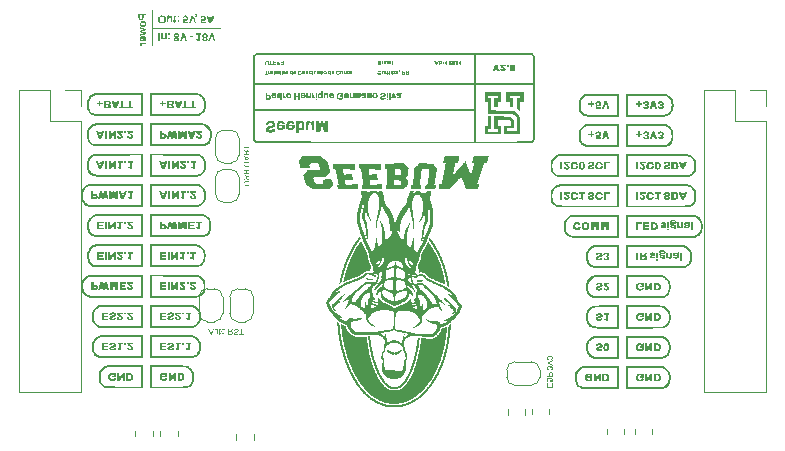
<source format=gbr>
%TF.GenerationSoftware,KiCad,Pcbnew,8.0.1-8.0.1-0~ubuntu20.04.1*%
%TF.CreationDate,2024-04-20T12:51:40-03:00*%
%TF.ProjectId,seebum_esp32s3,73656562-756d-45f6-9573-70333273332e,rev?*%
%TF.SameCoordinates,Original*%
%TF.FileFunction,Legend,Bot*%
%TF.FilePolarity,Positive*%
%FSLAX46Y46*%
G04 Gerber Fmt 4.6, Leading zero omitted, Abs format (unit mm)*
G04 Created by KiCad (PCBNEW 8.0.1-8.0.1-0~ubuntu20.04.1) date 2024-04-20 12:51:40*
%MOMM*%
%LPD*%
G01*
G04 APERTURE LIST*
%ADD10C,0.125000*%
%ADD11C,0.000000*%
%ADD12C,0.120000*%
G04 APERTURE END LIST*
D10*
G36*
X135067178Y-102156446D02*
G01*
X135301163Y-102156446D01*
X135347691Y-102037500D01*
X135419743Y-102037500D01*
X135229600Y-102517681D01*
X135142405Y-102517681D01*
X135022178Y-102213476D01*
X135089160Y-102213476D01*
X135147412Y-102363930D01*
X135149471Y-102369322D01*
X135158159Y-102392873D01*
X135162455Y-102404826D01*
X135170737Y-102428288D01*
X135173476Y-102436033D01*
X135181728Y-102460162D01*
X135186247Y-102460162D01*
X135187298Y-102457162D01*
X135195406Y-102434028D01*
X135196965Y-102429610D01*
X135205176Y-102406062D01*
X135205783Y-102404362D01*
X135214091Y-102381271D01*
X135220563Y-102363930D01*
X135278815Y-102213476D01*
X135089160Y-102213476D01*
X135022178Y-102213476D01*
X134952629Y-102037500D01*
X135021017Y-102037500D01*
X135067178Y-102156446D01*
G37*
G36*
X135583264Y-102029073D02*
G01*
X135558099Y-102030790D01*
X135532836Y-102036828D01*
X135508550Y-102048635D01*
X135497901Y-102056550D01*
X135480770Y-102077624D01*
X135470778Y-102103258D01*
X135466558Y-102127564D01*
X135465416Y-102151439D01*
X135465416Y-102405696D01*
X135527088Y-102405696D01*
X135527088Y-102159743D01*
X135529282Y-102134346D01*
X135532705Y-102122130D01*
X135546209Y-102101159D01*
X135548703Y-102098927D01*
X135570827Y-102087545D01*
X135573494Y-102086837D01*
X135598604Y-102083537D01*
X135604879Y-102083417D01*
X135630341Y-102086623D01*
X135653972Y-102096240D01*
X135674519Y-102111841D01*
X135689844Y-102131513D01*
X135690730Y-102132998D01*
X135700331Y-102155555D01*
X135704555Y-102181338D01*
X135704774Y-102189296D01*
X135704774Y-102405696D01*
X135766446Y-102405696D01*
X135766446Y-102037500D01*
X135716864Y-102037500D01*
X135711247Y-102092576D01*
X135706362Y-102092576D01*
X135690792Y-102072365D01*
X135673145Y-102056184D01*
X135652251Y-102043399D01*
X135631868Y-102035668D01*
X135606838Y-102030522D01*
X135583264Y-102029073D01*
G37*
G36*
X135948529Y-102029439D02*
G01*
X135923005Y-102032065D01*
X135903588Y-102039942D01*
X135885590Y-102057956D01*
X135880385Y-102068396D01*
X135874462Y-102092955D01*
X135873668Y-102106742D01*
X135873668Y-102354038D01*
X135826041Y-102354038D01*
X135826041Y-102405696D01*
X135874890Y-102405696D01*
X135886369Y-102508278D01*
X135935340Y-102508278D01*
X135935340Y-102405696D01*
X136004216Y-102405696D01*
X136004216Y-102354038D01*
X135935340Y-102354038D01*
X135935340Y-102115779D01*
X135940108Y-102091737D01*
X135941568Y-102089401D01*
X135965137Y-102080730D01*
X136004216Y-102080730D01*
X136004216Y-102039942D01*
X135987486Y-102034569D01*
X135967580Y-102030905D01*
X135948529Y-102029439D01*
G37*
G36*
X136241491Y-102029799D02*
G01*
X136266820Y-102033023D01*
X136292559Y-102039735D01*
X136315382Y-102049712D01*
X136322342Y-102053776D01*
X136343217Y-102070128D01*
X136360514Y-102090798D01*
X136373023Y-102113093D01*
X136375404Y-102118526D01*
X136383391Y-102142061D01*
X136388921Y-102168481D01*
X136391744Y-102193965D01*
X136392684Y-102221659D01*
X136392665Y-102225787D01*
X136391456Y-102253372D01*
X136388364Y-102278654D01*
X136382527Y-102304729D01*
X136373023Y-102330469D01*
X136369175Y-102338223D01*
X136355701Y-102359194D01*
X136337330Y-102378462D01*
X136315382Y-102393483D01*
X136297883Y-102401525D01*
X136272792Y-102408962D01*
X136248039Y-102412832D01*
X136220982Y-102414122D01*
X136200709Y-102413396D01*
X136175574Y-102410172D01*
X136149890Y-102403460D01*
X136126948Y-102393483D01*
X136119923Y-102389423D01*
X136098876Y-102373127D01*
X136081478Y-102352586D01*
X136068941Y-102330469D01*
X136066560Y-102325078D01*
X136058572Y-102301634D01*
X136053042Y-102275184D01*
X136050220Y-102249572D01*
X136049530Y-102229108D01*
X136113393Y-102229108D01*
X136114339Y-102253810D01*
X136118068Y-102280380D01*
X136125361Y-102304823D01*
X136127731Y-102310206D01*
X136141515Y-102331751D01*
X136161264Y-102348299D01*
X136172303Y-102353818D01*
X136195811Y-102360473D01*
X136220982Y-102362465D01*
X136231906Y-102362119D01*
X136257548Y-102357982D01*
X136280699Y-102348299D01*
X136285082Y-102345530D01*
X136303840Y-102327630D01*
X136316603Y-102304823D01*
X136317347Y-102302967D01*
X136324431Y-102278129D01*
X136327736Y-102253810D01*
X136328693Y-102229108D01*
X136328693Y-102214087D01*
X136327736Y-102189543D01*
X136323970Y-102163035D01*
X136316603Y-102138494D01*
X136314254Y-102133088D01*
X136300509Y-102111436D01*
X136280699Y-102094774D01*
X136271344Y-102090002D01*
X136246209Y-102082705D01*
X136220982Y-102080730D01*
X136210089Y-102081073D01*
X136184476Y-102085174D01*
X136161264Y-102094774D01*
X136155494Y-102098556D01*
X136137119Y-102117021D01*
X136125361Y-102138494D01*
X136124624Y-102140364D01*
X136117612Y-102165286D01*
X136114339Y-102189543D01*
X136113393Y-102214087D01*
X136113393Y-102229108D01*
X136049530Y-102229108D01*
X136049279Y-102221659D01*
X136049298Y-102217567D01*
X136050508Y-102190189D01*
X136053599Y-102165021D01*
X136059436Y-102138961D01*
X136068941Y-102113093D01*
X136072791Y-102105273D01*
X136086314Y-102084144D01*
X136104807Y-102064769D01*
X136126948Y-102049712D01*
X136144554Y-102041670D01*
X136169630Y-102034233D01*
X136194222Y-102030363D01*
X136220982Y-102029073D01*
X136241491Y-102029799D01*
G37*
G36*
X136693225Y-102228864D02*
G01*
X136876041Y-102228864D01*
X136969342Y-102037500D01*
X137042370Y-102037500D01*
X136941376Y-102240343D01*
X136946196Y-102242376D01*
X136968367Y-102254900D01*
X136987317Y-102271361D01*
X137003047Y-102291756D01*
X137008342Y-102300915D01*
X137018491Y-102325683D01*
X137023853Y-102350258D01*
X137025640Y-102376997D01*
X137024054Y-102402046D01*
X137018645Y-102427341D01*
X137009398Y-102450270D01*
X136998977Y-102466970D01*
X136981085Y-102485841D01*
X136960671Y-102499729D01*
X136956560Y-102501903D01*
X136931575Y-102511352D01*
X136905381Y-102516261D01*
X136878972Y-102517681D01*
X136626669Y-102517681D01*
X136626669Y-102285528D01*
X136693225Y-102285528D01*
X136693225Y-102460284D01*
X136872622Y-102460284D01*
X136895612Y-102458367D01*
X136919883Y-102450270D01*
X136932848Y-102441592D01*
X136948581Y-102421938D01*
X136955908Y-102401605D01*
X136958351Y-102377241D01*
X136956554Y-102354638D01*
X136949478Y-102330921D01*
X136935636Y-102309952D01*
X136921518Y-102298146D01*
X136898305Y-102288414D01*
X136872622Y-102285528D01*
X136693225Y-102285528D01*
X136626669Y-102285528D01*
X136626669Y-102037500D01*
X136693225Y-102037500D01*
X136693225Y-102228864D01*
G37*
G36*
X137311770Y-102029073D02*
G01*
X137285096Y-102029982D01*
X137259144Y-102032710D01*
X137236177Y-102036767D01*
X137212278Y-102043112D01*
X137188378Y-102052635D01*
X137171941Y-102061557D01*
X137151154Y-102077280D01*
X137134236Y-102096267D01*
X137127733Y-102106132D01*
X137117217Y-102130414D01*
X137112268Y-102156477D01*
X137111491Y-102173299D01*
X137111613Y-102180504D01*
X137112224Y-102187342D01*
X137179513Y-102187342D01*
X137178780Y-102180382D01*
X137178414Y-102172566D01*
X137182117Y-102147990D01*
X137194230Y-102126153D01*
X137195266Y-102124938D01*
X137213910Y-102108942D01*
X137236444Y-102097789D01*
X137241917Y-102095874D01*
X137267537Y-102089548D01*
X137293511Y-102086571D01*
X137309694Y-102086104D01*
X137334452Y-102087239D01*
X137344621Y-102088302D01*
X137369341Y-102092768D01*
X137380158Y-102095751D01*
X137402969Y-102105130D01*
X137410933Y-102109795D01*
X137429488Y-102126905D01*
X137432670Y-102131655D01*
X137440345Y-102155543D01*
X137440730Y-102163407D01*
X137436480Y-102187608D01*
X137427297Y-102202852D01*
X137408261Y-102219665D01*
X137391516Y-102228986D01*
X137367549Y-102238756D01*
X137344124Y-102246302D01*
X137340591Y-102247304D01*
X137315366Y-102254286D01*
X137291357Y-102260645D01*
X137281973Y-102263058D01*
X137257826Y-102269712D01*
X137234203Y-102277172D01*
X137223476Y-102280887D01*
X137199808Y-102290728D01*
X137176939Y-102303191D01*
X137172674Y-102305922D01*
X137153594Y-102321493D01*
X137137619Y-102341887D01*
X137136770Y-102343292D01*
X137127128Y-102366679D01*
X137123455Y-102392285D01*
X137123337Y-102398246D01*
X137125674Y-102423174D01*
X137133367Y-102447340D01*
X137135549Y-102451857D01*
X137149715Y-102472660D01*
X137169087Y-102490190D01*
X137172063Y-102492280D01*
X137193564Y-102504385D01*
X137216702Y-102513269D01*
X137231659Y-102517437D01*
X137257375Y-102522373D01*
X137282982Y-102525083D01*
X137307844Y-102526073D01*
X137313602Y-102526107D01*
X137338870Y-102525169D01*
X137365085Y-102522007D01*
X137383822Y-102518169D01*
X137407269Y-102511071D01*
X137430190Y-102500591D01*
X137441463Y-102493745D01*
X137461182Y-102477613D01*
X137476739Y-102458069D01*
X137480420Y-102451857D01*
X137490020Y-102427691D01*
X137494121Y-102401777D01*
X137494464Y-102390919D01*
X137494464Y-102382615D01*
X137428274Y-102382615D01*
X137428274Y-102393117D01*
X137423637Y-102417666D01*
X137413620Y-102433661D01*
X137393733Y-102450126D01*
X137373564Y-102459673D01*
X137349958Y-102466101D01*
X137325570Y-102468847D01*
X137315556Y-102469077D01*
X137290631Y-102468254D01*
X137264436Y-102465094D01*
X137245703Y-102460650D01*
X137222799Y-102451443D01*
X137204303Y-102437569D01*
X137192242Y-102416176D01*
X137190626Y-102403375D01*
X137195873Y-102379123D01*
X137204059Y-102367227D01*
X137223240Y-102351751D01*
X137240085Y-102343047D01*
X137264204Y-102333888D01*
X137287612Y-102326675D01*
X137291132Y-102325706D01*
X137316310Y-102319011D01*
X137340192Y-102312668D01*
X137349506Y-102310197D01*
X137373554Y-102303443D01*
X137397077Y-102295884D01*
X137407758Y-102292123D01*
X137431533Y-102282272D01*
X137453065Y-102270458D01*
X137458804Y-102266721D01*
X137478060Y-102250747D01*
X137493237Y-102231445D01*
X137494952Y-102228620D01*
X137504595Y-102205178D01*
X137508268Y-102179426D01*
X137508386Y-102173421D01*
X137506376Y-102146214D01*
X137500349Y-102122021D01*
X137488938Y-102098675D01*
X137482984Y-102090378D01*
X137465337Y-102072127D01*
X137443992Y-102057214D01*
X137421620Y-102046649D01*
X137413497Y-102043728D01*
X137387577Y-102036644D01*
X137362770Y-102032293D01*
X137336298Y-102029774D01*
X137311770Y-102029073D01*
G37*
G36*
X137723686Y-102037500D02*
G01*
X137723686Y-102459918D01*
X137559066Y-102459918D01*
X137559066Y-102517681D01*
X137956083Y-102517681D01*
X137956083Y-102459918D01*
X137790242Y-102459918D01*
X137790242Y-102037500D01*
X137723686Y-102037500D01*
G37*
G36*
X137924073Y-89697876D02*
G01*
X137925014Y-89723772D01*
X137928393Y-89751364D01*
X137934230Y-89776819D01*
X137942525Y-89800136D01*
X137943735Y-89802901D01*
X137956581Y-89825958D01*
X137973002Y-89845808D01*
X137992997Y-89862451D01*
X138005650Y-89870312D01*
X138028327Y-89880570D01*
X138053980Y-89887897D01*
X138078868Y-89891904D01*
X138106035Y-89893668D01*
X138114216Y-89893759D01*
X138412681Y-89893759D01*
X138412681Y-89826837D01*
X138107255Y-89826837D01*
X138081331Y-89825218D01*
X138055338Y-89819404D01*
X138030731Y-89807809D01*
X138012978Y-89793009D01*
X137997747Y-89771758D01*
X137987501Y-89746199D01*
X137982578Y-89719862D01*
X137981470Y-89697876D01*
X137982978Y-89671979D01*
X137988393Y-89645559D01*
X137997747Y-89622527D01*
X138012978Y-89600668D01*
X138033223Y-89583666D01*
X138055338Y-89573225D01*
X138081331Y-89567180D01*
X138107255Y-89565497D01*
X138412681Y-89565497D01*
X138412681Y-89499307D01*
X138114216Y-89499307D01*
X138086398Y-89500452D01*
X138060858Y-89503888D01*
X138034461Y-89510620D01*
X138011040Y-89520344D01*
X138005650Y-89523243D01*
X137983669Y-89538270D01*
X137965263Y-89556563D01*
X137950430Y-89578121D01*
X137943735Y-89591509D01*
X137935133Y-89614780D01*
X137928989Y-89640266D01*
X137925302Y-89667964D01*
X137924092Y-89694016D01*
X137924073Y-89697876D01*
G37*
G36*
X137924073Y-89204139D02*
G01*
X137924982Y-89230813D01*
X137927710Y-89256766D01*
X137931767Y-89279733D01*
X137938112Y-89303632D01*
X137947635Y-89327531D01*
X137956557Y-89343968D01*
X137972280Y-89364756D01*
X137991267Y-89381673D01*
X138001132Y-89388176D01*
X138025414Y-89398693D01*
X138051477Y-89403641D01*
X138068299Y-89404419D01*
X138075504Y-89404296D01*
X138082342Y-89403686D01*
X138082342Y-89336397D01*
X138075382Y-89337130D01*
X138067566Y-89337496D01*
X138042990Y-89333793D01*
X138021153Y-89321680D01*
X138019938Y-89320643D01*
X138003942Y-89301999D01*
X137992789Y-89279466D01*
X137990874Y-89273993D01*
X137984548Y-89248373D01*
X137981571Y-89222398D01*
X137981104Y-89206215D01*
X137982239Y-89181458D01*
X137983302Y-89171289D01*
X137987768Y-89146568D01*
X137990751Y-89135751D01*
X138000130Y-89112941D01*
X138004795Y-89104977D01*
X138021905Y-89086422D01*
X138026655Y-89083239D01*
X138050543Y-89075565D01*
X138058407Y-89075179D01*
X138082608Y-89079430D01*
X138097852Y-89088613D01*
X138114665Y-89107649D01*
X138123986Y-89124394D01*
X138133756Y-89148360D01*
X138141302Y-89171785D01*
X138142304Y-89175319D01*
X138149286Y-89200544D01*
X138155645Y-89224553D01*
X138158058Y-89233937D01*
X138164712Y-89258084D01*
X138172172Y-89281707D01*
X138175887Y-89292433D01*
X138185728Y-89316102D01*
X138198191Y-89338971D01*
X138200922Y-89343236D01*
X138216493Y-89362316D01*
X138236887Y-89378291D01*
X138238292Y-89379139D01*
X138261679Y-89388782D01*
X138287285Y-89392455D01*
X138293246Y-89392573D01*
X138318174Y-89390235D01*
X138342340Y-89382543D01*
X138346857Y-89380361D01*
X138367660Y-89366194D01*
X138385190Y-89346823D01*
X138387280Y-89343846D01*
X138399385Y-89322346D01*
X138408269Y-89299208D01*
X138412437Y-89284251D01*
X138417373Y-89258535D01*
X138420083Y-89232928D01*
X138421073Y-89208066D01*
X138421107Y-89202308D01*
X138420169Y-89177040D01*
X138417007Y-89150825D01*
X138413169Y-89132088D01*
X138406071Y-89108640D01*
X138395591Y-89085720D01*
X138388745Y-89074446D01*
X138372613Y-89054728D01*
X138353069Y-89039171D01*
X138346857Y-89035490D01*
X138322691Y-89025889D01*
X138296777Y-89021789D01*
X138285919Y-89021446D01*
X138277615Y-89021446D01*
X138277615Y-89087636D01*
X138288117Y-89087636D01*
X138312666Y-89092272D01*
X138328661Y-89102290D01*
X138345126Y-89122177D01*
X138354673Y-89142346D01*
X138361101Y-89165951D01*
X138363847Y-89190340D01*
X138364077Y-89200354D01*
X138363254Y-89225279D01*
X138360094Y-89251474D01*
X138355650Y-89270207D01*
X138346443Y-89293110D01*
X138332569Y-89311606D01*
X138311176Y-89323668D01*
X138298375Y-89325284D01*
X138274123Y-89320036D01*
X138262227Y-89311851D01*
X138246751Y-89292669D01*
X138238047Y-89275825D01*
X138228888Y-89251706D01*
X138221675Y-89228298D01*
X138220706Y-89224778D01*
X138214011Y-89199600D01*
X138207668Y-89175718D01*
X138205197Y-89166404D01*
X138198443Y-89142356D01*
X138190884Y-89118832D01*
X138187123Y-89108152D01*
X138177272Y-89084376D01*
X138165458Y-89062845D01*
X138161721Y-89057105D01*
X138145747Y-89037850D01*
X138126445Y-89022673D01*
X138123620Y-89020957D01*
X138100178Y-89011315D01*
X138074426Y-89007642D01*
X138068421Y-89007524D01*
X138041214Y-89009533D01*
X138017021Y-89015561D01*
X137993675Y-89026972D01*
X137985378Y-89032925D01*
X137967127Y-89050573D01*
X137952214Y-89071918D01*
X137941649Y-89094290D01*
X137938728Y-89102412D01*
X137931644Y-89128332D01*
X137927293Y-89153140D01*
X137924774Y-89179612D01*
X137924073Y-89204139D01*
G37*
G36*
X138074220Y-88514815D02*
G01*
X138099488Y-88518345D01*
X138122643Y-88526610D01*
X138144441Y-88540806D01*
X138161477Y-88559216D01*
X138173872Y-88580923D01*
X138181749Y-88605012D01*
X138184558Y-88605012D01*
X138193488Y-88584897D01*
X138207761Y-88564956D01*
X138223911Y-88550274D01*
X138246107Y-88537723D01*
X138247546Y-88537114D01*
X138271707Y-88530004D01*
X138296299Y-88527831D01*
X138309374Y-88528415D01*
X138335346Y-88533686D01*
X138358093Y-88544439D01*
X138367472Y-88551103D01*
X138384908Y-88568839D01*
X138398393Y-88591090D01*
X138406528Y-88613014D01*
X138411286Y-88637477D01*
X138412681Y-88661920D01*
X138412681Y-88909827D01*
X137932500Y-88909827D01*
X137932500Y-88843271D01*
X137989897Y-88843271D01*
X138150364Y-88843271D01*
X138207028Y-88843271D01*
X138355284Y-88843271D01*
X138355284Y-88669492D01*
X138355126Y-88663421D01*
X138350217Y-88638043D01*
X138337332Y-88616247D01*
X138329913Y-88609316D01*
X138307260Y-88598721D01*
X138281889Y-88595853D01*
X138266164Y-88597261D01*
X138242932Y-88605867D01*
X138232142Y-88613591D01*
X138216432Y-88633466D01*
X138210004Y-88650152D01*
X138207028Y-88675109D01*
X138207028Y-88843271D01*
X138150364Y-88843271D01*
X138150364Y-88668148D01*
X138148658Y-88645158D01*
X138141449Y-88620887D01*
X138133567Y-88607939D01*
X138114705Y-88592311D01*
X138094646Y-88585075D01*
X138070130Y-88582663D01*
X138054786Y-88583449D01*
X138029301Y-88589735D01*
X138008337Y-88605012D01*
X138002070Y-88613865D01*
X137992490Y-88638194D01*
X137989897Y-88663142D01*
X137989897Y-88843271D01*
X137932500Y-88843271D01*
X137932500Y-88661920D01*
X137933787Y-88636406D01*
X137938180Y-88610406D01*
X137945689Y-88586571D01*
X137953314Y-88570879D01*
X137968386Y-88550546D01*
X137987821Y-88534059D01*
X137991508Y-88531693D01*
X138014279Y-88521408D01*
X138038637Y-88516065D01*
X138063536Y-88514520D01*
X138074220Y-88514815D01*
G37*
G36*
X137924073Y-88080989D02*
G01*
X137925014Y-88106885D01*
X137928393Y-88134476D01*
X137934230Y-88159931D01*
X137942525Y-88183249D01*
X137943735Y-88186013D01*
X137956581Y-88209070D01*
X137973002Y-88228921D01*
X137992997Y-88245564D01*
X138005650Y-88253424D01*
X138028327Y-88263682D01*
X138053980Y-88271010D01*
X138078868Y-88275017D01*
X138106035Y-88276780D01*
X138114216Y-88276871D01*
X138412681Y-88276871D01*
X138412681Y-88209949D01*
X138107255Y-88209949D01*
X138081331Y-88208330D01*
X138055338Y-88202516D01*
X138030731Y-88190921D01*
X138012978Y-88176121D01*
X137997747Y-88154870D01*
X137987501Y-88129311D01*
X137982578Y-88102975D01*
X137981470Y-88080989D01*
X137982978Y-88055091D01*
X137988393Y-88028671D01*
X137997747Y-88005640D01*
X138012978Y-87983780D01*
X138033223Y-87966778D01*
X138055338Y-87956337D01*
X138081331Y-87950292D01*
X138107255Y-87948609D01*
X138412681Y-87948609D01*
X138412681Y-87882419D01*
X138114216Y-87882419D01*
X138086398Y-87883565D01*
X138060858Y-87887001D01*
X138034461Y-87893733D01*
X138011040Y-87903457D01*
X138005650Y-87906355D01*
X137983669Y-87921383D01*
X137965263Y-87939676D01*
X137950430Y-87961233D01*
X137943735Y-87974621D01*
X137935133Y-87997893D01*
X137928989Y-88023378D01*
X137925302Y-88051077D01*
X137924092Y-88077129D01*
X137924073Y-88080989D01*
G37*
G36*
X138412681Y-87552325D02*
G01*
X138412681Y-87639520D01*
X137932500Y-87829296D01*
X137932500Y-87760908D01*
X138051446Y-87714747D01*
X138051446Y-87503110D01*
X138108476Y-87503110D01*
X138108476Y-87692765D01*
X138258930Y-87634513D01*
X138264322Y-87632454D01*
X138287873Y-87623766D01*
X138299826Y-87619470D01*
X138323288Y-87611188D01*
X138331033Y-87608449D01*
X138355162Y-87600197D01*
X138355162Y-87595678D01*
X138352162Y-87594627D01*
X138329028Y-87586519D01*
X138324610Y-87584960D01*
X138301062Y-87576749D01*
X138299362Y-87576142D01*
X138276271Y-87567834D01*
X138258930Y-87561362D01*
X138108476Y-87503110D01*
X138051446Y-87503110D01*
X138051446Y-87480762D01*
X137932500Y-87434234D01*
X137932500Y-87362182D01*
X138412681Y-87552325D01*
G37*
G36*
X138135343Y-86982140D02*
G01*
X138137376Y-86977320D01*
X138149900Y-86955149D01*
X138166361Y-86936199D01*
X138186756Y-86920469D01*
X138195915Y-86915174D01*
X138220683Y-86905025D01*
X138245258Y-86899663D01*
X138271997Y-86897876D01*
X138297046Y-86899462D01*
X138322341Y-86904871D01*
X138345270Y-86914118D01*
X138361970Y-86924539D01*
X138380841Y-86942431D01*
X138394729Y-86962845D01*
X138396903Y-86966957D01*
X138406352Y-86991941D01*
X138411261Y-87018135D01*
X138412681Y-87044544D01*
X138412681Y-87296847D01*
X137932500Y-87296847D01*
X137932500Y-87230291D01*
X138123864Y-87230291D01*
X138180528Y-87230291D01*
X138355284Y-87230291D01*
X138355284Y-87050894D01*
X138353367Y-87027904D01*
X138345270Y-87003633D01*
X138336592Y-86990668D01*
X138316938Y-86974935D01*
X138296605Y-86967608D01*
X138272241Y-86965165D01*
X138249638Y-86966962D01*
X138225921Y-86974038D01*
X138204952Y-86987880D01*
X138193146Y-87001998D01*
X138183414Y-87025211D01*
X138180528Y-87050894D01*
X138180528Y-87230291D01*
X138123864Y-87230291D01*
X138123864Y-87047475D01*
X137932500Y-86954174D01*
X137932500Y-86881146D01*
X138135343Y-86982140D01*
G37*
G36*
X137932500Y-86687827D02*
G01*
X138354918Y-86687827D01*
X138354918Y-86852447D01*
X138412681Y-86852447D01*
X138412681Y-86455430D01*
X138354918Y-86455430D01*
X138354918Y-86621271D01*
X137932500Y-86621271D01*
X137932500Y-86687827D01*
G37*
G36*
X163632500Y-106992172D02*
G01*
X164112681Y-106992172D01*
X164112681Y-106622510D01*
X164055284Y-106622510D01*
X164055284Y-106925615D01*
X163907028Y-106925615D01*
X163907028Y-106653407D01*
X163849631Y-106653407D01*
X163849631Y-106925615D01*
X163689897Y-106925615D01*
X163689897Y-106618358D01*
X163632500Y-106618358D01*
X163632500Y-106992172D01*
G37*
G36*
X163624073Y-106341753D02*
G01*
X163624982Y-106368427D01*
X163627710Y-106394379D01*
X163631767Y-106417346D01*
X163638112Y-106441245D01*
X163647635Y-106465145D01*
X163656557Y-106481582D01*
X163672280Y-106502369D01*
X163691267Y-106519287D01*
X163701132Y-106525790D01*
X163725414Y-106536306D01*
X163751477Y-106541255D01*
X163768299Y-106542032D01*
X163775504Y-106541910D01*
X163782342Y-106541299D01*
X163782342Y-106474010D01*
X163775382Y-106474743D01*
X163767566Y-106475109D01*
X163742990Y-106471406D01*
X163721153Y-106459293D01*
X163719938Y-106458257D01*
X163703942Y-106439613D01*
X163692789Y-106417080D01*
X163690874Y-106411606D01*
X163684548Y-106385986D01*
X163681571Y-106360012D01*
X163681104Y-106343829D01*
X163682239Y-106319071D01*
X163683302Y-106308902D01*
X163687768Y-106284182D01*
X163690751Y-106273365D01*
X163700130Y-106250554D01*
X163704795Y-106242590D01*
X163721905Y-106224035D01*
X163726655Y-106220853D01*
X163750543Y-106213178D01*
X163758407Y-106212793D01*
X163782608Y-106217043D01*
X163797852Y-106226226D01*
X163814665Y-106245262D01*
X163823986Y-106262008D01*
X163833756Y-106285974D01*
X163841302Y-106309399D01*
X163842304Y-106312932D01*
X163849286Y-106338157D01*
X163855645Y-106362166D01*
X163858058Y-106371550D01*
X163864712Y-106395697D01*
X163872172Y-106419320D01*
X163875887Y-106430047D01*
X163885728Y-106453715D01*
X163898191Y-106476584D01*
X163900922Y-106480849D01*
X163916493Y-106499929D01*
X163936887Y-106515904D01*
X163938292Y-106516753D01*
X163961679Y-106526395D01*
X163987285Y-106530068D01*
X163993246Y-106530186D01*
X164018174Y-106527849D01*
X164042340Y-106520156D01*
X164046857Y-106517974D01*
X164067660Y-106503808D01*
X164085190Y-106484436D01*
X164087280Y-106481460D01*
X164099385Y-106459959D01*
X164108269Y-106436821D01*
X164112437Y-106421864D01*
X164117373Y-106396148D01*
X164120083Y-106370541D01*
X164121073Y-106345679D01*
X164121107Y-106339921D01*
X164120169Y-106314653D01*
X164117007Y-106288438D01*
X164113169Y-106269701D01*
X164106071Y-106246254D01*
X164095591Y-106223333D01*
X164088745Y-106212060D01*
X164072613Y-106192342D01*
X164053069Y-106176784D01*
X164046857Y-106173103D01*
X164022691Y-106163503D01*
X163996777Y-106159402D01*
X163985919Y-106159059D01*
X163977615Y-106159059D01*
X163977615Y-106225249D01*
X163988117Y-106225249D01*
X164012666Y-106229886D01*
X164028661Y-106239904D01*
X164045126Y-106259790D01*
X164054673Y-106279959D01*
X164061101Y-106303565D01*
X164063847Y-106327953D01*
X164064077Y-106337967D01*
X164063254Y-106362892D01*
X164060094Y-106389087D01*
X164055650Y-106407821D01*
X164046443Y-106430724D01*
X164032569Y-106449220D01*
X164011176Y-106461281D01*
X163998375Y-106462897D01*
X163974123Y-106457650D01*
X163962227Y-106449464D01*
X163946751Y-106430283D01*
X163938047Y-106413438D01*
X163928888Y-106389319D01*
X163921675Y-106365911D01*
X163920706Y-106362391D01*
X163914011Y-106337213D01*
X163907668Y-106313331D01*
X163905197Y-106304017D01*
X163898443Y-106279970D01*
X163890884Y-106256446D01*
X163887123Y-106245765D01*
X163877272Y-106221990D01*
X163865458Y-106200458D01*
X163861721Y-106194719D01*
X163845747Y-106175463D01*
X163826445Y-106160286D01*
X163823620Y-106158571D01*
X163800178Y-106148929D01*
X163774426Y-106145255D01*
X163768421Y-106145137D01*
X163741214Y-106147147D01*
X163717021Y-106153174D01*
X163693675Y-106164585D01*
X163685378Y-106170539D01*
X163667127Y-106188187D01*
X163652214Y-106209532D01*
X163641649Y-106231903D01*
X163638728Y-106240026D01*
X163631644Y-106265946D01*
X163627293Y-106290753D01*
X163624774Y-106317225D01*
X163624073Y-106341753D01*
G37*
G36*
X163992514Y-105663623D02*
G01*
X164018865Y-105669072D01*
X164042705Y-105678389D01*
X164061842Y-105690215D01*
X164079668Y-105706915D01*
X164094118Y-105727482D01*
X164098469Y-105735935D01*
X164106808Y-105759439D01*
X164111213Y-105783488D01*
X164112681Y-105810280D01*
X164112681Y-106047440D01*
X163632500Y-106047440D01*
X163632500Y-105980884D01*
X163816536Y-105980884D01*
X163873934Y-105980884D01*
X164055284Y-105980884D01*
X164055284Y-105815043D01*
X164053227Y-105791802D01*
X164044537Y-105767416D01*
X164034294Y-105753509D01*
X164013885Y-105738839D01*
X163990452Y-105731407D01*
X163965769Y-105729314D01*
X163943107Y-105731159D01*
X163919344Y-105738425D01*
X163898358Y-105752639D01*
X163886551Y-105766956D01*
X163876820Y-105789983D01*
X163873934Y-105815043D01*
X163873934Y-105980884D01*
X163816536Y-105980884D01*
X163816536Y-105810891D01*
X163816610Y-105805215D01*
X163818773Y-105780878D01*
X163824688Y-105756149D01*
X163835465Y-105731756D01*
X163848751Y-105712398D01*
X163866726Y-105694520D01*
X163888222Y-105680221D01*
X163890346Y-105679102D01*
X163915069Y-105669133D01*
X163939699Y-105663802D01*
X163966379Y-105662025D01*
X163992514Y-105663623D01*
G37*
G36*
X163624073Y-105327046D02*
G01*
X163625134Y-105353913D01*
X163628317Y-105378581D01*
X163634434Y-105403706D01*
X163641048Y-105421324D01*
X163653165Y-105443465D01*
X163669799Y-105463606D01*
X163689897Y-105479331D01*
X163713111Y-105490456D01*
X163739096Y-105496963D01*
X163765123Y-105498871D01*
X163773916Y-105498871D01*
X163773916Y-105436833D01*
X163764635Y-105436833D01*
X163739660Y-105434138D01*
X163716732Y-105424947D01*
X163698567Y-105409234D01*
X163685565Y-105387705D01*
X163678429Y-105363700D01*
X163675820Y-105338487D01*
X163675730Y-105332419D01*
X163677421Y-105306213D01*
X163683265Y-105280720D01*
X163694514Y-105257086D01*
X163697102Y-105253285D01*
X163714854Y-105236320D01*
X163738724Y-105226397D01*
X163765734Y-105223487D01*
X163790738Y-105226127D01*
X163814430Y-105236626D01*
X163818002Y-105239485D01*
X163834329Y-105259110D01*
X163843525Y-105281006D01*
X163848785Y-105305605D01*
X163850824Y-105331546D01*
X163850853Y-105335106D01*
X163850853Y-105385298D01*
X163902510Y-105385298D01*
X163902510Y-105333030D01*
X163904678Y-105307537D01*
X163911181Y-105284059D01*
X163923323Y-105262666D01*
X163938902Y-105247911D01*
X163962617Y-105237239D01*
X163987167Y-105234247D01*
X163989094Y-105234234D01*
X164014190Y-105237317D01*
X164034279Y-105246568D01*
X164052062Y-105264272D01*
X164060657Y-105279907D01*
X164067518Y-105303370D01*
X164069450Y-105326191D01*
X164067330Y-105351141D01*
X164060396Y-105375210D01*
X164059802Y-105376627D01*
X164047028Y-105397909D01*
X164031348Y-105412165D01*
X164008617Y-105422265D01*
X163984209Y-105425109D01*
X163974562Y-105425109D01*
X163974562Y-105488124D01*
X163987262Y-105488124D01*
X164013562Y-105485685D01*
X164037553Y-105478369D01*
X164057360Y-105467486D01*
X164076580Y-105451435D01*
X164092596Y-105431662D01*
X164104377Y-105410455D01*
X164113199Y-105386720D01*
X164118755Y-105361005D01*
X164120960Y-105336169D01*
X164121107Y-105327534D01*
X164119938Y-105302527D01*
X164115898Y-105276667D01*
X164108971Y-105252834D01*
X164106331Y-105246079D01*
X164094582Y-105223396D01*
X164077946Y-105202831D01*
X164062855Y-105190270D01*
X164039442Y-105177991D01*
X164014662Y-105171714D01*
X163992025Y-105170120D01*
X163967268Y-105172294D01*
X163942981Y-105180102D01*
X163940245Y-105181477D01*
X163919416Y-105195379D01*
X163904586Y-105210908D01*
X163890448Y-105232208D01*
X163881749Y-105250109D01*
X163878941Y-105250109D01*
X163870142Y-105227154D01*
X163856358Y-105204769D01*
X163838274Y-105185385D01*
X163815904Y-105170576D01*
X163791862Y-105162447D01*
X163767205Y-105159475D01*
X163761338Y-105159373D01*
X163735792Y-105161484D01*
X163710392Y-105168682D01*
X163687821Y-105180989D01*
X163668351Y-105197713D01*
X163652259Y-105218334D01*
X163640560Y-105240462D01*
X163631866Y-105265184D01*
X163626794Y-105289249D01*
X163624331Y-105315034D01*
X163624073Y-105327046D01*
G37*
G36*
X163632500Y-104940898D02*
G01*
X164112681Y-105120416D01*
X164112681Y-105048365D01*
X163772695Y-104924900D01*
X163750102Y-104916596D01*
X163726305Y-104908429D01*
X163725556Y-104908169D01*
X163704429Y-104900842D01*
X163704429Y-104896690D01*
X163724945Y-104889363D01*
X163748348Y-104881333D01*
X163749125Y-104881058D01*
X163772329Y-104872876D01*
X164112681Y-104750755D01*
X164112681Y-104681024D01*
X163632500Y-104860542D01*
X163632500Y-104940898D01*
G37*
G36*
X163624073Y-104472684D02*
G01*
X163625134Y-104499551D01*
X163628317Y-104524220D01*
X163634434Y-104549344D01*
X163641048Y-104566962D01*
X163653165Y-104589104D01*
X163669799Y-104609245D01*
X163689897Y-104624970D01*
X163713111Y-104636094D01*
X163739096Y-104642601D01*
X163765123Y-104644509D01*
X163773916Y-104644509D01*
X163773916Y-104582472D01*
X163764635Y-104582472D01*
X163739660Y-104579776D01*
X163716732Y-104570585D01*
X163698567Y-104554872D01*
X163685565Y-104533343D01*
X163678429Y-104509339D01*
X163675820Y-104484125D01*
X163675730Y-104478058D01*
X163677421Y-104451851D01*
X163683265Y-104426358D01*
X163694514Y-104402724D01*
X163697102Y-104398923D01*
X163714854Y-104381958D01*
X163738724Y-104372035D01*
X163765734Y-104369125D01*
X163790738Y-104371766D01*
X163814430Y-104382264D01*
X163818002Y-104385123D01*
X163834329Y-104404749D01*
X163843525Y-104426645D01*
X163848785Y-104451244D01*
X163850824Y-104477184D01*
X163850853Y-104480744D01*
X163850853Y-104530936D01*
X163902510Y-104530936D01*
X163902510Y-104478668D01*
X163904678Y-104453176D01*
X163911181Y-104429698D01*
X163923323Y-104408304D01*
X163938902Y-104393550D01*
X163962617Y-104382877D01*
X163987167Y-104379886D01*
X163989094Y-104379872D01*
X164014190Y-104382956D01*
X164034279Y-104392206D01*
X164052062Y-104409910D01*
X164060657Y-104425546D01*
X164067518Y-104449009D01*
X164069450Y-104471830D01*
X164067330Y-104496779D01*
X164060396Y-104520849D01*
X164059802Y-104522266D01*
X164047028Y-104543547D01*
X164031348Y-104557803D01*
X164008617Y-104567904D01*
X163984209Y-104570748D01*
X163974562Y-104570748D01*
X163974562Y-104633763D01*
X163987262Y-104633763D01*
X164013562Y-104631324D01*
X164037553Y-104624008D01*
X164057360Y-104613124D01*
X164076580Y-104597074D01*
X164092596Y-104577300D01*
X164104377Y-104556093D01*
X164113199Y-104532358D01*
X164118755Y-104506644D01*
X164120960Y-104481808D01*
X164121107Y-104473173D01*
X164119938Y-104448165D01*
X164115898Y-104422305D01*
X164108971Y-104398472D01*
X164106331Y-104391718D01*
X164094582Y-104369035D01*
X164077946Y-104348470D01*
X164062855Y-104335908D01*
X164039442Y-104323630D01*
X164014662Y-104317352D01*
X163992025Y-104315758D01*
X163967268Y-104317932D01*
X163942981Y-104325740D01*
X163940245Y-104327116D01*
X163919416Y-104341018D01*
X163904586Y-104356547D01*
X163890448Y-104377846D01*
X163881749Y-104395748D01*
X163878941Y-104395748D01*
X163870142Y-104372793D01*
X163856358Y-104350407D01*
X163838274Y-104331024D01*
X163815904Y-104316214D01*
X163791862Y-104308085D01*
X163767205Y-104305113D01*
X163761338Y-104305012D01*
X163735792Y-104307123D01*
X163710392Y-104314321D01*
X163687821Y-104326627D01*
X163668351Y-104343352D01*
X163652259Y-104363973D01*
X163640560Y-104386100D01*
X163631866Y-104410823D01*
X163626794Y-104434888D01*
X163624331Y-104460673D01*
X163624073Y-104472684D01*
G37*
D11*
%TO.C,G\u002A\u002A\u002A*%
G36*
X126358254Y-93258295D02*
G01*
X126358254Y-93584316D01*
X126269339Y-93584316D01*
X126180425Y-93584316D01*
X126180425Y-93258295D01*
X126180425Y-92932274D01*
X126269339Y-92932274D01*
X126358254Y-92932274D01*
X126358254Y-93258295D01*
G37*
G36*
X126358254Y-95822006D02*
G01*
X126358254Y-96143087D01*
X126269339Y-96143087D01*
X126180425Y-96143087D01*
X126180425Y-95822006D01*
X126180425Y-95500924D01*
X126269339Y-95500924D01*
X126358254Y-95500924D01*
X126358254Y-95822006D01*
G37*
G36*
X126368134Y-85572103D02*
G01*
X126368134Y-85898124D01*
X126284159Y-85898124D01*
X126200183Y-85898124D01*
X126200183Y-85572103D01*
X126200183Y-85246082D01*
X126284159Y-85246082D01*
X126368134Y-85246082D01*
X126368134Y-85572103D01*
G37*
G36*
X126368134Y-88135814D02*
G01*
X126368134Y-88456895D01*
X126284159Y-88456895D01*
X126200183Y-88456895D01*
X126200183Y-88135814D01*
X126200183Y-87814732D01*
X126284159Y-87814732D01*
X126368134Y-87814732D01*
X126368134Y-88135814D01*
G37*
G36*
X127968600Y-93016249D02*
G01*
X127968600Y-93100224D01*
X127879686Y-93100224D01*
X127790771Y-93100224D01*
X127790771Y-93016249D01*
X127790771Y-92932274D01*
X127879686Y-92932274D01*
X127968600Y-92932274D01*
X127968600Y-93016249D01*
G37*
G36*
X127968600Y-95579960D02*
G01*
X127968600Y-95658995D01*
X127879686Y-95658995D01*
X127790771Y-95658995D01*
X127790771Y-95579960D01*
X127790771Y-95500924D01*
X127879686Y-95500924D01*
X127968600Y-95500924D01*
X127968600Y-95579960D01*
G37*
G36*
X127978480Y-85330057D02*
G01*
X127978480Y-85414032D01*
X127894505Y-85414032D01*
X127810530Y-85414032D01*
X127810530Y-85330057D01*
X127810530Y-85246082D01*
X127894505Y-85246082D01*
X127978480Y-85246082D01*
X127978480Y-85330057D01*
G37*
G36*
X127978480Y-87893768D02*
G01*
X127978480Y-87972803D01*
X127894505Y-87972803D01*
X127810530Y-87972803D01*
X127810530Y-87893768D01*
X127810530Y-87814732D01*
X127894505Y-87814732D01*
X127978480Y-87814732D01*
X127978480Y-87893768D01*
G37*
G36*
X127978480Y-100707381D02*
G01*
X127978480Y-100786416D01*
X127894505Y-100786416D01*
X127810530Y-100786416D01*
X127810530Y-100707381D01*
X127810530Y-100628346D01*
X127894505Y-100628346D01*
X127978480Y-100628346D01*
X127978480Y-100707381D01*
G37*
G36*
X127978480Y-103266152D02*
G01*
X127978480Y-103345187D01*
X127894505Y-103345187D01*
X127810530Y-103345187D01*
X127810530Y-103266152D01*
X127810530Y-103187117D01*
X127894505Y-103187117D01*
X127978480Y-103187117D01*
X127978480Y-103266152D01*
G37*
G36*
X131673385Y-95822006D02*
G01*
X131673385Y-96143087D01*
X131584470Y-96143087D01*
X131495555Y-96143087D01*
X131495555Y-95822006D01*
X131495555Y-95500924D01*
X131584470Y-95500924D01*
X131673385Y-95500924D01*
X131673385Y-95822006D01*
G37*
G36*
X131673385Y-98380777D02*
G01*
X131673385Y-98701858D01*
X131584470Y-98701858D01*
X131495555Y-98701858D01*
X131495555Y-98380777D01*
X131495555Y-98059695D01*
X131584470Y-98059695D01*
X131673385Y-98059695D01*
X131673385Y-98380777D01*
G37*
G36*
X131712902Y-88135814D02*
G01*
X131712902Y-88456895D01*
X131623987Y-88456895D01*
X131535073Y-88456895D01*
X131535073Y-88135814D01*
X131535073Y-87814732D01*
X131623987Y-87814732D01*
X131712902Y-87814732D01*
X131712902Y-88135814D01*
G37*
G36*
X131712902Y-90694584D02*
G01*
X131712902Y-91015666D01*
X131623987Y-91015666D01*
X131535073Y-91015666D01*
X131535073Y-90694584D01*
X131535073Y-90373503D01*
X131623987Y-90373503D01*
X131712902Y-90373503D01*
X131712902Y-90694584D01*
G37*
G36*
X132888554Y-100707381D02*
G01*
X132888554Y-100786416D01*
X132804579Y-100786416D01*
X132720604Y-100786416D01*
X132720604Y-100707381D01*
X132720604Y-100628346D01*
X132804579Y-100628346D01*
X132888554Y-100628346D01*
X132888554Y-100707381D01*
G37*
G36*
X132888554Y-103266152D02*
G01*
X132888554Y-103345187D01*
X132804579Y-103345187D01*
X132720604Y-103345187D01*
X132720604Y-103266152D01*
X132720604Y-103187117D01*
X132804579Y-103187117D01*
X132888554Y-103187117D01*
X132888554Y-103266152D01*
G37*
G36*
X133273851Y-95579960D02*
G01*
X133273851Y-95658995D01*
X133189876Y-95658995D01*
X133105901Y-95658995D01*
X133105901Y-95579960D01*
X133105901Y-95500924D01*
X133189876Y-95500924D01*
X133273851Y-95500924D01*
X133273851Y-95579960D01*
G37*
G36*
X133273851Y-98143670D02*
G01*
X133273851Y-98227646D01*
X133189876Y-98227646D01*
X133105901Y-98227646D01*
X133105901Y-98143670D01*
X133105901Y-98059695D01*
X133189876Y-98059695D01*
X133273851Y-98059695D01*
X133273851Y-98143670D01*
G37*
G36*
X133313369Y-87893768D02*
G01*
X133313369Y-87972803D01*
X133229394Y-87972803D01*
X133145419Y-87972803D01*
X133145419Y-87893768D01*
X133145419Y-87814732D01*
X133229394Y-87814732D01*
X133313369Y-87814732D01*
X133313369Y-87893768D01*
G37*
G36*
X133313369Y-90457478D02*
G01*
X133313369Y-90541453D01*
X133229394Y-90541453D01*
X133145419Y-90541453D01*
X133145419Y-90457478D01*
X133145419Y-90373503D01*
X133229394Y-90373503D01*
X133313369Y-90373503D01*
X133313369Y-90457478D01*
G37*
G36*
X127751253Y-82939236D02*
G01*
X127751253Y-83191162D01*
X127850047Y-83191162D01*
X127948842Y-83191162D01*
X127948842Y-83260318D01*
X127948842Y-83329474D01*
X127657399Y-83329474D01*
X127365956Y-83329474D01*
X127365956Y-83260318D01*
X127365956Y-83191162D01*
X127469690Y-83191162D01*
X127573423Y-83191162D01*
X127573423Y-82939236D01*
X127573423Y-82687311D01*
X127662338Y-82687311D01*
X127751253Y-82687311D01*
X127751253Y-82939236D01*
G37*
G36*
X128373657Y-82939236D02*
G01*
X128373657Y-83191162D01*
X128477391Y-83191162D01*
X128581125Y-83191162D01*
X128581125Y-83260318D01*
X128581125Y-83329474D01*
X128284742Y-83329474D01*
X127988359Y-83329474D01*
X127988359Y-83260318D01*
X127988359Y-83191162D01*
X128092093Y-83191162D01*
X128195827Y-83191162D01*
X128195827Y-82939236D01*
X128195827Y-82687311D01*
X128284742Y-82687311D01*
X128373657Y-82687311D01*
X128373657Y-82939236D01*
G37*
G36*
X133086142Y-82939236D02*
G01*
X133086142Y-83191162D01*
X133189876Y-83191162D01*
X133293610Y-83191162D01*
X133293610Y-83260318D01*
X133293610Y-83329474D01*
X132997227Y-83329474D01*
X132700845Y-83329474D01*
X132700845Y-83260318D01*
X132700845Y-83191162D01*
X132804579Y-83191162D01*
X132908313Y-83191162D01*
X132908313Y-82939236D01*
X132908313Y-82687311D01*
X132997227Y-82687311D01*
X133086142Y-82687311D01*
X133086142Y-82939236D01*
G37*
G36*
X133708546Y-82939236D02*
G01*
X133708546Y-83191162D01*
X133812280Y-83191162D01*
X133916014Y-83191162D01*
X133916014Y-83260318D01*
X133916014Y-83329474D01*
X133624571Y-83329474D01*
X133333128Y-83329474D01*
X133333128Y-83260318D01*
X133333128Y-83191162D01*
X133436862Y-83191162D01*
X133540596Y-83191162D01*
X133540596Y-82939236D01*
X133540596Y-82687311D01*
X133624571Y-82687311D01*
X133708546Y-82687311D01*
X133708546Y-82939236D01*
G37*
G36*
X126654637Y-93110910D02*
G01*
X126654637Y-93289545D01*
X126794758Y-93110910D01*
X126934878Y-92932274D01*
X127012105Y-92932274D01*
X127089332Y-92932274D01*
X127089332Y-93258295D01*
X127089332Y-93584316D01*
X127005585Y-93584316D01*
X126921837Y-93584316D01*
X126919140Y-93410229D01*
X126916442Y-93236143D01*
X126780030Y-93410229D01*
X126643618Y-93584316D01*
X126565153Y-93584316D01*
X126486687Y-93584316D01*
X126486687Y-93258295D01*
X126486687Y-92932274D01*
X126570662Y-92932274D01*
X126654637Y-92932274D01*
X126654637Y-93110910D01*
G37*
G36*
X127089332Y-95821606D02*
G01*
X127089332Y-96143087D01*
X127005585Y-96143087D01*
X126921837Y-96143087D01*
X126919140Y-95970208D01*
X126916442Y-95797328D01*
X126783070Y-95969700D01*
X126649697Y-96142071D01*
X126568192Y-96142579D01*
X126486687Y-96143087D01*
X126486687Y-95822006D01*
X126486687Y-95500924D01*
X126570434Y-95500924D01*
X126654181Y-95500924D01*
X126656879Y-95673013D01*
X126659577Y-95845101D01*
X126793319Y-95675483D01*
X126927061Y-95505864D01*
X127008197Y-95502995D01*
X127089332Y-95500125D01*
X127089332Y-95821606D01*
G37*
G36*
X126666758Y-87988274D02*
G01*
X126669456Y-88161816D01*
X126805733Y-87988274D01*
X126942009Y-87814732D01*
X127020610Y-87814732D01*
X127099211Y-87814732D01*
X127099211Y-88135814D01*
X127099211Y-88456895D01*
X127020399Y-88456895D01*
X126941586Y-88456895D01*
X126938893Y-88278902D01*
X126936201Y-88100909D01*
X126797889Y-88278748D01*
X126659577Y-88456587D01*
X126578071Y-88456741D01*
X126496566Y-88456895D01*
X126496566Y-88135814D01*
X126496566Y-87814732D01*
X126580313Y-87814732D01*
X126664061Y-87814732D01*
X126666758Y-87988274D01*
G37*
G36*
X127417595Y-105919961D02*
G01*
X127420292Y-106094034D01*
X127557547Y-105919961D01*
X127694803Y-105745887D01*
X127772425Y-105745887D01*
X127850047Y-105745887D01*
X127850047Y-106071908D01*
X127850047Y-106397929D01*
X127766072Y-106397929D01*
X127682097Y-106397929D01*
X127682097Y-106219166D01*
X127682097Y-106040403D01*
X127542349Y-106219166D01*
X127402600Y-106397929D01*
X127325001Y-106397929D01*
X127247402Y-106397929D01*
X127247402Y-106071908D01*
X127247402Y-105745887D01*
X127331150Y-105745887D01*
X127414897Y-105745887D01*
X127417595Y-105919961D01*
G37*
G36*
X131962135Y-98236865D02*
G01*
X131964828Y-98414035D01*
X132103140Y-98237247D01*
X132241451Y-98060460D01*
X132318017Y-98060077D01*
X132394583Y-98059695D01*
X132394583Y-98380777D01*
X132394583Y-98701858D01*
X132315775Y-98701858D01*
X132236968Y-98701858D01*
X132234270Y-98528316D01*
X132231572Y-98354774D01*
X132095295Y-98528316D01*
X131959019Y-98701858D01*
X131880418Y-98701858D01*
X131801817Y-98701858D01*
X131801817Y-98380777D01*
X131801817Y-98059695D01*
X131880630Y-98059695D01*
X131959442Y-98059695D01*
X131962135Y-98236865D01*
G37*
G36*
X131959888Y-95679828D02*
G01*
X131959888Y-95858731D01*
X132100069Y-95679828D01*
X132240251Y-95500924D01*
X132317417Y-95500924D01*
X132394583Y-95500924D01*
X132394583Y-95822006D01*
X132394583Y-96143087D01*
X132315547Y-96143087D01*
X132236512Y-96143087D01*
X132236512Y-95964324D01*
X132236512Y-95785561D01*
X132096763Y-95964324D01*
X131957015Y-96143087D01*
X131879416Y-96143087D01*
X131801817Y-96143087D01*
X131801817Y-95822006D01*
X131801817Y-95500924D01*
X131880852Y-95500924D01*
X131959888Y-95500924D01*
X131959888Y-95679828D01*
G37*
G36*
X132009285Y-87988499D02*
G01*
X132009285Y-88162265D01*
X132145127Y-87988916D01*
X132280969Y-87815566D01*
X132362474Y-87815149D01*
X132443980Y-87814732D01*
X132443980Y-88135814D01*
X132443980Y-88456895D01*
X132360233Y-88456895D01*
X132276485Y-88456895D01*
X132273788Y-88283353D01*
X132271090Y-88109811D01*
X132134813Y-88283353D01*
X131998536Y-88456895D01*
X131919936Y-88456895D01*
X131841335Y-88456895D01*
X131841335Y-88135814D01*
X131841335Y-87814732D01*
X131925310Y-87814732D01*
X132009285Y-87814732D01*
X132009285Y-87988499D01*
G37*
G36*
X131764546Y-105924538D02*
G01*
X131767239Y-106103189D01*
X131905551Y-105925092D01*
X132043863Y-105746995D01*
X132120429Y-105746441D01*
X132196994Y-105745887D01*
X132196994Y-106071908D01*
X132196994Y-106397929D01*
X132118182Y-106397929D01*
X132039369Y-106397929D01*
X132036676Y-106220248D01*
X132033984Y-106042566D01*
X131895672Y-106219911D01*
X131757360Y-106397256D01*
X131680794Y-106397593D01*
X131604229Y-106397929D01*
X131604229Y-106071908D01*
X131604229Y-105745887D01*
X131683041Y-105745887D01*
X131761854Y-105745887D01*
X131764546Y-105924538D01*
G37*
G36*
X132443980Y-90694185D02*
G01*
X132443980Y-91015666D01*
X132360233Y-91015666D01*
X132276485Y-91015666D01*
X132273788Y-90843358D01*
X132271090Y-90671050D01*
X132137718Y-90842993D01*
X132004345Y-91014935D01*
X131922840Y-91015300D01*
X131841335Y-91015666D01*
X131841335Y-90694584D01*
X131841335Y-90373503D01*
X131925082Y-90373503D01*
X132008829Y-90373503D01*
X132011527Y-90546405D01*
X132014225Y-90719306D01*
X132148183Y-90548875D01*
X132282142Y-90378443D01*
X132363061Y-90375574D01*
X132443980Y-90372704D01*
X132443980Y-90694185D01*
G37*
G36*
X125795127Y-82781166D02*
G01*
X125795127Y-82875020D01*
X125888982Y-82875020D01*
X125982836Y-82875020D01*
X125982836Y-82934297D01*
X125982836Y-82993573D01*
X125888982Y-82993573D01*
X125795127Y-82993573D01*
X125795127Y-83087428D01*
X125795127Y-83181282D01*
X125740790Y-83181282D01*
X125686453Y-83181282D01*
X125686453Y-83087428D01*
X125686453Y-82993573D01*
X125592599Y-82993573D01*
X125498744Y-82993573D01*
X125498744Y-82934297D01*
X125498744Y-82875020D01*
X125592599Y-82875020D01*
X125686453Y-82875020D01*
X125686453Y-82781166D01*
X125686453Y-82687311D01*
X125740790Y-82687311D01*
X125795127Y-82687311D01*
X125795127Y-82781166D01*
G37*
G36*
X126081630Y-93001430D02*
G01*
X126081630Y-93070586D01*
X125898861Y-93070586D01*
X125716092Y-93070586D01*
X125716092Y-93134802D01*
X125716092Y-93199019D01*
X125874162Y-93199019D01*
X126032233Y-93199019D01*
X126032233Y-93268175D01*
X126032233Y-93337331D01*
X125874162Y-93337331D01*
X125716092Y-93337331D01*
X125716092Y-93391667D01*
X125716092Y-93446004D01*
X125893921Y-93446004D01*
X126071751Y-93446004D01*
X126071751Y-93515160D01*
X126071751Y-93584316D01*
X125805007Y-93584316D01*
X125538262Y-93584316D01*
X125538262Y-93258295D01*
X125538262Y-92932274D01*
X125809946Y-92932274D01*
X126081630Y-92932274D01*
X126081630Y-93001430D01*
G37*
G36*
X126081630Y-95570080D02*
G01*
X126081630Y-95639236D01*
X125898861Y-95639236D01*
X125716092Y-95639236D01*
X125716092Y-95698513D01*
X125716092Y-95757789D01*
X125874162Y-95757789D01*
X126032233Y-95757789D01*
X126032233Y-95826945D01*
X126032233Y-95896101D01*
X125874162Y-95896101D01*
X125716092Y-95896101D01*
X125716092Y-95950438D01*
X125716092Y-96004775D01*
X125893921Y-96004775D01*
X126071751Y-96004775D01*
X126071751Y-96073931D01*
X126071751Y-96143087D01*
X125805007Y-96143087D01*
X125538262Y-96143087D01*
X125538262Y-95822006D01*
X125538262Y-95500924D01*
X125809946Y-95500924D01*
X126081630Y-95500924D01*
X126081630Y-95570080D01*
G37*
G36*
X126476807Y-100697502D02*
G01*
X126476807Y-100766658D01*
X126294038Y-100766658D01*
X126111269Y-100766658D01*
X126111269Y-100825934D01*
X126111269Y-100885211D01*
X126269339Y-100885211D01*
X126427410Y-100885211D01*
X126427410Y-100954367D01*
X126427410Y-101023523D01*
X126269339Y-101023523D01*
X126111269Y-101023523D01*
X126111269Y-101077859D01*
X126111269Y-101132196D01*
X126294038Y-101132196D01*
X126476807Y-101132196D01*
X126476807Y-101201352D01*
X126476807Y-101270508D01*
X126210063Y-101270508D01*
X125943318Y-101270508D01*
X125943318Y-100949427D01*
X125943318Y-100628346D01*
X126210063Y-100628346D01*
X126476807Y-100628346D01*
X126476807Y-100697502D01*
G37*
G36*
X126476807Y-103256273D02*
G01*
X126476807Y-103325429D01*
X126294038Y-103325429D01*
X126111269Y-103325429D01*
X126111269Y-103384705D01*
X126111269Y-103443982D01*
X126269339Y-103443982D01*
X126427410Y-103443982D01*
X126427410Y-103513138D01*
X126427410Y-103582294D01*
X126269339Y-103582294D01*
X126111269Y-103582294D01*
X126111269Y-103636630D01*
X126111269Y-103690967D01*
X126294038Y-103690967D01*
X126476807Y-103690967D01*
X126476807Y-103760123D01*
X126476807Y-103829279D01*
X126210063Y-103829279D01*
X125943318Y-103829279D01*
X125943318Y-103508198D01*
X125943318Y-103187117D01*
X126210063Y-103187117D01*
X126476807Y-103187117D01*
X126476807Y-103256273D01*
G37*
G36*
X127988359Y-98128851D02*
G01*
X127988359Y-98198007D01*
X127805590Y-98198007D01*
X127622821Y-98198007D01*
X127622821Y-98262224D01*
X127622821Y-98326440D01*
X127775952Y-98326440D01*
X127929083Y-98326440D01*
X127929083Y-98390656D01*
X127929083Y-98454872D01*
X127775952Y-98454872D01*
X127622821Y-98454872D01*
X127622821Y-98509209D01*
X127622821Y-98563546D01*
X127800650Y-98563546D01*
X127978480Y-98563546D01*
X127978480Y-98632702D01*
X127978480Y-98701858D01*
X127711735Y-98701858D01*
X127444991Y-98701858D01*
X127444991Y-98380777D01*
X127444991Y-98059695D01*
X127716675Y-98059695D01*
X127988359Y-98059695D01*
X127988359Y-98128851D01*
G37*
G36*
X131139896Y-82781166D02*
G01*
X131139896Y-82875020D01*
X131228810Y-82875020D01*
X131317725Y-82875020D01*
X131317725Y-82934297D01*
X131317725Y-82993573D01*
X131228810Y-82993573D01*
X131139896Y-82993573D01*
X131139896Y-83087428D01*
X131139896Y-83181282D01*
X131080619Y-83181282D01*
X131021343Y-83181282D01*
X131021343Y-83087428D01*
X131021343Y-82993573D01*
X130932428Y-82993573D01*
X130843513Y-82993573D01*
X130843513Y-82934297D01*
X130843513Y-82875020D01*
X130932428Y-82875020D01*
X131021343Y-82875020D01*
X131021343Y-82781166D01*
X131021343Y-82687311D01*
X131080619Y-82687311D01*
X131139896Y-82687311D01*
X131139896Y-82781166D01*
G37*
G36*
X131386881Y-95570080D02*
G01*
X131386881Y-95639236D01*
X131204112Y-95639236D01*
X131021343Y-95639236D01*
X131021343Y-95698513D01*
X131021343Y-95757789D01*
X131179413Y-95757789D01*
X131337484Y-95757789D01*
X131337484Y-95826945D01*
X131337484Y-95896101D01*
X131179413Y-95896101D01*
X131021343Y-95896101D01*
X131021343Y-95950438D01*
X131021343Y-96004775D01*
X131204112Y-96004775D01*
X131386881Y-96004775D01*
X131386881Y-96073931D01*
X131386881Y-96143087D01*
X131115197Y-96143087D01*
X130843513Y-96143087D01*
X130843513Y-95822006D01*
X130843513Y-95500924D01*
X131115197Y-95500924D01*
X131386881Y-95500924D01*
X131386881Y-95570080D01*
G37*
G36*
X131386881Y-98128851D02*
G01*
X131386881Y-98198007D01*
X131204112Y-98198007D01*
X131021343Y-98198007D01*
X131021343Y-98262224D01*
X131021343Y-98326440D01*
X131179413Y-98326440D01*
X131337484Y-98326440D01*
X131337484Y-98390656D01*
X131337484Y-98454872D01*
X131179413Y-98454872D01*
X131021343Y-98454872D01*
X131021343Y-98509209D01*
X131021343Y-98563546D01*
X131204112Y-98563546D01*
X131386881Y-98563546D01*
X131386881Y-98632702D01*
X131386881Y-98701858D01*
X131115197Y-98701858D01*
X130843513Y-98701858D01*
X130843513Y-98380777D01*
X130843513Y-98059695D01*
X131115197Y-98059695D01*
X131386881Y-98059695D01*
X131386881Y-98128851D01*
G37*
G36*
X131386881Y-100697502D02*
G01*
X131386881Y-100766658D01*
X131204112Y-100766658D01*
X131021343Y-100766658D01*
X131021343Y-100825934D01*
X131021343Y-100885211D01*
X131179413Y-100885211D01*
X131337484Y-100885211D01*
X131337484Y-100954367D01*
X131337484Y-101023523D01*
X131179413Y-101023523D01*
X131021343Y-101023523D01*
X131021343Y-101077859D01*
X131021343Y-101132196D01*
X131204112Y-101132196D01*
X131386881Y-101132196D01*
X131386881Y-101201352D01*
X131386881Y-101270508D01*
X131115197Y-101270508D01*
X130843513Y-101270508D01*
X130843513Y-100949427D01*
X130843513Y-100628346D01*
X131115197Y-100628346D01*
X131386881Y-100628346D01*
X131386881Y-100697502D01*
G37*
G36*
X131386881Y-103256273D02*
G01*
X131386881Y-103325429D01*
X131204112Y-103325429D01*
X131021343Y-103325429D01*
X131021343Y-103384705D01*
X131021343Y-103443982D01*
X131179413Y-103443982D01*
X131337484Y-103443982D01*
X131337484Y-103513138D01*
X131337484Y-103582294D01*
X131179413Y-103582294D01*
X131021343Y-103582294D01*
X131021343Y-103636630D01*
X131021343Y-103690967D01*
X131204112Y-103690967D01*
X131386881Y-103690967D01*
X131386881Y-103760123D01*
X131386881Y-103829279D01*
X131115197Y-103829279D01*
X130843513Y-103829279D01*
X130843513Y-103508198D01*
X130843513Y-103187117D01*
X131115197Y-103187117D01*
X131386881Y-103187117D01*
X131386881Y-103256273D01*
G37*
G36*
X133787581Y-93001430D02*
G01*
X133787581Y-93070586D01*
X133604812Y-93070586D01*
X133422043Y-93070586D01*
X133422043Y-93134802D01*
X133422043Y-93199019D01*
X133580113Y-93199019D01*
X133738184Y-93199019D01*
X133738184Y-93268175D01*
X133738184Y-93337331D01*
X133580113Y-93337331D01*
X133422043Y-93337331D01*
X133422043Y-93391667D01*
X133422043Y-93446004D01*
X133604812Y-93446004D01*
X133787581Y-93446004D01*
X133787581Y-93515160D01*
X133787581Y-93584316D01*
X133515897Y-93584316D01*
X133244213Y-93584316D01*
X133244213Y-93258295D01*
X133244213Y-92932274D01*
X133515897Y-92932274D01*
X133787581Y-92932274D01*
X133787581Y-93001430D01*
G37*
G36*
X126666763Y-85422710D02*
G01*
X126669456Y-85599338D01*
X126807768Y-85422756D01*
X126946080Y-85246175D01*
X127022646Y-85246128D01*
X127099211Y-85246082D01*
X127099211Y-85572103D01*
X127099211Y-85898124D01*
X127020176Y-85898124D01*
X126941140Y-85898124D01*
X126941140Y-85714376D01*
X126941140Y-85530627D01*
X126897256Y-85588413D01*
X126889872Y-85598085D01*
X126863971Y-85631635D01*
X126830673Y-85674414D01*
X126793480Y-85721930D01*
X126755894Y-85769691D01*
X126658417Y-85893184D01*
X126577492Y-85896054D01*
X126496566Y-85898923D01*
X126496566Y-85572503D01*
X126496566Y-85246082D01*
X126580318Y-85246082D01*
X126664071Y-85246082D01*
X126666763Y-85422710D01*
G37*
G36*
X128571245Y-95565141D02*
G01*
X128571245Y-95629357D01*
X128502089Y-95629357D01*
X128432933Y-95629357D01*
X128432933Y-95886222D01*
X128432933Y-96143087D01*
X128397298Y-96143087D01*
X128372946Y-96139526D01*
X128336968Y-96128822D01*
X128299606Y-96113470D01*
X128267589Y-96099585D01*
X128220887Y-96082572D01*
X128179640Y-96070745D01*
X128121732Y-96057638D01*
X128118745Y-96006508D01*
X128115759Y-95955378D01*
X128190371Y-95955378D01*
X128264983Y-95955378D01*
X128264983Y-95792367D01*
X128264983Y-95629357D01*
X128190887Y-95629357D01*
X128116792Y-95629357D01*
X128116792Y-95565141D01*
X128116792Y-95500924D01*
X128344019Y-95500924D01*
X128571245Y-95500924D01*
X128571245Y-95565141D01*
G37*
G36*
X128581125Y-90437719D02*
G01*
X128581125Y-90501936D01*
X128511969Y-90501936D01*
X128442813Y-90501936D01*
X128442813Y-90758801D01*
X128442813Y-91015666D01*
X128404182Y-91015666D01*
X128383913Y-91013437D01*
X128344985Y-91002935D01*
X128302918Y-90985969D01*
X128270039Y-90971892D01*
X128223860Y-90955491D01*
X128183478Y-90944475D01*
X128126671Y-90932677D01*
X128126671Y-90885257D01*
X128126671Y-90837836D01*
X128200767Y-90837836D01*
X128274863Y-90837836D01*
X128274863Y-90669886D01*
X128274863Y-90501936D01*
X128200767Y-90501936D01*
X128126671Y-90501936D01*
X128126671Y-90437719D01*
X128126671Y-90373503D01*
X128353898Y-90373503D01*
X128581125Y-90373503D01*
X128581125Y-90437719D01*
G37*
G36*
X133056504Y-90437719D02*
G01*
X133056504Y-90501936D01*
X132982408Y-90501936D01*
X132908313Y-90501936D01*
X132908313Y-90758801D01*
X132908313Y-91015666D01*
X132872677Y-91015666D01*
X132846654Y-91011636D01*
X132810382Y-91000560D01*
X132772594Y-90984908D01*
X132737252Y-90969842D01*
X132690687Y-90953656D01*
X132650159Y-90943130D01*
X132592171Y-90932110D01*
X132592171Y-90884973D01*
X132592171Y-90837836D01*
X132671206Y-90837836D01*
X132750242Y-90837836D01*
X132750242Y-90669886D01*
X132750242Y-90501936D01*
X132671206Y-90501936D01*
X132592171Y-90501936D01*
X132592171Y-90437719D01*
X132592171Y-90373503D01*
X132824338Y-90373503D01*
X133056504Y-90373503D01*
X133056504Y-90437719D01*
G37*
G36*
X133491199Y-100692562D02*
G01*
X133491199Y-100756778D01*
X133422043Y-100756778D01*
X133352887Y-100756778D01*
X133352887Y-101013643D01*
X133352887Y-101270508D01*
X133319323Y-101270508D01*
X133296350Y-101266943D01*
X133261530Y-101256041D01*
X133224999Y-101240363D01*
X133194922Y-101226808D01*
X133145713Y-101208167D01*
X133100493Y-101194486D01*
X133036745Y-101178754D01*
X133036745Y-101130777D01*
X133036745Y-101082799D01*
X133115781Y-101082799D01*
X133194816Y-101082799D01*
X133194816Y-100919789D01*
X133194816Y-100756778D01*
X133115781Y-100756778D01*
X133036745Y-100756778D01*
X133036745Y-100692562D01*
X133036745Y-100628346D01*
X133263972Y-100628346D01*
X133491199Y-100628346D01*
X133491199Y-100692562D01*
G37*
G36*
X133491199Y-103251333D02*
G01*
X133491199Y-103315549D01*
X133422043Y-103315549D01*
X133352887Y-103315549D01*
X133352887Y-103572414D01*
X133352887Y-103829279D01*
X133317251Y-103829279D01*
X133292900Y-103825718D01*
X133256921Y-103815014D01*
X133219559Y-103799662D01*
X133187542Y-103785777D01*
X133140841Y-103768765D01*
X133099593Y-103756938D01*
X133041685Y-103743830D01*
X133038699Y-103692700D01*
X133035713Y-103641570D01*
X133115264Y-103641570D01*
X133194816Y-103641570D01*
X133194816Y-103478560D01*
X133194816Y-103315549D01*
X133115781Y-103315549D01*
X133036745Y-103315549D01*
X133036745Y-103251333D01*
X133036745Y-103187117D01*
X133263972Y-103187117D01*
X133491199Y-103187117D01*
X133491199Y-103251333D01*
G37*
G36*
X134380347Y-92996490D02*
G01*
X134380347Y-93060707D01*
X134306251Y-93060707D01*
X134232155Y-93060707D01*
X134232155Y-93322511D01*
X134232155Y-93584316D01*
X134200047Y-93584191D01*
X134180437Y-93581273D01*
X134146883Y-93570842D01*
X134111560Y-93555470D01*
X134079066Y-93540824D01*
X134031283Y-93522887D01*
X133985597Y-93508950D01*
X133916014Y-93491025D01*
X133916014Y-93443816D01*
X133916014Y-93396607D01*
X133995049Y-93396607D01*
X134074085Y-93396607D01*
X134074085Y-93228657D01*
X134074085Y-93060707D01*
X133995049Y-93060707D01*
X133916014Y-93060707D01*
X133916014Y-92996490D01*
X133916014Y-92932274D01*
X134148180Y-92932274D01*
X134380347Y-92932274D01*
X134380347Y-92996490D01*
G37*
G36*
X133007107Y-95565141D02*
G01*
X133007107Y-95629357D01*
X132937951Y-95629357D01*
X132868795Y-95629357D01*
X132868795Y-95886222D01*
X132868795Y-96143087D01*
X132835583Y-96143087D01*
X132835530Y-96143087D01*
X132809725Y-96138961D01*
X132774051Y-96128186D01*
X132736212Y-96113089D01*
X132699259Y-96097786D01*
X132653180Y-96081516D01*
X132613822Y-96070364D01*
X132557593Y-96057638D01*
X132554607Y-96006508D01*
X132551621Y-95955378D01*
X132626233Y-95955378D01*
X132700845Y-95955378D01*
X132700845Y-95792367D01*
X132700845Y-95629357D01*
X132626749Y-95629357D01*
X132552653Y-95629357D01*
X132552653Y-95565141D01*
X132552653Y-95500924D01*
X132779880Y-95500924D01*
X133007107Y-95500924D01*
X133007107Y-95565141D01*
G37*
G36*
X127701856Y-92996490D02*
G01*
X127701856Y-93060707D01*
X127627760Y-93060707D01*
X127553665Y-93060707D01*
X127553665Y-93322511D01*
X127553665Y-93584316D01*
X127525418Y-93584316D01*
X127522254Y-93584151D01*
X127497245Y-93578604D01*
X127462371Y-93566769D01*
X127424154Y-93550805D01*
X127422443Y-93550023D01*
X127378255Y-93531698D01*
X127332325Y-93515472D01*
X127294330Y-93504775D01*
X127237523Y-93492257D01*
X127237523Y-93444432D01*
X127237523Y-93396607D01*
X127316558Y-93396607D01*
X127395594Y-93396607D01*
X127395594Y-93228657D01*
X127395594Y-93060707D01*
X127321498Y-93060707D01*
X127247402Y-93060707D01*
X127247402Y-92996490D01*
X127247402Y-92932274D01*
X127474629Y-92932274D01*
X127701856Y-92932274D01*
X127701856Y-92996490D01*
G37*
G36*
X127711735Y-87878949D02*
G01*
X127711735Y-87943165D01*
X127642579Y-87943165D01*
X127573423Y-87943165D01*
X127573423Y-88200030D01*
X127573423Y-88456895D01*
X127538517Y-88456895D01*
X127525411Y-88455744D01*
X127491413Y-88447374D01*
X127457012Y-88433562D01*
X127410024Y-88412852D01*
X127346578Y-88390450D01*
X127284450Y-88373608D01*
X127274230Y-88370938D01*
X127262926Y-88363567D01*
X127258221Y-88347971D01*
X127257282Y-88318395D01*
X127257282Y-88269186D01*
X127331378Y-88269186D01*
X127405473Y-88269186D01*
X127405473Y-88106175D01*
X127405473Y-87943165D01*
X127331378Y-87943165D01*
X127257282Y-87943165D01*
X127257282Y-87878949D01*
X127257282Y-87814732D01*
X127484509Y-87814732D01*
X127711735Y-87814732D01*
X127711735Y-87878949D01*
G37*
G36*
X133886376Y-95565141D02*
G01*
X133886376Y-95629357D01*
X133812280Y-95629357D01*
X133738184Y-95629357D01*
X133738184Y-95886222D01*
X133738184Y-96143087D01*
X133703278Y-96143087D01*
X133690172Y-96141936D01*
X133656174Y-96133566D01*
X133621773Y-96119755D01*
X133574785Y-96099044D01*
X133511339Y-96076642D01*
X133449211Y-96059800D01*
X133438991Y-96057130D01*
X133427687Y-96049759D01*
X133422982Y-96034163D01*
X133422043Y-96004587D01*
X133422043Y-95955378D01*
X133501078Y-95955378D01*
X133580113Y-95955378D01*
X133580113Y-95792367D01*
X133580113Y-95629357D01*
X133501078Y-95629357D01*
X133422043Y-95629357D01*
X133422043Y-95565141D01*
X133422043Y-95500924D01*
X133654209Y-95500924D01*
X133886376Y-95500924D01*
X133886376Y-95565141D01*
G37*
G36*
X133925893Y-87878949D02*
G01*
X133925893Y-87943165D01*
X133856737Y-87943165D01*
X133787581Y-87943165D01*
X133787581Y-88200030D01*
X133787581Y-88456895D01*
X133752675Y-88456895D01*
X133739569Y-88455744D01*
X133705571Y-88447374D01*
X133671170Y-88433562D01*
X133624182Y-88412852D01*
X133560736Y-88390450D01*
X133498608Y-88373608D01*
X133488388Y-88370938D01*
X133477084Y-88363567D01*
X133472379Y-88347971D01*
X133471440Y-88318395D01*
X133471440Y-88269186D01*
X133545535Y-88269186D01*
X133619631Y-88269186D01*
X133619631Y-88106175D01*
X133619631Y-87943165D01*
X133545535Y-87943165D01*
X133471440Y-87943165D01*
X133471440Y-87878949D01*
X133471440Y-87814732D01*
X133698667Y-87814732D01*
X133925893Y-87814732D01*
X133925893Y-87878949D01*
G37*
G36*
X127711735Y-103251333D02*
G01*
X127711735Y-103315549D01*
X127642579Y-103315549D01*
X127573423Y-103315549D01*
X127573423Y-103572414D01*
X127573423Y-103829279D01*
X127533512Y-103829279D01*
X127524451Y-103828833D01*
X127487622Y-103821592D01*
X127452482Y-103808302D01*
X127432772Y-103798796D01*
X127389422Y-103780630D01*
X127345531Y-103765116D01*
X127307176Y-103754304D01*
X127280434Y-103750244D01*
X127269708Y-103749415D01*
X127261438Y-103743308D01*
X127257979Y-103727076D01*
X127257282Y-103695907D01*
X127257282Y-103641570D01*
X127331378Y-103641570D01*
X127405473Y-103641570D01*
X127405473Y-103478560D01*
X127405473Y-103315549D01*
X127331378Y-103315549D01*
X127257282Y-103315549D01*
X127257282Y-103251333D01*
X127257282Y-103187117D01*
X127484509Y-103187117D01*
X127711735Y-103187117D01*
X127711735Y-103251333D01*
G37*
G36*
X132621809Y-103251333D02*
G01*
X132621809Y-103315549D01*
X132547714Y-103315549D01*
X132473618Y-103315549D01*
X132473618Y-103572414D01*
X132473618Y-103829279D01*
X132438646Y-103829279D01*
X132429895Y-103828759D01*
X132396143Y-103821463D01*
X132362556Y-103808302D01*
X132342846Y-103798796D01*
X132299496Y-103780630D01*
X132255605Y-103765116D01*
X132217250Y-103754304D01*
X132190508Y-103750244D01*
X132179782Y-103749415D01*
X132171512Y-103743308D01*
X132168053Y-103727076D01*
X132167356Y-103695907D01*
X132167356Y-103641570D01*
X132241451Y-103641570D01*
X132315547Y-103641570D01*
X132315547Y-103478560D01*
X132315547Y-103315549D01*
X132241451Y-103315549D01*
X132167356Y-103315549D01*
X132167356Y-103251333D01*
X132167356Y-103187117D01*
X132394583Y-103187117D01*
X132621809Y-103187117D01*
X132621809Y-103251333D01*
G37*
G36*
X128581125Y-87878949D02*
G01*
X128581125Y-87943165D01*
X128511969Y-87943165D01*
X128442813Y-87943165D01*
X128442813Y-88200030D01*
X128442813Y-88456895D01*
X128409626Y-88456895D01*
X128406380Y-88456762D01*
X128379147Y-88451310D01*
X128342501Y-88439462D01*
X128303422Y-88423419D01*
X128297536Y-88420749D01*
X128257903Y-88404033D01*
X128221597Y-88390605D01*
X128195827Y-88383164D01*
X128169486Y-88377872D01*
X128144484Y-88370846D01*
X128131801Y-88361142D01*
X128127257Y-88344813D01*
X128126671Y-88317917D01*
X128126671Y-88269186D01*
X128205707Y-88269186D01*
X128284742Y-88269186D01*
X128284742Y-88106175D01*
X128284742Y-87943165D01*
X128205707Y-87943165D01*
X128126671Y-87943165D01*
X128126671Y-87878949D01*
X128126671Y-87814732D01*
X128353898Y-87814732D01*
X128581125Y-87814732D01*
X128581125Y-87878949D01*
G37*
G36*
X125182603Y-90482177D02*
G01*
X125182603Y-90590851D01*
X125303626Y-90591068D01*
X125331462Y-90591333D01*
X125393796Y-90594490D01*
X125441482Y-90602088D01*
X125478083Y-90615244D01*
X125507159Y-90635074D01*
X125532274Y-90662694D01*
X125554009Y-90700548D01*
X125570592Y-90756419D01*
X125575503Y-90816449D01*
X125568339Y-90874256D01*
X125548699Y-90923459D01*
X125543682Y-90930904D01*
X125520412Y-90957808D01*
X125492972Y-90982413D01*
X125455880Y-91010726D01*
X125235266Y-91013721D01*
X125014653Y-91016717D01*
X125014653Y-90877354D01*
X125182603Y-90877354D01*
X125269048Y-90877203D01*
X125270756Y-90877199D01*
X125316319Y-90876527D01*
X125346575Y-90873873D01*
X125365834Y-90867930D01*
X125378403Y-90857393D01*
X125388592Y-90840955D01*
X125396427Y-90822110D01*
X125397372Y-90788681D01*
X125379474Y-90755193D01*
X125369962Y-90744180D01*
X125358083Y-90735893D01*
X125340781Y-90731391D01*
X125313280Y-90729529D01*
X125270801Y-90729162D01*
X125182603Y-90729162D01*
X125182603Y-90803258D01*
X125182603Y-90877354D01*
X125014653Y-90877354D01*
X125014653Y-90695110D01*
X125014653Y-90373503D01*
X125098628Y-90373503D01*
X125182603Y-90373503D01*
X125182603Y-90482177D01*
G37*
G36*
X125640697Y-85300419D02*
G01*
X125657825Y-85354756D01*
X125783948Y-85354756D01*
X125910072Y-85354756D01*
X125927200Y-85300419D01*
X125944328Y-85246082D01*
X126038735Y-85246082D01*
X126079285Y-85246570D01*
X126110156Y-85248561D01*
X126125888Y-85252402D01*
X126128946Y-85258431D01*
X126126338Y-85265585D01*
X126117369Y-85289733D01*
X126102907Y-85328482D01*
X126083788Y-85379595D01*
X126060850Y-85440835D01*
X126034930Y-85509962D01*
X126006866Y-85584740D01*
X125888982Y-85898700D01*
X125785591Y-85895942D01*
X125682199Y-85893184D01*
X125586492Y-85638289D01*
X125562095Y-85573289D01*
X125536221Y-85504290D01*
X125532941Y-85495537D01*
X125706310Y-85495537D01*
X125706324Y-85495634D01*
X125709591Y-85506439D01*
X125717770Y-85532098D01*
X125729676Y-85568924D01*
X125744124Y-85613225D01*
X125781840Y-85728443D01*
X125822247Y-85610755D01*
X125862654Y-85493068D01*
X125784433Y-85493068D01*
X125773958Y-85493090D01*
X125739471Y-85493520D01*
X125715358Y-85494385D01*
X125706310Y-85495537D01*
X125532941Y-85495537D01*
X125512377Y-85440652D01*
X125491796Y-85385658D01*
X125475705Y-85342592D01*
X125465335Y-85314738D01*
X125439887Y-85246082D01*
X125531728Y-85246082D01*
X125623568Y-85246082D01*
X125640697Y-85300419D01*
G37*
G36*
X131021343Y-85354756D02*
G01*
X131021343Y-85463429D01*
X131127546Y-85463484D01*
X131192342Y-85464845D01*
X131243234Y-85469588D01*
X131282411Y-85478645D01*
X131313868Y-85492947D01*
X131341597Y-85513425D01*
X131356230Y-85527342D01*
X131386417Y-85568736D01*
X131403195Y-85618215D01*
X131408384Y-85680322D01*
X131406300Y-85717180D01*
X131390740Y-85779303D01*
X131360482Y-85828936D01*
X131316120Y-85865257D01*
X131258251Y-85887443D01*
X131237450Y-85890408D01*
X131199126Y-85893337D01*
X131148830Y-85895683D01*
X131090670Y-85897261D01*
X131028752Y-85897882D01*
X130843513Y-85898124D01*
X130843513Y-85761840D01*
X131021343Y-85761840D01*
X131104287Y-85758356D01*
X131130768Y-85756948D01*
X131167635Y-85752939D01*
X131191849Y-85746305D01*
X131208021Y-85736052D01*
X131221233Y-85717505D01*
X131229046Y-85684315D01*
X131225010Y-85649555D01*
X131209052Y-85621500D01*
X131208162Y-85620623D01*
X131194967Y-85610968D01*
X131176680Y-85605223D01*
X131148423Y-85602457D01*
X131105318Y-85601741D01*
X131021343Y-85601741D01*
X131021343Y-85681790D01*
X131021343Y-85761840D01*
X130843513Y-85761840D01*
X130843513Y-85572103D01*
X130843513Y-85246082D01*
X130932428Y-85246082D01*
X131021343Y-85246082D01*
X131021343Y-85354756D01*
G37*
G36*
X128163719Y-105748061D02*
G01*
X128186228Y-105748631D01*
X128264468Y-105751775D01*
X128326697Y-105756931D01*
X128375890Y-105764925D01*
X128415022Y-105776582D01*
X128447070Y-105792726D01*
X128475009Y-105814182D01*
X128501815Y-105841775D01*
X128531952Y-105883048D01*
X128554601Y-105934512D01*
X128567289Y-105996108D01*
X128571245Y-106071908D01*
X128570779Y-106102013D01*
X128564762Y-106168920D01*
X128550682Y-106222953D01*
X128527126Y-106268384D01*
X128492680Y-106309485D01*
X128483237Y-106318700D01*
X128456339Y-106341634D01*
X128428059Y-106359262D01*
X128395335Y-106372372D01*
X128355107Y-106381751D01*
X128304312Y-106388187D01*
X128239890Y-106392468D01*
X128158779Y-106395380D01*
X127978480Y-106400343D01*
X127978480Y-106262483D01*
X128156310Y-106262483D01*
X128226134Y-106256629D01*
X128248410Y-106254283D01*
X128305358Y-106241541D01*
X128346546Y-106218902D01*
X128373757Y-106184397D01*
X128388775Y-106136056D01*
X128393385Y-106071908D01*
X128392395Y-106040192D01*
X128383373Y-105984677D01*
X128364065Y-105942707D01*
X128333409Y-105911440D01*
X128322638Y-105905098D01*
X128286235Y-105893920D01*
X128232145Y-105887083D01*
X128156310Y-105881347D01*
X128156310Y-106071915D01*
X128156310Y-106262483D01*
X127978480Y-106262483D01*
X127978480Y-106072050D01*
X127978480Y-105743757D01*
X128163719Y-105748061D01*
G37*
G36*
X131021343Y-93040948D02*
G01*
X131021343Y-93149621D01*
X131127546Y-93149677D01*
X131184302Y-93150681D01*
X131237335Y-93154913D01*
X131277957Y-93163256D01*
X131310078Y-93176566D01*
X131337611Y-93195701D01*
X131342675Y-93200096D01*
X131379715Y-93244860D01*
X131401350Y-93299876D01*
X131408384Y-93367089D01*
X131408376Y-93369804D01*
X131402697Y-93430336D01*
X131385111Y-93479667D01*
X131353618Y-93523508D01*
X131353155Y-93524017D01*
X131336432Y-93541158D01*
X131319564Y-93554372D01*
X131299748Y-93564222D01*
X131274183Y-93571267D01*
X131240066Y-93576068D01*
X131194597Y-93579188D01*
X131134972Y-93581186D01*
X131058390Y-93582625D01*
X130843513Y-93585986D01*
X130843513Y-93446004D01*
X131021343Y-93446004D01*
X131096088Y-93446004D01*
X131113143Y-93445794D01*
X131164948Y-93441221D01*
X131200330Y-93430271D01*
X131221250Y-93412417D01*
X131227539Y-93395467D01*
X131228742Y-93363809D01*
X131222208Y-93331363D01*
X131209052Y-93307692D01*
X131208162Y-93306815D01*
X131194967Y-93297160D01*
X131176680Y-93291415D01*
X131148423Y-93288649D01*
X131105318Y-93287933D01*
X131021343Y-93287933D01*
X131021343Y-93366969D01*
X131021343Y-93446004D01*
X130843513Y-93446004D01*
X130843513Y-93259130D01*
X130843513Y-92932274D01*
X130932428Y-92932274D01*
X131021343Y-92932274D01*
X131021343Y-93040948D01*
G37*
G36*
X132690579Y-82687562D02*
G01*
X132726346Y-82689064D01*
X132750960Y-82691619D01*
X132760121Y-82694878D01*
X132758340Y-82700919D01*
X132750415Y-82723644D01*
X132736885Y-82761052D01*
X132718560Y-82810942D01*
X132696251Y-82871113D01*
X132670766Y-82939362D01*
X132642916Y-83013490D01*
X132525711Y-83324534D01*
X132419156Y-83324534D01*
X132312601Y-83324534D01*
X132195625Y-83013332D01*
X132175308Y-82959165D01*
X132166028Y-82934297D01*
X132339672Y-82934297D01*
X132375191Y-83042801D01*
X132388604Y-83083128D01*
X132401149Y-83119511D01*
X132410405Y-83144865D01*
X132414996Y-83155299D01*
X132415045Y-83155336D01*
X132419637Y-83147656D01*
X132428728Y-83124679D01*
X132441023Y-83089895D01*
X132455229Y-83046794D01*
X132491177Y-82934297D01*
X132415424Y-82934297D01*
X132339672Y-82934297D01*
X132166028Y-82934297D01*
X132149133Y-82889023D01*
X132125899Y-82826345D01*
X132106414Y-82773335D01*
X132091488Y-82732196D01*
X132081929Y-82705133D01*
X132078545Y-82694350D01*
X132081090Y-82692593D01*
X132098729Y-82690096D01*
X132129483Y-82688955D01*
X132168997Y-82689410D01*
X132259553Y-82692251D01*
X132276038Y-82741648D01*
X132292524Y-82791045D01*
X132415756Y-82793796D01*
X132538988Y-82796547D01*
X132556205Y-82741929D01*
X132573422Y-82687311D01*
X132666772Y-82687311D01*
X132690579Y-82687562D01*
G37*
G36*
X133876496Y-98128580D02*
G01*
X133876496Y-98197465D01*
X133735714Y-98200206D01*
X133594933Y-98202947D01*
X133673968Y-98261170D01*
X133704955Y-98284334D01*
X133762126Y-98330004D01*
X133804718Y-98369722D01*
X133834598Y-98405985D01*
X133853630Y-98441289D01*
X133863681Y-98478133D01*
X133866617Y-98519012D01*
X133864767Y-98551904D01*
X133849508Y-98610212D01*
X133819063Y-98656034D01*
X133773709Y-98689128D01*
X133713726Y-98709253D01*
X133639390Y-98716170D01*
X133578464Y-98712269D01*
X133510373Y-98695307D01*
X133455865Y-98665560D01*
X133415813Y-98623740D01*
X133391093Y-98570562D01*
X133382580Y-98506739D01*
X133382525Y-98474631D01*
X133456504Y-98474631D01*
X133530483Y-98474631D01*
X133536853Y-98514465D01*
X133538469Y-98522558D01*
X133555241Y-98558427D01*
X133582742Y-98582674D01*
X133616441Y-98593624D01*
X133651803Y-98589602D01*
X133684297Y-98568935D01*
X133698999Y-98551383D01*
X133708381Y-98528435D01*
X133705960Y-98503636D01*
X133690741Y-98475271D01*
X133661729Y-98441621D01*
X133617929Y-98400969D01*
X133558345Y-98351599D01*
X133502352Y-98305155D01*
X133454502Y-98260672D01*
X133420361Y-98221606D01*
X133398163Y-98185558D01*
X133386140Y-98150127D01*
X133382525Y-98112916D01*
X133382525Y-98059695D01*
X133629511Y-98059695D01*
X133876496Y-98059695D01*
X133876496Y-98128580D01*
G37*
G36*
X125222120Y-98168369D02*
G01*
X125222120Y-98277043D01*
X125338580Y-98277043D01*
X125388060Y-98277447D01*
X125426466Y-98279199D01*
X125454518Y-98282971D01*
X125477073Y-98289438D01*
X125498989Y-98299271D01*
X125526871Y-98315995D01*
X125567353Y-98355855D01*
X125593148Y-98407912D01*
X125605041Y-98473456D01*
X125606732Y-98505456D01*
X125605283Y-98536850D01*
X125598294Y-98563930D01*
X125584292Y-98595354D01*
X125581589Y-98600657D01*
X125553820Y-98642298D01*
X125521995Y-98672220D01*
X125521692Y-98672424D01*
X125509287Y-98680390D01*
X125496906Y-98686453D01*
X125481722Y-98690918D01*
X125460910Y-98694088D01*
X125431644Y-98696268D01*
X125391098Y-98697763D01*
X125336447Y-98698877D01*
X125264863Y-98699913D01*
X125044291Y-98702909D01*
X125044291Y-98573425D01*
X125222120Y-98573425D01*
X125278927Y-98573370D01*
X125315027Y-98571986D01*
X125364007Y-98564629D01*
X125399916Y-98551715D01*
X125419593Y-98534125D01*
X125426638Y-98516077D01*
X125426967Y-98477871D01*
X125409112Y-98441386D01*
X125401369Y-98432199D01*
X125389546Y-98422952D01*
X125372931Y-98417897D01*
X125346538Y-98415782D01*
X125305379Y-98415355D01*
X125222120Y-98415355D01*
X125222120Y-98494390D01*
X125222120Y-98573425D01*
X125044291Y-98573425D01*
X125044291Y-98381302D01*
X125044291Y-98059695D01*
X125133206Y-98059695D01*
X125222120Y-98059695D01*
X125222120Y-98168369D01*
G37*
G36*
X128571245Y-93006099D02*
G01*
X128571245Y-93079923D01*
X128430464Y-93082664D01*
X128289682Y-93085405D01*
X128368717Y-93141422D01*
X128383944Y-93152374D01*
X128455234Y-93209452D01*
X128507993Y-93263531D01*
X128542843Y-93315775D01*
X128560408Y-93367347D01*
X128561310Y-93419410D01*
X128546170Y-93473128D01*
X128529076Y-93506819D01*
X128497278Y-93544440D01*
X128455027Y-93569767D01*
X128399831Y-93584131D01*
X128329199Y-93588859D01*
X128274114Y-93586360D01*
X128203938Y-93572357D01*
X128148908Y-93546224D01*
X128109283Y-93508156D01*
X128085319Y-93458350D01*
X128077274Y-93397001D01*
X128077274Y-93347210D01*
X128151370Y-93347210D01*
X128225465Y-93347210D01*
X128225465Y-93382237D01*
X128227056Y-93399560D01*
X128242511Y-93434264D01*
X128271809Y-93457370D01*
X128311733Y-93465763D01*
X128331075Y-93464763D01*
X128366349Y-93453960D01*
X128386809Y-93430611D01*
X128393416Y-93393870D01*
X128393415Y-93393020D01*
X128391799Y-93369955D01*
X128384843Y-93351501D01*
X128369207Y-93331981D01*
X128341549Y-93305714D01*
X128330295Y-93295682D01*
X128294129Y-93264640D01*
X128252049Y-93229721D01*
X128211027Y-93196748D01*
X128197627Y-93186001D01*
X128142198Y-93135354D01*
X128103564Y-93086966D01*
X128079909Y-93038138D01*
X128069418Y-92986172D01*
X128064948Y-92932274D01*
X128318097Y-92932274D01*
X128571245Y-92932274D01*
X128571245Y-93006099D01*
G37*
G36*
X128581125Y-85320178D02*
G01*
X128581125Y-85394273D01*
X128441167Y-85394273D01*
X128301208Y-85394273D01*
X128403241Y-85470839D01*
X128460613Y-85515615D01*
X128503663Y-85554054D01*
X128533854Y-85588604D01*
X128553346Y-85622237D01*
X128564299Y-85657924D01*
X128568875Y-85698637D01*
X128569139Y-85721742D01*
X128559828Y-85780253D01*
X128534990Y-85827534D01*
X128493920Y-85865150D01*
X128467173Y-85879538D01*
X128414271Y-85896304D01*
X128354674Y-85904621D01*
X128295774Y-85903074D01*
X128290757Y-85902423D01*
X128219074Y-85885634D01*
X128162267Y-85857003D01*
X128120941Y-85817105D01*
X128095701Y-85766510D01*
X128087154Y-85705793D01*
X128087154Y-85661018D01*
X128159987Y-85661018D01*
X128232820Y-85661018D01*
X128239024Y-85699820D01*
X128241117Y-85709799D01*
X128258647Y-85745274D01*
X128286878Y-85769102D01*
X128321235Y-85779634D01*
X128357143Y-85775221D01*
X128390029Y-85754217D01*
X128399238Y-85744271D01*
X128410359Y-85723264D01*
X128409163Y-85697768D01*
X128408231Y-85693585D01*
X128399840Y-85671834D01*
X128383945Y-85648708D01*
X128358313Y-85621808D01*
X128320711Y-85588737D01*
X128268908Y-85547096D01*
X128231386Y-85516819D01*
X128171870Y-85463101D01*
X128128214Y-85413872D01*
X128098905Y-85366955D01*
X128082430Y-85320172D01*
X128077274Y-85271345D01*
X128077274Y-85246082D01*
X128329199Y-85246082D01*
X128581125Y-85246082D01*
X128581125Y-85320178D01*
G37*
G36*
X133916014Y-90442388D02*
G01*
X133916014Y-90511273D01*
X133775232Y-90514014D01*
X133634450Y-90516755D01*
X133718260Y-90575866D01*
X133739200Y-90590955D01*
X133779487Y-90621562D01*
X133815092Y-90650489D01*
X133840158Y-90673065D01*
X133844255Y-90677236D01*
X133885742Y-90731536D01*
X133909343Y-90788929D01*
X133914517Y-90847343D01*
X133900723Y-90904705D01*
X133888339Y-90930321D01*
X133855411Y-90973324D01*
X133811434Y-91002782D01*
X133754480Y-91019761D01*
X133682620Y-91025328D01*
X133644705Y-91024154D01*
X133571366Y-91012436D01*
X133513073Y-90988254D01*
X133469994Y-90951728D01*
X133442294Y-90902977D01*
X133430138Y-90842123D01*
X133426982Y-90793379D01*
X133503548Y-90790493D01*
X133580113Y-90787608D01*
X133580113Y-90820739D01*
X133583804Y-90845039D01*
X133601797Y-90875823D01*
X133630473Y-90896786D01*
X133665027Y-90906010D01*
X133700656Y-90901579D01*
X133732554Y-90881573D01*
X133740429Y-90870433D01*
X133747420Y-90840130D01*
X133742921Y-90805634D01*
X133727308Y-90774597D01*
X133712438Y-90759046D01*
X133685332Y-90734279D01*
X133650283Y-90704223D01*
X133611225Y-90672344D01*
X133574172Y-90642324D01*
X133536884Y-90611047D01*
X133506621Y-90584546D01*
X133487672Y-90566495D01*
X133455531Y-90523624D01*
X133431213Y-90469413D01*
X133422260Y-90415491D01*
X133422043Y-90373503D01*
X133669028Y-90373503D01*
X133916014Y-90373503D01*
X133916014Y-90442388D01*
G37*
G36*
X132611930Y-100697502D02*
G01*
X132611930Y-100766658D01*
X132471210Y-100766658D01*
X132330490Y-100766658D01*
X132404202Y-100818525D01*
X132425505Y-100833687D01*
X132488184Y-100881373D01*
X132535408Y-100923699D01*
X132569018Y-100963118D01*
X132590851Y-101002082D01*
X132602747Y-101043045D01*
X132606544Y-101088460D01*
X132606402Y-101099093D01*
X132595933Y-101158096D01*
X132569368Y-101206024D01*
X132527271Y-101242360D01*
X132470206Y-101266591D01*
X132398738Y-101278201D01*
X132354183Y-101278791D01*
X132283978Y-101269212D01*
X132223467Y-101247221D01*
X132175261Y-101213914D01*
X132141972Y-101170388D01*
X132137273Y-101158940D01*
X132129189Y-101126236D01*
X132125037Y-101090060D01*
X132122898Y-101038342D01*
X132199464Y-101035456D01*
X132276029Y-101032571D01*
X132276029Y-101068014D01*
X132277803Y-101086756D01*
X132293529Y-101121283D01*
X132323319Y-101143863D01*
X132364495Y-101151955D01*
X132398870Y-101146647D01*
X132427689Y-101128345D01*
X132442077Y-101100038D01*
X132440582Y-101064915D01*
X132421751Y-101026168D01*
X132421696Y-101026090D01*
X132405221Y-101007761D01*
X132376932Y-100981135D01*
X132340784Y-100949770D01*
X132300728Y-100917225D01*
X132293263Y-100911343D01*
X132232219Y-100861027D01*
X132186299Y-100817888D01*
X132153708Y-100779479D01*
X132132651Y-100743355D01*
X132121333Y-100707071D01*
X132117959Y-100668181D01*
X132117959Y-100628346D01*
X132364944Y-100628346D01*
X132611930Y-100628346D01*
X132611930Y-100697502D01*
G37*
G36*
X132515606Y-105748252D02*
G01*
X132571273Y-105750130D01*
X132652178Y-105755596D01*
X132717391Y-105764778D01*
X132769405Y-105778684D01*
X132810713Y-105798320D01*
X132843809Y-105824695D01*
X132871185Y-105858816D01*
X132895335Y-105901690D01*
X132899259Y-105909772D01*
X132910158Y-105934718D01*
X132917130Y-105958160D01*
X132921041Y-105985413D01*
X132922753Y-106021790D01*
X132923132Y-106072607D01*
X132923083Y-106097222D01*
X132922303Y-106140430D01*
X132919848Y-106171556D01*
X132914802Y-106195907D01*
X132906248Y-106218786D01*
X132893271Y-106245497D01*
X132891641Y-106248639D01*
X132851044Y-106305122D01*
X132796678Y-106349510D01*
X132732235Y-106378749D01*
X132714960Y-106382024D01*
X132679707Y-106385933D01*
X132632075Y-106389624D01*
X132576046Y-106392796D01*
X132515606Y-106395147D01*
X132335306Y-106400556D01*
X132335306Y-106262470D01*
X132503256Y-106262470D01*
X132576201Y-106256953D01*
X132619512Y-106252133D01*
X132670578Y-106239076D01*
X132706482Y-106216926D01*
X132729415Y-106183281D01*
X132741567Y-106135742D01*
X132745131Y-106071908D01*
X132744982Y-106056517D01*
X132740505Y-106000193D01*
X132728815Y-105958774D01*
X132708575Y-105928966D01*
X132678449Y-105907472D01*
X132653216Y-105898660D01*
X132615748Y-105890925D01*
X132574882Y-105886247D01*
X132503256Y-105881601D01*
X132503256Y-106072035D01*
X132503256Y-106262470D01*
X132335306Y-106262470D01*
X132335306Y-106072138D01*
X132335306Y-105743721D01*
X132515606Y-105748252D01*
G37*
G36*
X134409985Y-85319899D02*
G01*
X134409985Y-85393716D01*
X134274143Y-85396464D01*
X134138301Y-85399213D01*
X134222276Y-85460088D01*
X134246422Y-85477870D01*
X134302882Y-85522885D01*
X134344681Y-85563027D01*
X134374108Y-85601076D01*
X134393452Y-85639812D01*
X134405003Y-85682015D01*
X134406709Y-85693632D01*
X134403348Y-85747005D01*
X134383667Y-85797879D01*
X134350385Y-85842386D01*
X134306222Y-85876661D01*
X134253898Y-85896837D01*
X134229527Y-85901625D01*
X134179763Y-85907157D01*
X134133041Y-85904285D01*
X134079015Y-85892767D01*
X134056098Y-85886076D01*
X133999121Y-85860114D01*
X133958222Y-85823919D01*
X133931923Y-85775844D01*
X133918743Y-85714243D01*
X133913250Y-85661018D01*
X133993667Y-85661018D01*
X134074085Y-85661018D01*
X134074085Y-85696045D01*
X134075703Y-85713556D01*
X134091206Y-85748209D01*
X134120583Y-85771225D01*
X134160688Y-85779571D01*
X134190354Y-85775731D01*
X134221401Y-85758708D01*
X134238293Y-85730890D01*
X134239470Y-85695370D01*
X134223375Y-85655238D01*
X134222577Y-85653995D01*
X134206409Y-85635470D01*
X134178401Y-85608921D01*
X134142268Y-85577710D01*
X134101725Y-85545196D01*
X134077270Y-85526105D01*
X134020280Y-85478953D01*
X133977805Y-85438361D01*
X133947993Y-85401792D01*
X133928992Y-85366709D01*
X133918950Y-85330576D01*
X133916014Y-85290857D01*
X133916014Y-85246082D01*
X134163000Y-85246082D01*
X134409985Y-85246082D01*
X134409985Y-85319899D01*
G37*
G36*
X125643384Y-87869350D02*
G01*
X125660601Y-87923968D01*
X125783833Y-87921217D01*
X125907065Y-87918466D01*
X125923552Y-87869069D01*
X125940039Y-87819672D01*
X126036733Y-87816830D01*
X126037585Y-87816805D01*
X126081492Y-87815787D01*
X126109025Y-87816216D01*
X126123493Y-87818638D01*
X126128209Y-87823600D01*
X126126483Y-87831649D01*
X126124137Y-87837773D01*
X126115246Y-87861267D01*
X126100834Y-87899493D01*
X126081777Y-87950122D01*
X126058952Y-88010821D01*
X126033238Y-88079258D01*
X126005512Y-88153103D01*
X125891484Y-88456895D01*
X125786499Y-88456792D01*
X125681514Y-88456688D01*
X125592599Y-88218425D01*
X125575283Y-88172033D01*
X125549267Y-88102360D01*
X125531314Y-88054308D01*
X125706310Y-88054308D01*
X125707120Y-88059579D01*
X125712903Y-88080755D01*
X125722961Y-88111928D01*
X125735788Y-88148995D01*
X125749878Y-88187848D01*
X125763726Y-88224384D01*
X125775824Y-88254497D01*
X125784668Y-88274082D01*
X125788751Y-88279033D01*
X125792528Y-88267388D01*
X125801448Y-88239990D01*
X125813816Y-88202053D01*
X125828178Y-88158042D01*
X125862850Y-88051838D01*
X125784531Y-88051838D01*
X125773971Y-88051861D01*
X125739475Y-88052292D01*
X125715358Y-88053157D01*
X125706310Y-88054308D01*
X125531314Y-88054308D01*
X125524606Y-88036353D01*
X125502690Y-87977724D01*
X125484904Y-87930185D01*
X125472636Y-87897447D01*
X125441588Y-87814732D01*
X125533878Y-87814732D01*
X125626167Y-87814732D01*
X125643384Y-87869350D01*
G37*
G36*
X127412532Y-82719058D02*
G01*
X127410563Y-82724012D01*
X127401309Y-82748051D01*
X127386517Y-82786991D01*
X127367154Y-82838269D01*
X127344187Y-82899322D01*
X127318582Y-82967587D01*
X127291306Y-83040500D01*
X127183347Y-83329474D01*
X127078281Y-83329474D01*
X126973215Y-83329474D01*
X126859188Y-83025681D01*
X126841913Y-82979664D01*
X126825799Y-82936767D01*
X127000609Y-82936767D01*
X127000626Y-82936867D01*
X127003886Y-82947717D01*
X127011970Y-82973444D01*
X127023710Y-83010355D01*
X127037937Y-83054754D01*
X127075073Y-83170272D01*
X127108077Y-83064634D01*
X127119644Y-83027749D01*
X127131855Y-82989156D01*
X127140995Y-82960659D01*
X127145667Y-82946646D01*
X127145965Y-82943672D01*
X127137906Y-82938168D01*
X127115204Y-82935191D01*
X127075336Y-82934297D01*
X127067685Y-82934310D01*
X127033546Y-82934720D01*
X127009591Y-82935592D01*
X127000609Y-82936767D01*
X126825799Y-82936767D01*
X126815335Y-82908910D01*
X126791317Y-82845015D01*
X126770734Y-82790309D01*
X126754463Y-82747119D01*
X126743380Y-82717774D01*
X126738360Y-82704600D01*
X126736731Y-82697674D01*
X126740786Y-82692136D01*
X126754564Y-82689009D01*
X126781410Y-82687624D01*
X126824666Y-82687311D01*
X126917773Y-82687311D01*
X126934901Y-82741648D01*
X126952029Y-82795985D01*
X127073694Y-82795985D01*
X127195359Y-82795985D01*
X127215044Y-82744118D01*
X127234729Y-82692251D01*
X127330264Y-82689420D01*
X127425799Y-82686589D01*
X127412532Y-82719058D01*
G37*
G36*
X127701856Y-85319899D02*
G01*
X127701856Y-85393716D01*
X127566014Y-85396464D01*
X127430172Y-85399213D01*
X127510848Y-85456116D01*
X127536747Y-85474898D01*
X127604938Y-85531438D01*
X127654454Y-85585751D01*
X127685843Y-85638988D01*
X127699654Y-85692301D01*
X127696437Y-85746838D01*
X127676741Y-85803751D01*
X127661931Y-85827770D01*
X127623912Y-85862811D01*
X127573710Y-85887858D01*
X127514806Y-85902224D01*
X127450681Y-85905217D01*
X127384816Y-85896148D01*
X127320692Y-85874327D01*
X127307538Y-85867885D01*
X127264335Y-85837131D01*
X127235158Y-85796059D01*
X127217001Y-85740797D01*
X127216837Y-85740034D01*
X127210161Y-85703100D01*
X127211320Y-85679914D01*
X127223288Y-85667294D01*
X127249040Y-85662056D01*
X127291550Y-85661018D01*
X127365956Y-85661018D01*
X127365956Y-85696045D01*
X127367736Y-85714628D01*
X127383512Y-85748965D01*
X127413330Y-85771484D01*
X127454421Y-85779571D01*
X127467596Y-85778947D01*
X127503929Y-85767613D01*
X127526285Y-85742585D01*
X127533906Y-85704581D01*
X127532791Y-85688612D01*
X127526001Y-85669370D01*
X127510168Y-85648468D01*
X127482039Y-85620641D01*
X127471247Y-85610743D01*
X127435144Y-85579061D01*
X127393108Y-85543618D01*
X127352175Y-85510392D01*
X127297622Y-85464470D01*
X127258288Y-85424185D01*
X127232042Y-85386387D01*
X127216628Y-85347825D01*
X127209789Y-85305245D01*
X127205510Y-85246082D01*
X127453683Y-85246082D01*
X127701856Y-85246082D01*
X127701856Y-85319899D01*
G37*
G36*
X127547517Y-90428131D02*
G01*
X127564737Y-90482758D01*
X127689266Y-90479998D01*
X127813794Y-90477237D01*
X127830281Y-90427840D01*
X127846768Y-90378443D01*
X127943462Y-90375601D01*
X127944314Y-90375576D01*
X127988221Y-90374558D01*
X128015754Y-90374987D01*
X128030222Y-90377409D01*
X128034938Y-90382371D01*
X128033212Y-90390420D01*
X128030866Y-90396544D01*
X128021975Y-90420037D01*
X128007563Y-90458264D01*
X127988506Y-90508893D01*
X127965681Y-90569592D01*
X127939967Y-90638029D01*
X127912240Y-90711873D01*
X127798213Y-91015666D01*
X127692475Y-91015666D01*
X127586738Y-91015666D01*
X127489724Y-90756331D01*
X127463485Y-90686194D01*
X127439823Y-90622959D01*
X127613039Y-90622959D01*
X127613059Y-90623088D01*
X127616407Y-90634135D01*
X127624654Y-90659999D01*
X127636620Y-90697003D01*
X127651122Y-90741472D01*
X127689108Y-90857515D01*
X127725120Y-90745174D01*
X127739033Y-90701290D01*
X127750519Y-90664136D01*
X127758281Y-90637956D01*
X127761133Y-90626660D01*
X127760809Y-90626084D01*
X127748656Y-90623244D01*
X127722456Y-90621245D01*
X127687037Y-90620489D01*
X127680105Y-90620500D01*
X127646026Y-90620905D01*
X127622064Y-90621778D01*
X127613039Y-90622959D01*
X127439823Y-90622959D01*
X127437912Y-90617852D01*
X127414554Y-90555444D01*
X127394588Y-90502111D01*
X127379191Y-90460999D01*
X127369539Y-90435250D01*
X127346366Y-90373503D01*
X127438332Y-90373503D01*
X127530297Y-90373503D01*
X127547517Y-90428131D01*
G37*
G36*
X128581125Y-100697230D02*
G01*
X128581125Y-100766115D01*
X128442539Y-100768856D01*
X128303953Y-100771597D01*
X128403889Y-100845174D01*
X128461828Y-100890356D01*
X128508534Y-100933741D01*
X128540725Y-100973926D01*
X128560291Y-101013301D01*
X128569118Y-101054254D01*
X128570316Y-101069409D01*
X128568302Y-101125322D01*
X128553682Y-101171093D01*
X128525009Y-101211900D01*
X128500912Y-101234292D01*
X128449078Y-101262734D01*
X128384778Y-101277027D01*
X128307070Y-101277457D01*
X128286934Y-101275424D01*
X128218306Y-101259317D01*
X128162779Y-101230744D01*
X128121588Y-101190806D01*
X128095968Y-101140606D01*
X128087154Y-101081245D01*
X128087154Y-101033402D01*
X128161249Y-101033402D01*
X128175702Y-101033438D01*
X128207952Y-101034312D01*
X128225906Y-101037203D01*
X128233669Y-101043221D01*
X128235345Y-101053478D01*
X128235395Y-101055298D01*
X128239899Y-101079110D01*
X128249466Y-101107352D01*
X128267544Y-101133524D01*
X128297771Y-101151219D01*
X128332938Y-101155206D01*
X128367647Y-101145015D01*
X128396503Y-101120175D01*
X128407341Y-101100597D01*
X128410017Y-101073578D01*
X128398714Y-101043711D01*
X128372498Y-101009519D01*
X128330438Y-100969523D01*
X128271599Y-100922244D01*
X128255621Y-100910002D01*
X128198160Y-100863900D01*
X128154960Y-100824546D01*
X128123857Y-100789174D01*
X128102687Y-100755018D01*
X128089285Y-100719311D01*
X128081486Y-100679288D01*
X128074729Y-100628346D01*
X128327927Y-100628346D01*
X128581125Y-100628346D01*
X128581125Y-100697230D01*
G37*
G36*
X128581125Y-103256001D02*
G01*
X128581125Y-103324886D01*
X128440343Y-103327627D01*
X128299561Y-103330368D01*
X128368415Y-103379765D01*
X128383455Y-103390642D01*
X128448178Y-103440338D01*
X128497190Y-103484262D01*
X128532239Y-103524730D01*
X128555072Y-103564061D01*
X128567438Y-103604574D01*
X128571083Y-103648586D01*
X128568198Y-103688886D01*
X128552325Y-103739811D01*
X128521176Y-103779955D01*
X128473149Y-103811990D01*
X128455084Y-103820680D01*
X128423337Y-103832173D01*
X128389465Y-103837698D01*
X128344717Y-103839103D01*
X128307262Y-103838260D01*
X128251048Y-103832050D01*
X128205454Y-103818719D01*
X128165027Y-103796988D01*
X128145817Y-103781047D01*
X128115732Y-103741076D01*
X128094925Y-103693077D01*
X128087154Y-103644416D01*
X128087154Y-103602052D01*
X128160381Y-103602052D01*
X128233608Y-103602052D01*
X128240136Y-103640690D01*
X128242953Y-103654042D01*
X128259625Y-103689169D01*
X128288469Y-103709264D01*
X128331110Y-103715666D01*
X128350892Y-103714868D01*
X128376075Y-103708205D01*
X128394289Y-103692343D01*
X128402235Y-103681163D01*
X128412339Y-103652051D01*
X128407212Y-103620992D01*
X128386102Y-103586571D01*
X128348257Y-103547377D01*
X128292925Y-103501998D01*
X128251023Y-103469599D01*
X128195470Y-103423868D01*
X128153522Y-103384394D01*
X128123168Y-103348672D01*
X128102395Y-103314199D01*
X128089190Y-103278471D01*
X128081540Y-103238984D01*
X128074729Y-103187117D01*
X128327927Y-103187117D01*
X128581125Y-103187117D01*
X128581125Y-103256001D01*
G37*
G36*
X127691977Y-95570080D02*
G01*
X127691977Y-95639236D01*
X127551195Y-95639565D01*
X127527174Y-95639557D01*
X127477444Y-95639500D01*
X127445174Y-95640850D01*
X127430017Y-95645438D01*
X127431628Y-95655095D01*
X127449662Y-95671654D01*
X127483773Y-95696945D01*
X127533616Y-95732801D01*
X127594492Y-95782163D01*
X127643384Y-95835916D01*
X127673737Y-95890029D01*
X127686150Y-95945601D01*
X127681224Y-96003733D01*
X127668616Y-96042332D01*
X127637201Y-96090009D01*
X127591418Y-96124592D01*
X127531863Y-96145679D01*
X127459133Y-96152870D01*
X127401970Y-96149623D01*
X127332089Y-96133918D01*
X127276005Y-96105763D01*
X127234541Y-96065789D01*
X127208517Y-96014627D01*
X127198757Y-95952908D01*
X127198005Y-95915860D01*
X127277041Y-95915860D01*
X127356076Y-95915860D01*
X127356076Y-95944691D01*
X127359173Y-95977878D01*
X127371928Y-96002421D01*
X127397991Y-96020834D01*
X127401432Y-96022540D01*
X127439658Y-96032302D01*
X127474566Y-96026663D01*
X127502228Y-96008141D01*
X127518717Y-95979254D01*
X127520107Y-95942522D01*
X127519214Y-95938339D01*
X127512601Y-95920572D01*
X127499943Y-95901271D01*
X127479254Y-95878416D01*
X127448552Y-95849984D01*
X127405852Y-95813954D01*
X127349171Y-95768304D01*
X127330946Y-95753628D01*
X127280406Y-95709666D01*
X127244249Y-95671230D01*
X127220251Y-95635186D01*
X127206189Y-95598398D01*
X127199840Y-95557731D01*
X127195631Y-95500924D01*
X127443804Y-95500924D01*
X127691977Y-95500924D01*
X127691977Y-95570080D01*
G37*
G36*
X133804132Y-85246359D02*
G01*
X133840324Y-85248244D01*
X133860371Y-85252168D01*
X133866512Y-85258431D01*
X133864758Y-85265171D01*
X133856863Y-85288886D01*
X133843355Y-85327230D01*
X133825048Y-85377956D01*
X133802754Y-85438821D01*
X133777285Y-85507578D01*
X133749452Y-85581982D01*
X133632497Y-85893184D01*
X133528650Y-85895974D01*
X133424803Y-85898764D01*
X133304870Y-85579111D01*
X133281776Y-85517428D01*
X133275000Y-85499239D01*
X133451681Y-85499239D01*
X133454493Y-85510395D01*
X133462224Y-85536482D01*
X133473687Y-85573571D01*
X133487693Y-85617752D01*
X133523705Y-85730094D01*
X133561691Y-85614051D01*
X133562854Y-85610497D01*
X133577206Y-85566465D01*
X133588930Y-85530178D01*
X133596847Y-85505310D01*
X133599775Y-85495537D01*
X133599460Y-85495306D01*
X133587349Y-85494170D01*
X133561181Y-85493370D01*
X133525777Y-85493068D01*
X133518853Y-85493094D01*
X133484754Y-85494107D01*
X133460754Y-85496289D01*
X133451681Y-85499239D01*
X133275000Y-85499239D01*
X133255501Y-85446901D01*
X133232219Y-85384026D01*
X133212726Y-85330972D01*
X133197818Y-85289905D01*
X133188289Y-85262991D01*
X133184937Y-85252399D01*
X133187501Y-85250814D01*
X133205177Y-85248599D01*
X133235962Y-85247654D01*
X133275493Y-85248181D01*
X133366049Y-85251022D01*
X133382534Y-85300419D01*
X133399019Y-85349816D01*
X133523548Y-85352576D01*
X133648076Y-85355337D01*
X133665296Y-85300710D01*
X133682516Y-85246082D01*
X133774566Y-85246082D01*
X133804132Y-85246359D01*
G37*
G36*
X128561366Y-98128851D02*
G01*
X128561366Y-98198007D01*
X128422471Y-98198007D01*
X128412417Y-98198026D01*
X128360240Y-98198840D01*
X128320747Y-98200741D01*
X128296292Y-98203567D01*
X128289231Y-98207157D01*
X128292826Y-98210924D01*
X128310007Y-98225014D01*
X128337477Y-98245703D01*
X128371319Y-98269993D01*
X128439332Y-98322012D01*
X128497070Y-98377615D01*
X128536168Y-98431488D01*
X128557072Y-98484447D01*
X128560226Y-98537311D01*
X128546075Y-98590897D01*
X128545959Y-98591174D01*
X128513898Y-98643848D01*
X128468355Y-98682888D01*
X128410679Y-98707715D01*
X128342220Y-98717745D01*
X128264327Y-98712396D01*
X128221414Y-98703014D01*
X128161775Y-98677882D01*
X128117346Y-98640495D01*
X128087490Y-98590238D01*
X128071572Y-98526498D01*
X128064849Y-98474631D01*
X128145157Y-98474631D01*
X128225465Y-98474631D01*
X128225465Y-98509658D01*
X128227084Y-98527170D01*
X128242587Y-98561822D01*
X128271964Y-98584838D01*
X128312068Y-98593184D01*
X128324485Y-98592546D01*
X128361064Y-98580860D01*
X128384899Y-98556216D01*
X128393416Y-98520902D01*
X128393161Y-98512125D01*
X128389855Y-98493166D01*
X128381066Y-98474520D01*
X128364707Y-98453783D01*
X128338689Y-98428553D01*
X128300926Y-98396425D01*
X128249331Y-98354997D01*
X128192379Y-98308322D01*
X128145153Y-98264999D01*
X128111173Y-98226767D01*
X128088482Y-98191040D01*
X128075126Y-98155232D01*
X128069147Y-98116755D01*
X128065020Y-98059695D01*
X128313193Y-98059695D01*
X128561366Y-98059695D01*
X128561366Y-98128851D01*
G37*
G36*
X130985465Y-87869069D02*
G01*
X131002593Y-87923406D01*
X131125077Y-87923406D01*
X131247560Y-87923406D01*
X131264688Y-87869069D01*
X131281816Y-87814732D01*
X131373866Y-87814732D01*
X131396472Y-87814960D01*
X131432234Y-87816418D01*
X131456948Y-87818929D01*
X131466259Y-87822142D01*
X131464457Y-87828480D01*
X131456581Y-87851545D01*
X131443178Y-87889288D01*
X131425041Y-87939511D01*
X131402966Y-88000018D01*
X131377746Y-88068614D01*
X131350176Y-88143101D01*
X131233750Y-88456650D01*
X131128513Y-88456772D01*
X131023275Y-88456895D01*
X131013585Y-88429726D01*
X131009692Y-88419152D01*
X130999449Y-88391682D01*
X130984172Y-88350871D01*
X130964926Y-88299553D01*
X130942776Y-88240557D01*
X130918787Y-88176716D01*
X130894024Y-88110862D01*
X130871814Y-88051838D01*
X131045765Y-88051838D01*
X131085193Y-88172861D01*
X131124621Y-88293884D01*
X131161799Y-88180271D01*
X131162029Y-88179570D01*
X131176392Y-88135103D01*
X131188161Y-88097609D01*
X131196125Y-88071015D01*
X131199075Y-88059248D01*
X131198536Y-88058361D01*
X131185489Y-88055043D01*
X131158554Y-88052716D01*
X131122469Y-88051838D01*
X131045765Y-88051838D01*
X130871814Y-88051838D01*
X130869551Y-88045825D01*
X130846433Y-87984438D01*
X130825736Y-87929533D01*
X130808523Y-87883941D01*
X130795861Y-87850493D01*
X130788813Y-87832021D01*
X130787232Y-87825115D01*
X130791317Y-87819568D01*
X130805113Y-87816435D01*
X130831968Y-87815046D01*
X130875230Y-87814732D01*
X130968337Y-87814732D01*
X130985465Y-87869069D01*
G37*
G36*
X127701856Y-100697223D02*
G01*
X127701856Y-100766100D01*
X127566014Y-100768849D01*
X127430172Y-100771597D01*
X127499328Y-100820790D01*
X127546731Y-100856533D01*
X127600204Y-100902561D01*
X127643744Y-100946840D01*
X127674878Y-100986801D01*
X127691133Y-101019879D01*
X127699759Y-101062679D01*
X127698182Y-101118628D01*
X127679627Y-101172011D01*
X127672507Y-101184912D01*
X127634437Y-101229711D01*
X127582789Y-101260198D01*
X127517627Y-101276343D01*
X127439016Y-101278119D01*
X127414156Y-101275773D01*
X127347109Y-101260536D01*
X127292150Y-101233833D01*
X127252006Y-101196850D01*
X127247879Y-101190807D01*
X127234318Y-101162826D01*
X127222442Y-101127803D01*
X127213848Y-101092008D01*
X127210131Y-101061710D01*
X127212888Y-101043179D01*
X127213530Y-101042461D01*
X127228032Y-101037870D01*
X127256134Y-101034629D01*
X127292443Y-101033402D01*
X127365956Y-101033402D01*
X127365956Y-101068429D01*
X127367895Y-101088010D01*
X127383924Y-101122032D01*
X127414141Y-101144099D01*
X127456113Y-101151955D01*
X127467337Y-101151598D01*
X127504514Y-101142397D01*
X127526606Y-101120567D01*
X127533906Y-101085860D01*
X127532657Y-101067622D01*
X127526082Y-101045436D01*
X127511884Y-101022834D01*
X127487870Y-100997166D01*
X127451844Y-100965779D01*
X127401613Y-100926023D01*
X127390438Y-100917350D01*
X127327502Y-100866067D01*
X127279860Y-100821734D01*
X127245794Y-100782065D01*
X127223589Y-100744773D01*
X127211524Y-100707574D01*
X127207885Y-100668181D01*
X127207885Y-100628346D01*
X127454870Y-100628346D01*
X127701856Y-100628346D01*
X127701856Y-100697223D01*
G37*
G36*
X133046625Y-87883888D02*
G01*
X133046625Y-87953044D01*
X132905843Y-87953373D01*
X132881822Y-87953365D01*
X132832092Y-87953308D01*
X132799822Y-87954658D01*
X132784665Y-87959246D01*
X132786276Y-87968903D01*
X132804310Y-87985462D01*
X132838421Y-88010753D01*
X132888264Y-88046609D01*
X132943133Y-88089390D01*
X132984582Y-88130075D01*
X133012195Y-88170070D01*
X133028280Y-88212753D01*
X133035146Y-88261502D01*
X133036203Y-88286649D01*
X133034775Y-88318275D01*
X133027941Y-88343418D01*
X133014115Y-88370282D01*
X132991457Y-88401586D01*
X132950521Y-88434521D01*
X132897112Y-88455185D01*
X132828921Y-88464758D01*
X132825607Y-88464940D01*
X132746940Y-88462228D01*
X132680067Y-88445970D01*
X132626098Y-88416980D01*
X132586143Y-88376075D01*
X132561310Y-88324068D01*
X132552708Y-88261776D01*
X132552653Y-88229668D01*
X132625576Y-88229668D01*
X132698499Y-88229668D01*
X132709852Y-88274755D01*
X132719314Y-88303797D01*
X132733222Y-88321881D01*
X132756995Y-88334797D01*
X132785340Y-88342191D01*
X132822898Y-88339328D01*
X132854017Y-88323076D01*
X132873318Y-88295262D01*
X132877052Y-88275165D01*
X132872274Y-88250464D01*
X132856348Y-88222613D01*
X132827884Y-88189762D01*
X132785493Y-88150062D01*
X132727784Y-88101665D01*
X132691750Y-88072103D01*
X132643477Y-88030382D01*
X132608094Y-87995709D01*
X132583556Y-87965388D01*
X132567815Y-87936726D01*
X132558824Y-87907028D01*
X132554537Y-87873600D01*
X132550279Y-87814732D01*
X132798452Y-87814732D01*
X133046625Y-87814732D01*
X133046625Y-87883888D01*
G37*
G36*
X133007107Y-98128851D02*
G01*
X133007107Y-98198007D01*
X132861385Y-98198556D01*
X132715664Y-98199105D01*
X132744266Y-98220785D01*
X132753693Y-98227905D01*
X132780523Y-98248078D01*
X132815276Y-98274138D01*
X132852825Y-98302239D01*
X132905111Y-98344407D01*
X132946423Y-98386784D01*
X132973314Y-98428596D01*
X132987897Y-98473205D01*
X132992288Y-98523975D01*
X132990082Y-98559735D01*
X132974332Y-98616250D01*
X132943447Y-98660071D01*
X132897441Y-98691188D01*
X132836327Y-98709588D01*
X132760121Y-98715260D01*
X132710698Y-98712381D01*
X132641249Y-98697407D01*
X132586141Y-98670125D01*
X132546001Y-98631033D01*
X132521457Y-98580627D01*
X132513136Y-98519406D01*
X132513136Y-98474631D01*
X132587231Y-98474631D01*
X132612381Y-98474718D01*
X132640035Y-98475824D01*
X132654637Y-98479310D01*
X132660348Y-98486537D01*
X132661327Y-98498865D01*
X132665059Y-98526420D01*
X132683516Y-98561285D01*
X132713862Y-98584776D01*
X132752105Y-98594246D01*
X132794257Y-98587047D01*
X132803574Y-98581927D01*
X132822457Y-98558922D01*
X132831812Y-98528073D01*
X132828556Y-98497433D01*
X132822512Y-98483202D01*
X132812483Y-98466185D01*
X132797491Y-98448208D01*
X132774852Y-98426508D01*
X132741884Y-98398326D01*
X132695905Y-98360900D01*
X132668805Y-98338831D01*
X132610996Y-98289049D01*
X132567586Y-98246363D01*
X132536841Y-98208421D01*
X132517027Y-98172870D01*
X132506410Y-98137357D01*
X132503256Y-98099530D01*
X132503256Y-98059695D01*
X132755182Y-98059695D01*
X133007107Y-98059695D01*
X133007107Y-98128851D01*
G37*
G36*
X126754135Y-98279513D02*
G01*
X126754840Y-98499330D01*
X126787187Y-98380777D01*
X126798002Y-98341291D01*
X126815610Y-98277452D01*
X126833156Y-98214273D01*
X126848090Y-98160959D01*
X126876646Y-98059695D01*
X126947710Y-98059695D01*
X127018774Y-98059695D01*
X127033657Y-98111562D01*
X127038941Y-98130122D01*
X127050496Y-98171267D01*
X127064200Y-98220547D01*
X127078988Y-98274078D01*
X127093796Y-98327982D01*
X127107558Y-98378376D01*
X127119210Y-98421379D01*
X127127687Y-98453112D01*
X127131923Y-98469691D01*
X127132568Y-98470340D01*
X127133904Y-98458343D01*
X127135145Y-98430270D01*
X127136221Y-98388618D01*
X127137058Y-98335886D01*
X127137583Y-98274573D01*
X127138729Y-98059695D01*
X127227644Y-98059695D01*
X127316558Y-98059695D01*
X127316558Y-98381072D01*
X127316558Y-98702448D01*
X127191040Y-98699683D01*
X127065522Y-98696918D01*
X127033504Y-98583305D01*
X127023592Y-98547630D01*
X127014547Y-98514149D01*
X127138729Y-98514149D01*
X127139442Y-98519379D01*
X127145315Y-98520735D01*
X127146497Y-98519287D01*
X127145315Y-98507563D01*
X127142344Y-98506017D01*
X127138729Y-98514149D01*
X127014547Y-98514149D01*
X127007283Y-98487261D01*
X126991806Y-98428224D01*
X126979497Y-98379340D01*
X126957508Y-98288989D01*
X126924661Y-98413918D01*
X126911573Y-98463800D01*
X126896158Y-98522771D01*
X126881926Y-98577419D01*
X126870806Y-98620353D01*
X126849799Y-98701858D01*
X126722580Y-98701858D01*
X126595360Y-98701858D01*
X126595360Y-98380777D01*
X126595360Y-98059695D01*
X126674396Y-98059695D01*
X126753431Y-98059695D01*
X126754135Y-98279513D01*
G37*
G36*
X132560872Y-85473478D02*
G01*
X132560394Y-85515720D01*
X132560234Y-85572261D01*
X132560706Y-85618076D01*
X132561756Y-85650909D01*
X132563331Y-85668501D01*
X132565381Y-85668596D01*
X132568834Y-85655182D01*
X132577306Y-85623595D01*
X132589458Y-85578974D01*
X132604364Y-85524684D01*
X132621096Y-85464094D01*
X132638726Y-85400570D01*
X132656326Y-85337480D01*
X132672968Y-85278190D01*
X132682015Y-85246082D01*
X132753176Y-85246136D01*
X132824338Y-85246190D01*
X132857860Y-85367159D01*
X132869527Y-85409484D01*
X132887179Y-85474119D01*
X132904451Y-85537949D01*
X132918870Y-85591862D01*
X132946358Y-85695596D01*
X132947094Y-85470839D01*
X132947830Y-85246082D01*
X133031805Y-85246082D01*
X133115781Y-85246082D01*
X133115781Y-85572103D01*
X133115781Y-85898124D01*
X132993489Y-85898124D01*
X132871197Y-85898124D01*
X132854906Y-85836378D01*
X132852469Y-85827125D01*
X132842640Y-85789630D01*
X132829729Y-85740217D01*
X132815133Y-85684240D01*
X132800250Y-85627047D01*
X132761886Y-85479463D01*
X132750461Y-85523313D01*
X132746950Y-85536614D01*
X132737807Y-85570760D01*
X132725360Y-85616910D01*
X132710780Y-85670721D01*
X132695242Y-85727847D01*
X132684152Y-85768695D01*
X132671126Y-85817128D01*
X132660764Y-85856198D01*
X132653919Y-85882675D01*
X132651448Y-85893328D01*
X132651098Y-85893682D01*
X132638502Y-85895420D01*
X132610511Y-85896831D01*
X132570792Y-85897778D01*
X132523015Y-85898124D01*
X132394583Y-85898124D01*
X132394583Y-85572103D01*
X132394583Y-85246082D01*
X132479366Y-85246082D01*
X132564150Y-85246082D01*
X132560872Y-85473478D01*
G37*
G36*
X131462945Y-90405611D02*
G01*
X131460986Y-90410541D01*
X131451765Y-90434503D01*
X131437004Y-90473369D01*
X131417670Y-90524579D01*
X131394726Y-90585576D01*
X131369138Y-90653800D01*
X131341870Y-90726693D01*
X131233911Y-91015666D01*
X131128684Y-91015666D01*
X131089037Y-91015422D01*
X131054710Y-91014135D01*
X131033618Y-91011237D01*
X131022148Y-91006170D01*
X131016691Y-90998377D01*
X131006299Y-90971505D01*
X130990506Y-90930154D01*
X130970968Y-90878660D01*
X130948660Y-90819625D01*
X130924559Y-90755653D01*
X130899638Y-90689344D01*
X130876431Y-90627453D01*
X131050981Y-90627453D01*
X131053780Y-90638618D01*
X131061636Y-90664725D01*
X131073330Y-90701765D01*
X131087637Y-90745790D01*
X131124292Y-90857164D01*
X131161540Y-90741296D01*
X131162581Y-90738057D01*
X131176696Y-90693985D01*
X131188246Y-90657653D01*
X131196063Y-90632748D01*
X131198980Y-90622959D01*
X131198672Y-90622727D01*
X131186601Y-90621591D01*
X131160465Y-90620791D01*
X131125077Y-90620489D01*
X131118150Y-90620519D01*
X131084052Y-90621661D01*
X131060053Y-90624124D01*
X131050981Y-90627453D01*
X130876431Y-90627453D01*
X130874875Y-90623302D01*
X130851245Y-90560128D01*
X130829724Y-90502425D01*
X130811287Y-90452796D01*
X130796909Y-90413842D01*
X130787567Y-90388166D01*
X130784236Y-90378369D01*
X130786798Y-90377127D01*
X130804473Y-90375481D01*
X130835258Y-90374928D01*
X130874792Y-90375602D01*
X130965348Y-90378443D01*
X130981834Y-90427840D01*
X130998319Y-90477237D01*
X131122848Y-90479998D01*
X131247376Y-90482758D01*
X131264596Y-90428131D01*
X131281816Y-90373503D01*
X131378939Y-90373503D01*
X131476061Y-90373503D01*
X131462945Y-90405611D01*
G37*
G36*
X132752890Y-92934323D02*
G01*
X132823533Y-92937214D01*
X132836664Y-92981671D01*
X132842416Y-93001723D01*
X132852870Y-93039032D01*
X132866400Y-93087858D01*
X132881890Y-93144176D01*
X132898227Y-93203958D01*
X132946660Y-93381788D01*
X132947245Y-93157031D01*
X132947830Y-92932274D01*
X133031805Y-92932274D01*
X133115781Y-92932274D01*
X133115781Y-93258295D01*
X133115781Y-93584316D01*
X132993624Y-93584316D01*
X132871467Y-93584316D01*
X132826148Y-93413896D01*
X132813848Y-93367629D01*
X132799322Y-93312954D01*
X132786772Y-93265674D01*
X132777231Y-93229689D01*
X132771736Y-93208898D01*
X132770397Y-93203759D01*
X132767087Y-93192027D01*
X132763920Y-93186005D01*
X132760145Y-93187607D01*
X132755015Y-93198742D01*
X132747782Y-93221323D01*
X132737696Y-93257260D01*
X132724011Y-93308465D01*
X132705976Y-93376848D01*
X132692653Y-93427295D01*
X132678964Y-93478918D01*
X132667561Y-93521695D01*
X132659355Y-93552205D01*
X132655259Y-93567027D01*
X132653852Y-93570576D01*
X132647693Y-93576642D01*
X132634692Y-93580629D01*
X132611619Y-93582957D01*
X132575248Y-93584046D01*
X132522349Y-93584316D01*
X132394583Y-93584316D01*
X132394583Y-93258295D01*
X132394583Y-92932274D01*
X132479366Y-92932274D01*
X132564150Y-92932274D01*
X132560872Y-93159670D01*
X132560394Y-93201912D01*
X132560234Y-93258453D01*
X132560706Y-93304269D01*
X132561756Y-93337101D01*
X132563331Y-93354693D01*
X132565381Y-93354789D01*
X132568655Y-93342053D01*
X132577017Y-93310847D01*
X132589102Y-93266465D01*
X132603985Y-93212251D01*
X132620747Y-93151549D01*
X132638465Y-93087704D01*
X132656218Y-93024060D01*
X132673084Y-92963961D01*
X132682247Y-92931432D01*
X132752890Y-92934323D01*
G37*
G36*
X126724573Y-90588381D02*
G01*
X126724707Y-90616874D01*
X126725191Y-90675704D01*
X126725888Y-90725434D01*
X126726743Y-90763400D01*
X126727703Y-90786936D01*
X126728714Y-90793379D01*
X126729428Y-90791051D01*
X126734665Y-90772802D01*
X126744054Y-90739495D01*
X126756774Y-90694058D01*
X126772005Y-90639418D01*
X126788927Y-90578501D01*
X126845778Y-90373503D01*
X126917492Y-90373503D01*
X126948972Y-90373951D01*
X126974738Y-90376328D01*
X126988390Y-90381621D01*
X126994190Y-90390792D01*
X126995097Y-90394001D01*
X127000764Y-90414417D01*
X127010257Y-90448826D01*
X127022554Y-90493504D01*
X127036630Y-90544727D01*
X127051466Y-90598771D01*
X127066037Y-90651912D01*
X127079321Y-90700426D01*
X127090297Y-90740590D01*
X127097941Y-90768680D01*
X127100026Y-90774108D01*
X127102841Y-90770702D01*
X127105011Y-90751388D01*
X127106591Y-90715204D01*
X127107635Y-90661189D01*
X127108200Y-90588381D01*
X127109091Y-90373503D01*
X127193066Y-90373503D01*
X127277041Y-90373503D01*
X127277041Y-90694584D01*
X127277041Y-91015666D01*
X127155245Y-91015666D01*
X127033449Y-91015666D01*
X127021796Y-90968739D01*
X127012125Y-90930410D01*
X126998061Y-90876233D01*
X126983124Y-90820080D01*
X126968152Y-90764965D01*
X126953983Y-90713900D01*
X126941456Y-90669900D01*
X126931409Y-90635978D01*
X126924680Y-90615146D01*
X126922107Y-90610418D01*
X126921944Y-90611830D01*
X126918292Y-90629143D01*
X126910462Y-90661764D01*
X126899229Y-90706582D01*
X126885371Y-90760483D01*
X126869666Y-90820356D01*
X126817951Y-91015666D01*
X126691836Y-91015666D01*
X126565722Y-91015666D01*
X126565722Y-90694584D01*
X126565722Y-90373503D01*
X126644758Y-90373503D01*
X126723793Y-90373503D01*
X126724573Y-90588381D01*
G37*
G36*
X126821507Y-105739662D02*
G01*
X126891643Y-105751371D01*
X126951681Y-105773502D01*
X127009168Y-105803151D01*
X127015457Y-105774519D01*
X127019422Y-105760194D01*
X127027464Y-105750491D01*
X127044255Y-105746600D01*
X127075298Y-105745887D01*
X127128849Y-105745887D01*
X127128849Y-105928657D01*
X127128849Y-106111426D01*
X126955959Y-106111426D01*
X126783070Y-106111426D01*
X126783070Y-106047210D01*
X126783070Y-105982994D01*
X126867045Y-105982994D01*
X126896619Y-105982855D01*
X126926230Y-105981706D01*
X126942584Y-105978600D01*
X126949556Y-105972604D01*
X126951020Y-105962786D01*
X126948795Y-105948253D01*
X126931639Y-105921187D01*
X126900882Y-105899457D01*
X126860542Y-105884791D01*
X126814633Y-105878921D01*
X126767172Y-105883577D01*
X126730060Y-105895291D01*
X126693734Y-105918962D01*
X126669464Y-105954211D01*
X126655895Y-106003202D01*
X126651673Y-106068099D01*
X126652015Y-106087442D01*
X126660058Y-106152451D01*
X126679312Y-106201700D01*
X126710484Y-106236055D01*
X126754281Y-106256380D01*
X126811413Y-106263543D01*
X126842164Y-106262096D01*
X126890538Y-106249897D01*
X126925775Y-106226328D01*
X126945653Y-106192561D01*
X126955106Y-106160823D01*
X127041978Y-106160823D01*
X127064215Y-106160852D01*
X127100278Y-106162111D01*
X127120787Y-106167324D01*
X127128636Y-106179315D01*
X127126718Y-106200905D01*
X127117928Y-106234919D01*
X127115703Y-106242070D01*
X127092386Y-106284664D01*
X127054880Y-106325212D01*
X127007764Y-106359523D01*
X126955621Y-106383407D01*
X126920863Y-106392485D01*
X126852366Y-106401477D01*
X126779603Y-106402084D01*
X126710012Y-106394423D01*
X126651033Y-106378610D01*
X126591617Y-106347218D01*
X126539608Y-106299654D01*
X126501357Y-106239402D01*
X126477471Y-106167786D01*
X126468558Y-106086128D01*
X126475225Y-105995751D01*
X126487294Y-105939417D01*
X126514729Y-105871009D01*
X126554585Y-105817390D01*
X126607571Y-105777690D01*
X126674396Y-105751035D01*
X126679071Y-105749785D01*
X126748307Y-105738943D01*
X126821507Y-105739662D01*
G37*
G36*
X131670915Y-82687528D02*
G01*
X131673236Y-82687530D01*
X131754509Y-82687985D01*
X131818765Y-82689472D01*
X131868671Y-82692488D01*
X131906893Y-82697524D01*
X131936098Y-82705076D01*
X131958953Y-82715635D01*
X131978124Y-82729697D01*
X131996278Y-82747754D01*
X132010163Y-82765442D01*
X132031151Y-82810915D01*
X132038487Y-82860643D01*
X132032958Y-82910335D01*
X132015349Y-82955699D01*
X131986448Y-82992442D01*
X131947043Y-83016273D01*
X131945640Y-83016993D01*
X131946584Y-83026442D01*
X131962555Y-83042502D01*
X131987797Y-83067658D01*
X132011470Y-83112738D01*
X132019164Y-83168597D01*
X132019051Y-83175770D01*
X132008943Y-83230700D01*
X131982555Y-83274513D01*
X131940004Y-83306999D01*
X131927289Y-83313391D01*
X131912816Y-83319099D01*
X131895779Y-83323270D01*
X131873312Y-83326144D01*
X131842550Y-83327961D01*
X131800626Y-83328961D01*
X131744675Y-83329386D01*
X131671831Y-83329474D01*
X131446158Y-83329474D01*
X131446158Y-83201041D01*
X131623987Y-83201041D01*
X131710704Y-83201041D01*
X131749816Y-83200145D01*
X131793434Y-83194980D01*
X131821636Y-83184273D01*
X131836808Y-83166943D01*
X131841335Y-83141910D01*
X131837418Y-83119204D01*
X131825810Y-83098013D01*
X131816752Y-83091801D01*
X131797020Y-83086271D01*
X131765060Y-83083345D01*
X131717136Y-83082488D01*
X131623987Y-83082488D01*
X131623987Y-83141765D01*
X131623987Y-83201041D01*
X131446158Y-83201041D01*
X131446158Y-83008392D01*
X131446158Y-82954056D01*
X131623987Y-82954056D01*
X131718291Y-82954056D01*
X131757605Y-82953776D01*
X131789046Y-82952186D01*
X131809564Y-82948309D01*
X131823913Y-82941173D01*
X131836844Y-82929806D01*
X131854741Y-82906488D01*
X131859608Y-82878271D01*
X131845714Y-82847580D01*
X131844676Y-82846119D01*
X131836139Y-82836720D01*
X131824210Y-82830729D01*
X131804798Y-82827387D01*
X131773812Y-82825938D01*
X131727161Y-82825623D01*
X131623987Y-82825623D01*
X131623987Y-82889839D01*
X131623987Y-82954056D01*
X131446158Y-82954056D01*
X131446158Y-82687311D01*
X131670915Y-82687528D01*
G37*
G36*
X131223144Y-105746528D02*
G01*
X131282038Y-105762366D01*
X131327872Y-105785595D01*
X131342455Y-105795713D01*
X131358161Y-105803444D01*
X131365447Y-105797823D01*
X131368936Y-105777996D01*
X131370921Y-105766144D01*
X131377616Y-105755562D01*
X131393529Y-105750424D01*
X131423929Y-105747841D01*
X131475796Y-105744855D01*
X131475796Y-105928141D01*
X131475796Y-106111426D01*
X131307846Y-106111426D01*
X131139896Y-106111426D01*
X131139896Y-106047210D01*
X131139896Y-105982994D01*
X131223871Y-105982994D01*
X131232987Y-105982969D01*
X131275191Y-105981487D01*
X131299606Y-105976539D01*
X131307864Y-105966501D01*
X131301594Y-105949750D01*
X131282426Y-105924662D01*
X131250031Y-105897335D01*
X131206005Y-105880418D01*
X131157945Y-105877074D01*
X131110170Y-105886399D01*
X131067001Y-105907487D01*
X131032757Y-105939434D01*
X131011758Y-105981337D01*
X131004594Y-106021366D01*
X131002034Y-106072151D01*
X131004790Y-106121987D01*
X131012807Y-106161819D01*
X131025816Y-106190564D01*
X131058972Y-106229386D01*
X131103518Y-106254602D01*
X131156423Y-106264763D01*
X131214658Y-106258419D01*
X131246452Y-106245505D01*
X131277076Y-106223911D01*
X131299282Y-106198809D01*
X131307846Y-106174884D01*
X131310658Y-106168797D01*
X131323381Y-106164006D01*
X131349358Y-106161529D01*
X131391821Y-106160823D01*
X131475796Y-106160823D01*
X131475796Y-106195795D01*
X131474311Y-106217669D01*
X131457962Y-106268954D01*
X131425041Y-106313671D01*
X131377396Y-106350594D01*
X131316874Y-106378496D01*
X131245324Y-106396151D01*
X131164594Y-106402331D01*
X131084117Y-106397086D01*
X131005412Y-106378143D01*
X130940650Y-106345321D01*
X130889702Y-106298550D01*
X130852435Y-106237761D01*
X130842266Y-106212816D01*
X130835382Y-106188054D01*
X130831325Y-106158905D01*
X130829387Y-106120250D01*
X130828862Y-106066969D01*
X130829251Y-106015684D01*
X130831031Y-105976604D01*
X130834881Y-105947471D01*
X130841474Y-105923279D01*
X130851485Y-105899019D01*
X130872367Y-105860570D01*
X130917600Y-105806921D01*
X130974864Y-105768919D01*
X131044497Y-105746297D01*
X131088411Y-105740111D01*
X131156750Y-105738853D01*
X131223144Y-105746528D01*
G37*
G36*
X125864711Y-90373509D02*
G01*
X125906179Y-90373899D01*
X125932451Y-90375498D01*
X125947347Y-90379124D01*
X125954690Y-90385595D01*
X125958301Y-90395732D01*
X125958432Y-90396268D01*
X125962490Y-90413773D01*
X125970010Y-90446937D01*
X125980226Y-90492363D01*
X125992374Y-90546652D01*
X126005689Y-90606406D01*
X126047599Y-90794851D01*
X126075432Y-90670622D01*
X126086141Y-90623022D01*
X126099865Y-90562458D01*
X126112870Y-90505484D01*
X126123370Y-90459948D01*
X126143474Y-90373503D01*
X126240604Y-90373503D01*
X126337734Y-90373503D01*
X126347509Y-90410551D01*
X126351321Y-90425197D01*
X126360452Y-90460954D01*
X126372450Y-90508448D01*
X126386615Y-90564869D01*
X126402251Y-90627407D01*
X126418659Y-90693254D01*
X126435143Y-90759600D01*
X126451005Y-90823637D01*
X126465547Y-90882554D01*
X126478072Y-90933543D01*
X126487881Y-90973794D01*
X126494279Y-91000499D01*
X126496566Y-91010848D01*
X126494763Y-91011924D01*
X126478454Y-91013664D01*
X126448820Y-91014264D01*
X126410331Y-91013581D01*
X126324096Y-91010726D01*
X126279859Y-90814450D01*
X126235621Y-90618173D01*
X126191639Y-90816919D01*
X126147656Y-91015666D01*
X126051128Y-91015666D01*
X125954599Y-91015666D01*
X125943813Y-90963799D01*
X125932698Y-90910935D01*
X125918415Y-90844605D01*
X125904719Y-90782628D01*
X125892191Y-90727499D01*
X125881408Y-90681718D01*
X125872950Y-90647780D01*
X125867397Y-90628185D01*
X125865327Y-90625429D01*
X125865319Y-90625684D01*
X125862902Y-90641870D01*
X125856721Y-90673804D01*
X125847478Y-90718119D01*
X125835874Y-90771446D01*
X125822613Y-90830417D01*
X125780308Y-91015647D01*
X125688923Y-91015657D01*
X125666879Y-91015505D01*
X125631255Y-91014488D01*
X125606692Y-91012725D01*
X125597539Y-91010464D01*
X125598508Y-91005849D01*
X125603527Y-90984695D01*
X125612204Y-90949001D01*
X125623842Y-90901575D01*
X125637743Y-90845229D01*
X125653207Y-90782772D01*
X125669538Y-90717015D01*
X125686035Y-90650768D01*
X125702002Y-90586842D01*
X125716740Y-90528047D01*
X125729550Y-90477193D01*
X125739735Y-90437091D01*
X125746596Y-90410551D01*
X125756371Y-90373503D01*
X125854596Y-90373503D01*
X125864711Y-90373509D01*
G37*
G36*
X126376250Y-82687340D02*
G01*
X126440073Y-82687638D01*
X126488556Y-82688445D01*
X126524590Y-82689983D01*
X126551065Y-82692476D01*
X126570873Y-82696147D01*
X126586905Y-82701220D01*
X126602052Y-82707918D01*
X126613537Y-82713760D01*
X126650043Y-82738984D01*
X126673315Y-82770380D01*
X126685617Y-82812120D01*
X126689215Y-82868370D01*
X126689039Y-82899310D01*
X126687296Y-82927448D01*
X126682101Y-82946069D01*
X126671566Y-82961018D01*
X126653807Y-82978143D01*
X126642379Y-82988279D01*
X126619700Y-83006526D01*
X126604410Y-83016328D01*
X126602490Y-83017161D01*
X126597078Y-83023720D01*
X126608825Y-83033632D01*
X126633714Y-83053007D01*
X126663932Y-83093574D01*
X126679310Y-83140401D01*
X126680034Y-83189438D01*
X126666289Y-83236636D01*
X126638263Y-83277945D01*
X126596142Y-83309316D01*
X126589506Y-83312575D01*
X126575026Y-83318380D01*
X126557978Y-83322687D01*
X126535498Y-83325718D01*
X126504720Y-83327691D01*
X126462780Y-83328828D01*
X126406811Y-83329349D01*
X126333949Y-83329474D01*
X126111269Y-83329474D01*
X126111269Y-83201757D01*
X126279219Y-83201757D01*
X126374509Y-83198929D01*
X126376316Y-83198875D01*
X126420177Y-83197209D01*
X126448914Y-83194623D01*
X126467010Y-83189989D01*
X126478947Y-83182179D01*
X126489204Y-83170067D01*
X126499468Y-83154710D01*
X126503066Y-83137614D01*
X126495069Y-83115730D01*
X126491608Y-83108689D01*
X126484592Y-83098314D01*
X126474006Y-83091816D01*
X126455805Y-83088099D01*
X126425942Y-83086063D01*
X126380373Y-83084612D01*
X126279219Y-83081797D01*
X126279219Y-83141777D01*
X126279219Y-83201757D01*
X126111269Y-83201757D01*
X126111269Y-83008392D01*
X126111269Y-82954056D01*
X126279219Y-82954056D01*
X126378013Y-82954056D01*
X126408344Y-82953892D01*
X126445128Y-82952592D01*
X126469181Y-82949378D01*
X126484871Y-82943523D01*
X126496566Y-82934297D01*
X126501829Y-82928255D01*
X126514419Y-82898946D01*
X126513278Y-82867512D01*
X126498258Y-82841973D01*
X126497274Y-82841111D01*
X126483745Y-82833524D01*
X126462254Y-82828774D01*
X126428881Y-82826321D01*
X126379705Y-82825623D01*
X126279219Y-82825623D01*
X126279219Y-82889839D01*
X126279219Y-82954056D01*
X126111269Y-82954056D01*
X126111269Y-82687311D01*
X126335376Y-82687311D01*
X126376250Y-82687340D01*
G37*
G36*
X126934149Y-100619855D02*
G01*
X127003075Y-100638091D01*
X127059446Y-100667542D01*
X127101010Y-100707585D01*
X127114833Y-100735116D01*
X127125830Y-100777798D01*
X127130657Y-100825267D01*
X127128021Y-100869763D01*
X127114561Y-100907107D01*
X127082354Y-100946116D01*
X127034148Y-100978665D01*
X126971798Y-101003170D01*
X126934203Y-101014072D01*
X126880661Y-101029594D01*
X126832700Y-101043495D01*
X126821215Y-101046953D01*
X126778152Y-101063725D01*
X126754260Y-101081309D01*
X126749051Y-101100238D01*
X126762039Y-101121046D01*
X126772647Y-101129782D01*
X126807256Y-101144268D01*
X126847464Y-101147599D01*
X126887374Y-101140521D01*
X126921087Y-101123782D01*
X126942704Y-101098132D01*
X126947769Y-101088264D01*
X126956195Y-101079726D01*
X126970785Y-101075133D01*
X126996070Y-101073270D01*
X127036581Y-101072920D01*
X127069704Y-101073082D01*
X127097151Y-101074321D01*
X127111857Y-101077704D01*
X127117748Y-101084292D01*
X127118753Y-101095148D01*
X127115463Y-101117474D01*
X127100183Y-101156804D01*
X127076378Y-101194928D01*
X127048419Y-101223849D01*
X127024300Y-101239381D01*
X126968816Y-101262007D01*
X126905121Y-101275177D01*
X126837569Y-101279072D01*
X126770511Y-101273878D01*
X126708300Y-101259778D01*
X126655290Y-101236956D01*
X126615832Y-101205594D01*
X126613347Y-101202695D01*
X126585299Y-101156706D01*
X126570330Y-101104643D01*
X126570687Y-101054058D01*
X126579505Y-101021040D01*
X126599161Y-100983956D01*
X126629930Y-100952795D01*
X126673972Y-100925980D01*
X126733449Y-100901935D01*
X126810520Y-100879084D01*
X126824357Y-100875403D01*
X126876961Y-100860108D01*
X126913303Y-100846441D01*
X126936008Y-100832930D01*
X126947705Y-100818108D01*
X126951020Y-100800504D01*
X126950985Y-100799006D01*
X126941226Y-100777173D01*
X126917301Y-100761077D01*
X126883806Y-100751142D01*
X126845335Y-100747794D01*
X126806484Y-100751460D01*
X126771848Y-100762562D01*
X126746022Y-100781528D01*
X126745041Y-100782683D01*
X126730001Y-100806012D01*
X126723793Y-100826485D01*
X126723304Y-100832444D01*
X126718593Y-100839561D01*
X126705673Y-100843554D01*
X126680698Y-100845305D01*
X126639818Y-100845693D01*
X126555843Y-100845693D01*
X126555898Y-100818525D01*
X126556281Y-100806086D01*
X126568771Y-100748691D01*
X126598172Y-100700324D01*
X126643513Y-100661863D01*
X126703823Y-100634183D01*
X126778130Y-100618159D01*
X126854921Y-100613458D01*
X126934149Y-100619855D01*
G37*
G36*
X126872634Y-103180353D02*
G01*
X126922200Y-103182818D01*
X126959135Y-103187528D01*
X126989928Y-103195673D01*
X127021070Y-103208442D01*
X127037256Y-103216488D01*
X127082753Y-103248958D01*
X127112026Y-103290035D01*
X127127339Y-103342578D01*
X127131384Y-103383523D01*
X127127331Y-103434414D01*
X127110377Y-103476924D01*
X127079160Y-103512459D01*
X127032316Y-103542425D01*
X126968485Y-103568228D01*
X126886303Y-103591272D01*
X126873817Y-103594345D01*
X126822267Y-103609085D01*
X126786985Y-103623551D01*
X126765121Y-103638862D01*
X126740907Y-103663075D01*
X126760882Y-103683050D01*
X126787518Y-103698648D01*
X126825109Y-103707622D01*
X126865501Y-103708846D01*
X126900611Y-103701266D01*
X126923335Y-103685598D01*
X126941491Y-103660481D01*
X126941616Y-103660180D01*
X126948099Y-103646346D01*
X126956453Y-103637922D01*
X126971149Y-103633566D01*
X126996659Y-103631936D01*
X127037456Y-103631691D01*
X127121495Y-103631691D01*
X127114854Y-103673222D01*
X127114192Y-103677166D01*
X127097430Y-103729351D01*
X127066159Y-103770975D01*
X127017954Y-103805345D01*
X126999611Y-103815192D01*
X126979373Y-103824110D01*
X126958244Y-103829696D01*
X126931508Y-103832726D01*
X126894448Y-103833975D01*
X126842346Y-103834219D01*
X126804217Y-103834109D01*
X126762902Y-103833208D01*
X126733436Y-103830768D01*
X126711151Y-103826048D01*
X126691380Y-103818308D01*
X126669456Y-103806809D01*
X126631880Y-103782426D01*
X126597003Y-103745941D01*
X126577785Y-103701604D01*
X126571897Y-103645562D01*
X126571983Y-103638199D01*
X126577881Y-103591516D01*
X126594351Y-103552682D01*
X126623232Y-103520090D01*
X126666361Y-103492132D01*
X126725573Y-103467203D01*
X126802706Y-103443696D01*
X126808034Y-103442256D01*
X126865804Y-103425413D01*
X126906626Y-103410432D01*
X126932863Y-103396044D01*
X126946874Y-103380982D01*
X126951020Y-103363975D01*
X126948352Y-103350747D01*
X126929642Y-103331509D01*
X126893952Y-103319618D01*
X126842346Y-103315549D01*
X126800059Y-103317805D01*
X126763617Y-103327410D01*
X126740780Y-103345931D01*
X126728730Y-103374838D01*
X126722223Y-103404464D01*
X126639033Y-103404464D01*
X126555843Y-103404464D01*
X126556060Y-103372356D01*
X126556803Y-103360144D01*
X126569365Y-103313164D01*
X126594169Y-103268055D01*
X126626949Y-103233184D01*
X126641307Y-103223733D01*
X126676838Y-103206019D01*
X126714469Y-103192464D01*
X126725705Y-103189638D01*
X126787289Y-103181337D01*
X126867045Y-103180192D01*
X126872634Y-103180353D01*
G37*
G36*
X131771475Y-100610850D02*
G01*
X131799154Y-100613941D01*
X131834361Y-100618683D01*
X131849621Y-100621108D01*
X131915847Y-100638543D01*
X131967199Y-100665766D01*
X132006243Y-100704051D01*
X132013288Y-100713578D01*
X132024426Y-100732340D01*
X132030662Y-100752913D01*
X132033385Y-100781275D01*
X132033984Y-100823404D01*
X132033984Y-100906388D01*
X131993015Y-100944602D01*
X131974223Y-100960477D01*
X131934066Y-100984359D01*
X131881872Y-101003170D01*
X131844277Y-101014072D01*
X131790735Y-101029594D01*
X131742774Y-101043495D01*
X131728747Y-101047781D01*
X131685692Y-101065317D01*
X131661678Y-101083871D01*
X131656943Y-101103175D01*
X131671727Y-101122961D01*
X131675616Y-101125933D01*
X131711319Y-101142373D01*
X131752292Y-101147265D01*
X131792767Y-101141353D01*
X131826975Y-101125379D01*
X131849150Y-101100088D01*
X131855857Y-101087660D01*
X131864761Y-101079322D01*
X131879856Y-101074925D01*
X131905664Y-101073211D01*
X131946707Y-101072920D01*
X132031243Y-101072920D01*
X132024357Y-101109626D01*
X132014420Y-101145359D01*
X131985142Y-101196462D01*
X131940937Y-101235745D01*
X131882752Y-101262672D01*
X131811535Y-101276705D01*
X131728233Y-101277309D01*
X131687299Y-101273750D01*
X131634131Y-101265520D01*
X131593079Y-101252808D01*
X131559472Y-101233979D01*
X131528637Y-101207396D01*
X131516114Y-101193788D01*
X131487549Y-101146314D01*
X131477550Y-101093131D01*
X131485800Y-101032941D01*
X131488394Y-101024085D01*
X131503632Y-100990108D01*
X131527293Y-100961308D01*
X131561629Y-100936304D01*
X131608892Y-100913716D01*
X131671334Y-100892164D01*
X131751208Y-100870268D01*
X131797522Y-100856717D01*
X131834149Y-100840229D01*
X131854685Y-100821609D01*
X131861094Y-100799595D01*
X131861047Y-100797892D01*
X131851127Y-100776478D01*
X131827083Y-100760747D01*
X131793518Y-100751105D01*
X131755034Y-100747956D01*
X131716234Y-100751707D01*
X131681720Y-100762762D01*
X131656096Y-100781528D01*
X131655115Y-100782683D01*
X131640075Y-100806012D01*
X131633867Y-100826485D01*
X131633378Y-100832444D01*
X131628667Y-100839561D01*
X131615747Y-100843554D01*
X131590772Y-100845305D01*
X131549892Y-100845693D01*
X131465917Y-100845693D01*
X131465917Y-100807729D01*
X131466342Y-100795987D01*
X131479427Y-100743702D01*
X131509347Y-100698134D01*
X131554140Y-100661007D01*
X131611845Y-100634046D01*
X131680501Y-100618977D01*
X131715275Y-100614937D01*
X131743097Y-100611717D01*
X131757360Y-100610081D01*
X131771475Y-100610850D01*
G37*
G36*
X131804287Y-99978593D02*
G01*
X133604812Y-99981243D01*
X133691825Y-100008533D01*
X133761344Y-100033094D01*
X133880347Y-100090040D01*
X133986215Y-100161553D01*
X134078586Y-100247324D01*
X134157096Y-100347041D01*
X134221381Y-100460395D01*
X134222052Y-100461808D01*
X134242515Y-100505904D01*
X134258769Y-100544495D01*
X134271341Y-100580741D01*
X134280755Y-100617799D01*
X134287539Y-100658827D01*
X134292217Y-100706982D01*
X134295316Y-100765422D01*
X134297362Y-100837306D01*
X134298880Y-100925790D01*
X134299902Y-101003281D01*
X134300377Y-101068230D01*
X134300098Y-101119371D01*
X134298919Y-101159750D01*
X134296697Y-101192413D01*
X134293286Y-101220403D01*
X134288543Y-101246766D01*
X134282322Y-101274547D01*
X134274281Y-101305824D01*
X134231052Y-101426230D01*
X134171275Y-101536974D01*
X134096089Y-101636893D01*
X134006637Y-101724823D01*
X133904059Y-101799602D01*
X133789496Y-101860065D01*
X133664089Y-101905049D01*
X133585053Y-101927379D01*
X131794408Y-101930136D01*
X130003762Y-101932893D01*
X130003762Y-101764479D01*
X130171712Y-101764479D01*
X131844460Y-101764479D01*
X132036599Y-101764447D01*
X132263509Y-101764312D01*
X132471209Y-101764069D01*
X132660006Y-101763717D01*
X132830206Y-101763255D01*
X132982118Y-101762679D01*
X133116046Y-101761988D01*
X133232300Y-101761180D01*
X133331185Y-101760254D01*
X133413009Y-101759207D01*
X133478078Y-101758038D01*
X133526700Y-101756744D01*
X133559181Y-101755324D01*
X133575829Y-101753776D01*
X133671599Y-101728273D01*
X133773536Y-101682613D01*
X133868407Y-101620111D01*
X133953573Y-101542244D01*
X134016612Y-101464809D01*
X134072791Y-101368939D01*
X134115165Y-101260629D01*
X134120415Y-101243305D01*
X134126610Y-101219712D01*
X134131189Y-101195556D01*
X134134394Y-101167639D01*
X134136466Y-101132761D01*
X134137646Y-101087722D01*
X134138178Y-101029324D01*
X134138301Y-100954367D01*
X134138196Y-100898063D01*
X134137591Y-100832007D01*
X134136279Y-100780476D01*
X134134073Y-100740390D01*
X134130785Y-100708666D01*
X134126227Y-100682225D01*
X134120211Y-100657984D01*
X134113890Y-100636710D01*
X134069469Y-100526362D01*
X134009191Y-100427275D01*
X133933972Y-100340373D01*
X133844726Y-100266576D01*
X133742369Y-100206808D01*
X133627818Y-100161990D01*
X133555415Y-100139709D01*
X131863563Y-100136745D01*
X130171712Y-100133782D01*
X130171712Y-100949131D01*
X130171712Y-101764479D01*
X130003762Y-101764479D01*
X130003762Y-100954418D01*
X130003762Y-99975942D01*
X131804287Y-99978593D01*
G37*
G36*
X132016695Y-87165107D02*
G01*
X132121940Y-87165246D01*
X132351335Y-87165518D01*
X132562166Y-87165747D01*
X132755269Y-87165963D01*
X132931478Y-87166193D01*
X133091626Y-87166469D01*
X133236549Y-87166817D01*
X133367080Y-87167269D01*
X133484055Y-87167852D01*
X133588307Y-87168596D01*
X133680671Y-87169529D01*
X133761981Y-87170682D01*
X133833072Y-87172083D01*
X133894778Y-87173761D01*
X133947933Y-87175745D01*
X133993372Y-87178064D01*
X134031929Y-87180748D01*
X134064439Y-87183826D01*
X134091736Y-87187326D01*
X134114654Y-87191277D01*
X134134027Y-87195710D01*
X134150691Y-87200652D01*
X134165479Y-87206134D01*
X134179226Y-87212183D01*
X134192766Y-87218830D01*
X134206933Y-87226103D01*
X134222563Y-87234031D01*
X134240489Y-87242644D01*
X134281651Y-87262990D01*
X134391277Y-87331311D01*
X134487884Y-87413474D01*
X134570370Y-87508085D01*
X134637634Y-87613748D01*
X134688573Y-87729068D01*
X134722086Y-87852649D01*
X134723007Y-87857715D01*
X134728656Y-87903628D01*
X134732791Y-87964093D01*
X134735425Y-88034828D01*
X134736569Y-88111551D01*
X134736238Y-88189978D01*
X134734442Y-88265827D01*
X134731195Y-88334816D01*
X134726509Y-88392662D01*
X134720396Y-88435083D01*
X134706647Y-88492328D01*
X134663622Y-88612494D01*
X134604087Y-88723150D01*
X134529184Y-88823087D01*
X134440059Y-88911097D01*
X134337854Y-88985974D01*
X134223714Y-89046508D01*
X134098783Y-89091491D01*
X134019748Y-89113877D01*
X132011755Y-89116509D01*
X130003762Y-89119142D01*
X130003762Y-88951111D01*
X130171712Y-88951111D01*
X132095730Y-88948518D01*
X134019748Y-88945926D01*
X134094796Y-88919337D01*
X134107830Y-88914611D01*
X134204614Y-88871125D01*
X134290137Y-88815608D01*
X134370467Y-88744208D01*
X134408850Y-88703165D01*
X134461416Y-88636153D01*
X134503039Y-88565974D01*
X134534515Y-88490027D01*
X134556641Y-88405710D01*
X134570213Y-88310423D01*
X134576027Y-88201566D01*
X134574879Y-88076537D01*
X134572745Y-88021250D01*
X134569075Y-87960295D01*
X134564089Y-87911711D01*
X134557319Y-87871247D01*
X134548300Y-87834653D01*
X134515215Y-87744121D01*
X134460349Y-87644507D01*
X134390153Y-87554653D01*
X134306507Y-87476565D01*
X134211295Y-87412249D01*
X134106399Y-87363711D01*
X134029627Y-87335580D01*
X132100670Y-87332988D01*
X130171712Y-87330397D01*
X130171712Y-88140754D01*
X130171712Y-88951111D01*
X130003762Y-88951111D01*
X130003762Y-88140754D01*
X130003762Y-87162365D01*
X132016695Y-87165107D01*
G37*
G36*
X131772179Y-103179797D02*
G01*
X131805524Y-103180843D01*
X131846108Y-103183566D01*
X131876803Y-103188598D01*
X131903660Y-103197082D01*
X131932733Y-103210164D01*
X131976743Y-103236983D01*
X132012431Y-103275197D01*
X132032586Y-103323400D01*
X132038923Y-103384407D01*
X132035069Y-103431954D01*
X132019261Y-103478130D01*
X131989516Y-103514513D01*
X131943993Y-103543220D01*
X131880852Y-103566371D01*
X131847743Y-103575923D01*
X131801278Y-103589214D01*
X131756468Y-103601931D01*
X131729830Y-103610364D01*
X131688991Y-103628638D01*
X131664337Y-103648028D01*
X131656661Y-103667261D01*
X131666755Y-103685062D01*
X131695410Y-103700156D01*
X131715902Y-103705977D01*
X131762684Y-103709842D01*
X131804511Y-103701134D01*
X131837116Y-103681151D01*
X131856236Y-103651192D01*
X131858010Y-103646562D01*
X131864911Y-103638693D01*
X131879053Y-103634197D01*
X131904604Y-103632166D01*
X131945735Y-103631691D01*
X131966977Y-103631768D01*
X131999873Y-103632758D01*
X132018631Y-103635563D01*
X132027079Y-103641022D01*
X132029044Y-103649975D01*
X132022691Y-103686734D01*
X132005230Y-103728243D01*
X131980772Y-103763498D01*
X131966626Y-103777856D01*
X131932235Y-103803962D01*
X131891849Y-103821495D01*
X131841000Y-103832058D01*
X131775220Y-103837253D01*
X131767844Y-103837527D01*
X131687486Y-103836021D01*
X131622415Y-103825191D01*
X131570357Y-103804445D01*
X131529040Y-103773191D01*
X131502149Y-103737860D01*
X131482732Y-103687406D01*
X131478650Y-103633847D01*
X131490142Y-103582058D01*
X131517448Y-103536915D01*
X131531269Y-103521972D01*
X131551542Y-103504146D01*
X131575368Y-103489438D01*
X131606670Y-103475949D01*
X131649372Y-103461783D01*
X131707398Y-103445041D01*
X131707972Y-103444881D01*
X131768861Y-103426775D01*
X131812455Y-103410884D01*
X131840918Y-103396085D01*
X131856410Y-103381257D01*
X131861094Y-103365279D01*
X131858535Y-103351556D01*
X131839932Y-103331642D01*
X131803577Y-103319595D01*
X131749773Y-103315549D01*
X131719893Y-103316052D01*
X131692612Y-103319137D01*
X131674105Y-103326501D01*
X131658116Y-103339799D01*
X131656819Y-103341125D01*
X131640565Y-103363649D01*
X131633867Y-103384256D01*
X131633290Y-103391373D01*
X131628516Y-103398498D01*
X131615607Y-103402434D01*
X131590690Y-103404112D01*
X131549892Y-103404464D01*
X131465917Y-103404464D01*
X131465917Y-103369569D01*
X131466004Y-103363955D01*
X131476962Y-103309275D01*
X131505458Y-103262183D01*
X131550334Y-103224064D01*
X131610437Y-103196303D01*
X131636397Y-103188798D01*
X131672695Y-103182296D01*
X131715826Y-103179513D01*
X131772179Y-103179797D01*
G37*
G36*
X126376954Y-98096743D02*
G01*
X126387705Y-98138370D01*
X126411328Y-98230229D01*
X126434083Y-98319230D01*
X126455461Y-98403338D01*
X126474950Y-98480520D01*
X126492040Y-98548743D01*
X126506221Y-98605972D01*
X126516983Y-98650174D01*
X126523814Y-98679315D01*
X126526204Y-98691361D01*
X126525965Y-98692595D01*
X126515014Y-98697904D01*
X126486886Y-98700258D01*
X126440384Y-98699773D01*
X126354564Y-98696918D01*
X126313196Y-98512940D01*
X126308194Y-98490729D01*
X126293037Y-98424025D01*
X126281446Y-98374432D01*
X126272943Y-98340233D01*
X126267049Y-98319713D01*
X126263287Y-98311155D01*
X126261176Y-98312844D01*
X126260240Y-98323064D01*
X126258408Y-98336157D01*
X126252731Y-98366213D01*
X126243938Y-98408885D01*
X126232764Y-98460624D01*
X126219942Y-98517878D01*
X126208302Y-98569217D01*
X126197154Y-98618892D01*
X126188326Y-98658790D01*
X126182516Y-98685751D01*
X126180425Y-98696614D01*
X126176483Y-98698089D01*
X126156774Y-98700031D01*
X126124246Y-98701363D01*
X126083113Y-98701858D01*
X125985802Y-98701858D01*
X125942909Y-98503509D01*
X125900016Y-98305161D01*
X125883740Y-98382487D01*
X125876618Y-98415584D01*
X125865126Y-98467537D01*
X125852141Y-98525114D01*
X125839338Y-98580835D01*
X125811212Y-98701858D01*
X125719195Y-98701858D01*
X125696567Y-98701630D01*
X125660928Y-98700171D01*
X125636391Y-98697661D01*
X125627284Y-98694448D01*
X125628153Y-98690010D01*
X125633178Y-98668649D01*
X125642176Y-98631855D01*
X125654566Y-98581951D01*
X125669773Y-98521261D01*
X125687217Y-98452108D01*
X125706320Y-98376815D01*
X125718047Y-98330681D01*
X125736185Y-98259171D01*
X125752315Y-98195383D01*
X125765860Y-98141601D01*
X125776248Y-98100111D01*
X125782902Y-98073196D01*
X125785248Y-98063143D01*
X125789373Y-98062156D01*
X125809322Y-98060887D01*
X125842056Y-98060018D01*
X125883376Y-98059695D01*
X125914761Y-98059857D01*
X125949585Y-98061028D01*
X125970720Y-98063862D01*
X125981853Y-98068975D01*
X125986669Y-98076984D01*
X125991062Y-98093427D01*
X125999043Y-98126155D01*
X126009241Y-98169691D01*
X126020818Y-98220277D01*
X126032939Y-98274157D01*
X126044765Y-98327575D01*
X126055459Y-98376775D01*
X126064184Y-98418000D01*
X126070103Y-98447493D01*
X126072377Y-98461499D01*
X126072683Y-98467900D01*
X126074724Y-98472955D01*
X126080544Y-98459812D01*
X126080809Y-98459077D01*
X126085650Y-98441849D01*
X126093908Y-98408991D01*
X126104780Y-98363827D01*
X126117467Y-98309680D01*
X126131165Y-98249874D01*
X126174246Y-98059695D01*
X126270809Y-98059695D01*
X126367372Y-98059695D01*
X126376954Y-98096743D01*
G37*
G36*
X131830038Y-85436261D02*
G01*
X131838699Y-85474978D01*
X131854958Y-85545833D01*
X131867790Y-85598643D01*
X131877455Y-85634332D01*
X131884214Y-85653821D01*
X131888330Y-85658031D01*
X131890063Y-85647886D01*
X131891746Y-85637097D01*
X131897175Y-85609709D01*
X131905537Y-85570020D01*
X131915995Y-85521786D01*
X131927710Y-85468766D01*
X131939844Y-85414716D01*
X131951559Y-85363395D01*
X131962018Y-85318558D01*
X131970382Y-85283965D01*
X131975814Y-85263371D01*
X131978037Y-85258349D01*
X131986136Y-85252022D01*
X132002786Y-85248296D01*
X132031719Y-85246529D01*
X132076667Y-85246082D01*
X132172356Y-85246082D01*
X132251361Y-85559219D01*
X132263250Y-85606342D01*
X132281582Y-85679016D01*
X132298065Y-85744371D01*
X132312101Y-85800039D01*
X132323094Y-85843651D01*
X132330446Y-85872841D01*
X132333561Y-85885240D01*
X132331941Y-85890572D01*
X132319452Y-85895047D01*
X132292752Y-85897425D01*
X132249087Y-85898124D01*
X132161419Y-85898124D01*
X132117460Y-85700351D01*
X132102678Y-85635840D01*
X132089363Y-85582121D01*
X132078677Y-85544088D01*
X132070968Y-85522984D01*
X132066590Y-85520051D01*
X132065191Y-85524335D01*
X132059311Y-85546700D01*
X132050661Y-85582849D01*
X132040165Y-85628851D01*
X132028749Y-85680777D01*
X132024698Y-85699481D01*
X132013047Y-85752693D01*
X132002416Y-85800443D01*
X131993839Y-85838111D01*
X131988352Y-85861076D01*
X131978885Y-85898124D01*
X131885600Y-85898124D01*
X131883268Y-85898124D01*
X131840556Y-85897814D01*
X131813514Y-85896321D01*
X131798230Y-85892760D01*
X131790792Y-85886246D01*
X131787289Y-85875895D01*
X131777413Y-85831999D01*
X131759570Y-85751491D01*
X131743965Y-85679481D01*
X131731048Y-85618120D01*
X131721266Y-85569555D01*
X131715068Y-85535936D01*
X131712902Y-85519413D01*
X131712206Y-85507134D01*
X131708596Y-85504839D01*
X131701862Y-85521613D01*
X131691954Y-85557594D01*
X131678821Y-85612921D01*
X131674123Y-85633561D01*
X131660442Y-85693175D01*
X131646270Y-85754379D01*
X131634018Y-85806739D01*
X131612462Y-85898124D01*
X131518765Y-85898124D01*
X131482457Y-85897926D01*
X131452323Y-85896766D01*
X131435817Y-85893972D01*
X131429539Y-85888883D01*
X131430090Y-85880835D01*
X131431056Y-85877293D01*
X131436515Y-85856361D01*
X131445916Y-85819809D01*
X131458624Y-85770126D01*
X131474003Y-85709798D01*
X131491417Y-85641315D01*
X131510231Y-85567163D01*
X131518492Y-85534595D01*
X131536699Y-85462997D01*
X131553194Y-85398381D01*
X131567351Y-85343181D01*
X131578544Y-85299833D01*
X131586149Y-85270771D01*
X131589539Y-85258431D01*
X131592188Y-85255187D01*
X131608461Y-85249978D01*
X131640694Y-85247018D01*
X131690744Y-85246082D01*
X131787759Y-85246082D01*
X131830038Y-85436261D01*
G37*
G36*
X131996936Y-94851188D02*
G01*
X133990110Y-94853822D01*
X134069145Y-94876208D01*
X134172616Y-94911588D01*
X134289841Y-94969224D01*
X134394232Y-95041842D01*
X134485606Y-95129290D01*
X134563780Y-95231412D01*
X134628571Y-95348055D01*
X134647405Y-95390280D01*
X134666863Y-95441462D01*
X134681731Y-95492849D01*
X134692481Y-95547687D01*
X134699581Y-95609222D01*
X134703502Y-95680699D01*
X134704715Y-95765364D01*
X134703690Y-95866463D01*
X134703263Y-95889516D01*
X134701653Y-95963040D01*
X134699788Y-96020779D01*
X134697408Y-96065857D01*
X134694256Y-96101400D01*
X134690073Y-96130534D01*
X134684600Y-96156384D01*
X134677579Y-96182076D01*
X134647412Y-96267793D01*
X134590321Y-96382406D01*
X134518251Y-96486095D01*
X134432688Y-96577547D01*
X134335113Y-96655449D01*
X134227013Y-96718489D01*
X134109871Y-96765353D01*
X133985170Y-96794728D01*
X133984837Y-96794778D01*
X133965241Y-96796152D01*
X133925998Y-96797428D01*
X133867219Y-96798606D01*
X133789012Y-96799686D01*
X133691485Y-96800666D01*
X133574749Y-96801546D01*
X133438911Y-96802327D01*
X133284081Y-96803006D01*
X133110367Y-96803584D01*
X132917878Y-96804060D01*
X132706725Y-96804434D01*
X132477014Y-96804704D01*
X132228855Y-96804871D01*
X131962358Y-96804934D01*
X130003762Y-96805008D01*
X130003762Y-96637304D01*
X130171712Y-96637304D01*
X132085851Y-96634711D01*
X133999989Y-96632119D01*
X134081723Y-96600617D01*
X134121118Y-96584188D01*
X134225253Y-96527252D01*
X134317167Y-96456094D01*
X134395464Y-96372127D01*
X134458749Y-96276764D01*
X134505626Y-96171418D01*
X134506541Y-96168755D01*
X134524993Y-96097645D01*
X134537886Y-96012606D01*
X134545256Y-95918346D01*
X134547137Y-95819573D01*
X134543565Y-95720996D01*
X134534573Y-95627323D01*
X134520197Y-95543264D01*
X134500471Y-95473527D01*
X134456708Y-95377404D01*
X134393598Y-95281941D01*
X134316419Y-95198459D01*
X134226976Y-95128595D01*
X134127078Y-95073989D01*
X134018530Y-95036280D01*
X134014997Y-95035386D01*
X134005383Y-95033121D01*
X133994922Y-95031047D01*
X133982753Y-95029157D01*
X133968018Y-95027443D01*
X133949856Y-95025895D01*
X133927409Y-95024506D01*
X133899816Y-95023266D01*
X133866218Y-95022167D01*
X133825756Y-95021201D01*
X133777569Y-95020359D01*
X133720798Y-95019633D01*
X133654583Y-95019014D01*
X133578066Y-95018493D01*
X133490385Y-95018063D01*
X133390682Y-95017714D01*
X133278098Y-95017438D01*
X133151771Y-95017226D01*
X133010844Y-95017070D01*
X132854455Y-95016962D01*
X132681747Y-95016893D01*
X132491858Y-95016854D01*
X132283929Y-95016836D01*
X132057102Y-95016833D01*
X130171712Y-95016833D01*
X130171712Y-95827068D01*
X130171712Y-96637304D01*
X130003762Y-96637304D01*
X130003762Y-95826781D01*
X130003762Y-94848554D01*
X131996936Y-94851188D01*
G37*
G36*
X131831168Y-93127393D02*
G01*
X131837112Y-93154201D01*
X131853945Y-93228227D01*
X131867339Y-93283730D01*
X131877491Y-93321389D01*
X131884594Y-93341881D01*
X131888842Y-93345885D01*
X131890431Y-93334078D01*
X131891914Y-93323990D01*
X131897135Y-93297140D01*
X131905324Y-93257853D01*
X131915648Y-93209880D01*
X131927275Y-93156968D01*
X131939373Y-93102868D01*
X131951108Y-93051328D01*
X131961648Y-93006098D01*
X131970161Y-92970926D01*
X131975814Y-92949563D01*
X131978055Y-92944513D01*
X131986173Y-92938201D01*
X132002850Y-92934483D01*
X132031814Y-92932720D01*
X132076796Y-92932274D01*
X132172613Y-92932274D01*
X132250536Y-93245946D01*
X132262330Y-93293356D01*
X132280483Y-93366069D01*
X132296880Y-93431423D01*
X132310921Y-93487054D01*
X132322010Y-93530598D01*
X132329549Y-93559691D01*
X132332939Y-93571967D01*
X132332007Y-93576712D01*
X132319975Y-93581182D01*
X132293222Y-93583594D01*
X132249252Y-93584316D01*
X132161083Y-93584316D01*
X132117382Y-93387461D01*
X132113896Y-93371807D01*
X132100894Y-93314378D01*
X132089397Y-93265038D01*
X132080081Y-93226591D01*
X132073620Y-93201843D01*
X132070691Y-93193596D01*
X132067883Y-93203007D01*
X132061495Y-93228772D01*
X132052292Y-93267779D01*
X132041001Y-93316938D01*
X132028351Y-93373163D01*
X132016508Y-93426009D01*
X132004666Y-93478214D01*
X131994717Y-93521403D01*
X131987452Y-93552149D01*
X131983659Y-93567027D01*
X131981781Y-93571413D01*
X131974013Y-93578058D01*
X131957874Y-93581979D01*
X131929571Y-93583843D01*
X131885315Y-93584316D01*
X131883685Y-93584316D01*
X131840804Y-93584012D01*
X131813631Y-93582526D01*
X131798237Y-93578969D01*
X131790695Y-93572453D01*
X131787078Y-93562087D01*
X131785859Y-93556895D01*
X131774936Y-93509112D01*
X131763015Y-93455139D01*
X131750854Y-93398616D01*
X131739208Y-93343181D01*
X131728834Y-93292475D01*
X131720487Y-93250137D01*
X131714925Y-93219806D01*
X131712902Y-93205122D01*
X131712383Y-93193947D01*
X131709572Y-93190139D01*
X131704084Y-93202347D01*
X131695650Y-93231418D01*
X131684000Y-93278197D01*
X131668867Y-93343528D01*
X131664155Y-93364271D01*
X131651517Y-93419422D01*
X131639800Y-93469906D01*
X131630140Y-93510852D01*
X131623671Y-93537389D01*
X131611762Y-93584316D01*
X131518415Y-93584316D01*
X131482306Y-93584121D01*
X131452245Y-93582965D01*
X131435831Y-93580176D01*
X131429667Y-93575085D01*
X131430360Y-93567027D01*
X131431351Y-93563493D01*
X131436862Y-93542569D01*
X131446298Y-93506020D01*
X131459023Y-93456336D01*
X131474400Y-93396004D01*
X131491794Y-93327515D01*
X131510569Y-93253355D01*
X131518799Y-93220820D01*
X131536955Y-93149215D01*
X131553401Y-93084591D01*
X131567513Y-93029385D01*
X131578667Y-92986031D01*
X131586240Y-92956965D01*
X131589607Y-92944623D01*
X131592306Y-92941330D01*
X131608616Y-92936147D01*
X131640863Y-92933204D01*
X131690919Y-92932274D01*
X131788108Y-92932274D01*
X131831168Y-93127393D01*
G37*
G36*
X129401117Y-106076848D02*
G01*
X129401117Y-107049971D01*
X127891145Y-107049971D01*
X127734997Y-107049968D01*
X127547351Y-107049949D01*
X127377753Y-107049900D01*
X127225234Y-107049811D01*
X127088823Y-107049670D01*
X126967550Y-107049464D01*
X126860447Y-107049183D01*
X126766543Y-107048814D01*
X126684868Y-107048346D01*
X126614453Y-107047766D01*
X126554327Y-107047063D01*
X126503522Y-107046225D01*
X126461067Y-107045240D01*
X126425992Y-107044096D01*
X126397328Y-107042782D01*
X126374105Y-107041286D01*
X126355354Y-107039596D01*
X126340103Y-107037700D01*
X126327384Y-107035587D01*
X126316227Y-107033243D01*
X126305663Y-107030659D01*
X126221144Y-107004688D01*
X126103099Y-106952225D01*
X125995953Y-106884525D01*
X125900935Y-106802871D01*
X125819272Y-106708548D01*
X125752191Y-106602839D01*
X125700922Y-106487029D01*
X125666691Y-106362402D01*
X125664068Y-106344874D01*
X125660522Y-106298401D01*
X125658449Y-106232471D01*
X125657846Y-106147002D01*
X125658711Y-106041911D01*
X125659106Y-106013513D01*
X125816400Y-106013513D01*
X125817221Y-106121201D01*
X125818950Y-106191201D01*
X125820896Y-106245336D01*
X125823450Y-106287038D01*
X125827010Y-106319974D01*
X125831970Y-106347813D01*
X125838729Y-106374222D01*
X125847684Y-106402869D01*
X125854352Y-106422372D01*
X125896113Y-106517735D01*
X125951013Y-106603315D01*
X126022354Y-106684433D01*
X126035022Y-106696867D01*
X126116754Y-106765583D01*
X126204442Y-106818763D01*
X126303917Y-106860045D01*
X126382953Y-106886961D01*
X127808060Y-106889657D01*
X129233167Y-106892352D01*
X129233167Y-106077074D01*
X129233167Y-105261796D01*
X127842638Y-105262951D01*
X127722155Y-105263083D01*
X127560463Y-105263363D01*
X127404476Y-105263750D01*
X127255366Y-105264236D01*
X127114303Y-105264812D01*
X126982460Y-105265471D01*
X126861006Y-105266205D01*
X126751113Y-105267006D01*
X126653952Y-105267865D01*
X126570694Y-105268776D01*
X126502511Y-105269729D01*
X126450573Y-105270717D01*
X126416052Y-105271732D01*
X126400119Y-105272766D01*
X126292901Y-105299728D01*
X126187767Y-105345235D01*
X126091382Y-105407040D01*
X126006152Y-105483592D01*
X125934480Y-105573337D01*
X125919460Y-105596430D01*
X125885987Y-105654752D01*
X125859950Y-105713264D01*
X125840661Y-105775181D01*
X125827432Y-105843718D01*
X125819574Y-105922091D01*
X125816400Y-106013513D01*
X125659106Y-106013513D01*
X125662346Y-105780465D01*
X125694663Y-105686611D01*
X125708304Y-105649603D01*
X125764481Y-105532397D01*
X125835705Y-105426579D01*
X125920564Y-105333357D01*
X126017648Y-105253937D01*
X126125545Y-105189528D01*
X126242844Y-105141336D01*
X126368134Y-105110568D01*
X126369964Y-105110419D01*
X126388419Y-105109937D01*
X126425197Y-105109455D01*
X126479203Y-105108976D01*
X126549341Y-105108505D01*
X126634516Y-105108045D01*
X126733632Y-105107601D01*
X126845593Y-105107176D01*
X126969305Y-105106774D01*
X127103671Y-105106399D01*
X127247596Y-105106055D01*
X127399984Y-105105747D01*
X127559740Y-105105477D01*
X127725769Y-105105250D01*
X127896975Y-105105070D01*
X129401117Y-105103725D01*
X129401117Y-106076848D01*
G37*
G36*
X129401117Y-100954367D02*
G01*
X129401117Y-101932430D01*
X127658113Y-101932430D01*
X127460128Y-101932397D01*
X127224883Y-101932260D01*
X127008957Y-101932014D01*
X126812103Y-101931659D01*
X126634073Y-101931192D01*
X126474623Y-101930612D01*
X126333504Y-101929918D01*
X126210470Y-101929108D01*
X126105274Y-101928181D01*
X126017670Y-101927135D01*
X125947411Y-101925970D01*
X125894251Y-101924682D01*
X125857941Y-101923272D01*
X125838237Y-101921738D01*
X125722273Y-101897926D01*
X125601977Y-101855268D01*
X125491656Y-101796655D01*
X125392442Y-101723238D01*
X125305471Y-101636171D01*
X125231877Y-101536606D01*
X125172795Y-101425695D01*
X125129358Y-101304592D01*
X125102702Y-101174448D01*
X125100796Y-101158461D01*
X125096265Y-101097475D01*
X125094129Y-101025812D01*
X125094231Y-100947815D01*
X125095699Y-100894064D01*
X125262893Y-100894064D01*
X125263942Y-100986310D01*
X125265509Y-101058654D01*
X125267341Y-101116816D01*
X125269697Y-101161751D01*
X125272881Y-101196769D01*
X125277196Y-101225184D01*
X125282946Y-101250306D01*
X125290434Y-101275448D01*
X125318177Y-101348483D01*
X125373890Y-101451131D01*
X125444793Y-101541575D01*
X125530101Y-101619019D01*
X125629028Y-101682667D01*
X125740790Y-101731726D01*
X125819826Y-101759540D01*
X127526496Y-101762174D01*
X129233167Y-101764807D01*
X129233167Y-100949591D01*
X129233167Y-100134374D01*
X127590712Y-100135716D01*
X127427031Y-100135886D01*
X127251424Y-100136151D01*
X127081463Y-100136493D01*
X126918234Y-100136905D01*
X126762823Y-100137382D01*
X126616316Y-100137918D01*
X126479798Y-100138509D01*
X126354354Y-100139148D01*
X126241070Y-100139829D01*
X126141032Y-100140548D01*
X126055325Y-100141299D01*
X125985035Y-100142076D01*
X125931246Y-100142873D01*
X125895046Y-100143685D01*
X125877519Y-100144507D01*
X125833324Y-100150711D01*
X125725272Y-100179289D01*
X125623517Y-100225177D01*
X125530178Y-100286824D01*
X125447375Y-100362682D01*
X125377228Y-100451200D01*
X125321856Y-100550828D01*
X125316443Y-100563009D01*
X125298125Y-100608766D01*
X125284168Y-100653742D01*
X125274121Y-100701347D01*
X125267529Y-100754994D01*
X125263937Y-100818096D01*
X125262893Y-100894064D01*
X125095699Y-100894064D01*
X125096415Y-100867825D01*
X125100525Y-100790184D01*
X125106405Y-100719234D01*
X125113899Y-100659316D01*
X125122849Y-100614773D01*
X125141216Y-100555046D01*
X125192524Y-100434822D01*
X125259209Y-100326126D01*
X125340183Y-100229979D01*
X125434361Y-100147404D01*
X125540655Y-100079424D01*
X125657979Y-100027061D01*
X125785248Y-99991338D01*
X125786954Y-99991010D01*
X125799464Y-99989347D01*
X125818304Y-99987822D01*
X125844265Y-99986429D01*
X125878137Y-99985162D01*
X125920710Y-99984014D01*
X125972772Y-99982980D01*
X126035115Y-99982053D01*
X126108528Y-99981228D01*
X126193801Y-99980499D01*
X126291724Y-99979859D01*
X126403087Y-99979302D01*
X126528680Y-99978823D01*
X126669292Y-99978415D01*
X126825713Y-99978072D01*
X126998734Y-99977789D01*
X127189144Y-99977558D01*
X127397733Y-99977375D01*
X127625290Y-99977232D01*
X129401117Y-99976304D01*
X129401117Y-100954367D01*
G37*
G36*
X131532603Y-105106264D02*
G01*
X131724499Y-105106601D01*
X131913254Y-105106895D01*
X132084131Y-105107164D01*
X132238105Y-105107452D01*
X132376152Y-105107806D01*
X132499249Y-105108272D01*
X132608370Y-105108895D01*
X132704491Y-105109722D01*
X132788588Y-105110798D01*
X132861637Y-105112170D01*
X132924613Y-105113884D01*
X132978492Y-105115985D01*
X133024249Y-105118519D01*
X133062860Y-105121533D01*
X133095301Y-105125072D01*
X133122548Y-105129182D01*
X133145575Y-105133910D01*
X133165359Y-105139301D01*
X133182876Y-105145401D01*
X133199101Y-105152257D01*
X133215009Y-105159913D01*
X133231576Y-105168417D01*
X133249779Y-105177814D01*
X133270591Y-105188150D01*
X133318581Y-105213125D01*
X133425108Y-105283868D01*
X133518485Y-105369139D01*
X133598221Y-105468364D01*
X133663823Y-105580966D01*
X133714796Y-105706370D01*
X133742547Y-105790345D01*
X133742836Y-106071908D01*
X133742837Y-106129279D01*
X133742356Y-106210608D01*
X133740838Y-106277048D01*
X133737783Y-106331642D01*
X133732690Y-106377430D01*
X133725060Y-106417452D01*
X133714394Y-106454749D01*
X133700190Y-106492362D01*
X133681948Y-106533332D01*
X133659170Y-106580699D01*
X133636500Y-106624061D01*
X133565976Y-106730721D01*
X133481054Y-106823866D01*
X133381792Y-106903447D01*
X133268248Y-106969415D01*
X133140479Y-107021721D01*
X133071323Y-107045032D01*
X131537542Y-107047683D01*
X130003762Y-107050333D01*
X130003762Y-106891901D01*
X130171712Y-106891901D01*
X131558902Y-106891901D01*
X131677739Y-106891892D01*
X131865369Y-106891830D01*
X132034740Y-106891703D01*
X132186798Y-106891501D01*
X132322491Y-106891216D01*
X132442763Y-106890837D01*
X132548561Y-106890357D01*
X132640831Y-106889766D01*
X132720519Y-106889056D01*
X132788571Y-106888216D01*
X132845932Y-106887239D01*
X132893550Y-106886115D01*
X132932369Y-106884834D01*
X132963337Y-106883389D01*
X132987398Y-106881770D01*
X133005500Y-106879968D01*
X133018587Y-106877974D01*
X133099926Y-106857527D01*
X133206502Y-106814365D01*
X133302440Y-106755605D01*
X133386550Y-106682528D01*
X133457643Y-106596413D01*
X133514530Y-106498542D01*
X133556019Y-106390194D01*
X133580923Y-106272650D01*
X133585356Y-106225680D01*
X133588037Y-106163367D01*
X133588660Y-106093525D01*
X133587366Y-106020696D01*
X133584296Y-105949422D01*
X133579594Y-105884244D01*
X133573401Y-105829704D01*
X133565858Y-105790345D01*
X133555564Y-105755647D01*
X133510421Y-105647153D01*
X133449158Y-105548763D01*
X133373196Y-105461927D01*
X133283956Y-105388097D01*
X133182858Y-105328723D01*
X133071323Y-105285256D01*
X133067189Y-105284060D01*
X133057599Y-105281704D01*
X133046052Y-105279574D01*
X133031557Y-105277655D01*
X133013127Y-105275934D01*
X132989772Y-105274397D01*
X132960502Y-105273030D01*
X132924330Y-105271818D01*
X132880266Y-105270748D01*
X132827322Y-105269806D01*
X132764508Y-105268978D01*
X132690836Y-105268249D01*
X132605316Y-105267607D01*
X132506960Y-105267036D01*
X132394778Y-105266524D01*
X132267782Y-105266055D01*
X132124984Y-105265616D01*
X131965393Y-105265194D01*
X131788021Y-105264773D01*
X131591879Y-105264340D01*
X130171712Y-105261281D01*
X130171712Y-106076591D01*
X130171712Y-106891901D01*
X130003762Y-106891901D01*
X130003762Y-106076848D01*
X130003762Y-105103361D01*
X131532603Y-105106264D01*
G37*
G36*
X129401117Y-85577043D02*
G01*
X129401117Y-86550166D01*
X127397174Y-86550166D01*
X127382199Y-86550166D01*
X127149233Y-86550162D01*
X126935144Y-86550145D01*
X126739099Y-86550107D01*
X126560267Y-86550040D01*
X126397817Y-86549938D01*
X126250916Y-86549792D01*
X126118733Y-86549594D01*
X126000437Y-86549337D01*
X125895196Y-86549012D01*
X125802179Y-86548613D01*
X125720553Y-86548132D01*
X125649488Y-86547560D01*
X125588152Y-86546891D01*
X125535713Y-86546115D01*
X125491339Y-86545227D01*
X125454200Y-86544217D01*
X125423463Y-86543079D01*
X125398296Y-86541804D01*
X125377870Y-86540384D01*
X125361350Y-86538813D01*
X125347908Y-86537082D01*
X125336709Y-86535184D01*
X125326924Y-86533110D01*
X125317720Y-86530853D01*
X125233202Y-86504883D01*
X125115157Y-86452420D01*
X125008011Y-86384720D01*
X124912992Y-86303066D01*
X124831329Y-86208743D01*
X124764249Y-86103034D01*
X124712980Y-85987224D01*
X124678749Y-85862597D01*
X124676125Y-85845068D01*
X124672580Y-85798595D01*
X124670507Y-85732666D01*
X124669903Y-85647197D01*
X124670768Y-85542106D01*
X124671163Y-85513708D01*
X124828457Y-85513708D01*
X124829279Y-85621395D01*
X124831008Y-85691396D01*
X124832954Y-85745531D01*
X124835508Y-85787232D01*
X124839067Y-85820168D01*
X124844028Y-85848007D01*
X124850787Y-85874416D01*
X124859741Y-85903064D01*
X124866410Y-85922566D01*
X124908171Y-86017929D01*
X124963071Y-86103509D01*
X125034411Y-86184628D01*
X125047080Y-86197061D01*
X125128812Y-86265777D01*
X125216500Y-86318958D01*
X125315975Y-86360240D01*
X125395010Y-86387155D01*
X127314089Y-86389796D01*
X129233167Y-86392436D01*
X129233167Y-85577213D01*
X129233167Y-84761990D01*
X127348667Y-84763145D01*
X127156796Y-84763307D01*
X126969383Y-84763553D01*
X126787825Y-84763878D01*
X126613113Y-84764276D01*
X126446242Y-84764743D01*
X126288205Y-84765273D01*
X126139994Y-84765862D01*
X126002602Y-84766504D01*
X125877025Y-84767195D01*
X125764253Y-84767929D01*
X125665281Y-84768701D01*
X125581102Y-84769507D01*
X125512708Y-84770340D01*
X125461094Y-84771197D01*
X125427252Y-84772073D01*
X125412176Y-84772961D01*
X125304959Y-84799923D01*
X125199824Y-84845430D01*
X125103440Y-84907235D01*
X125018210Y-84983786D01*
X124946538Y-85073532D01*
X124931517Y-85096624D01*
X124898044Y-85154946D01*
X124872007Y-85213458D01*
X124852718Y-85275375D01*
X124839489Y-85343913D01*
X124831631Y-85422285D01*
X124828457Y-85513708D01*
X124671163Y-85513708D01*
X124674404Y-85280660D01*
X124706721Y-85186805D01*
X124720362Y-85149798D01*
X124776539Y-85032591D01*
X124847763Y-84926773D01*
X124932622Y-84833551D01*
X125029706Y-84754132D01*
X125137603Y-84689722D01*
X125254902Y-84641530D01*
X125380191Y-84610762D01*
X125383890Y-84610553D01*
X125405628Y-84610136D01*
X125445705Y-84609717D01*
X125503177Y-84609301D01*
X125577097Y-84608890D01*
X125666521Y-84608486D01*
X125770502Y-84608092D01*
X125888096Y-84607711D01*
X126018357Y-84607344D01*
X126160340Y-84606996D01*
X126313098Y-84606667D01*
X126475688Y-84606361D01*
X126647162Y-84606081D01*
X126826576Y-84605829D01*
X127012985Y-84605607D01*
X127205442Y-84605418D01*
X127403003Y-84605265D01*
X129401117Y-84603919D01*
X129401117Y-85577043D01*
G37*
G36*
X131794408Y-102537368D02*
G01*
X133585053Y-102540125D01*
X133664089Y-102562456D01*
X133696290Y-102572154D01*
X133819104Y-102621126D01*
X133930795Y-102685319D01*
X134030224Y-102763568D01*
X134116253Y-102854710D01*
X134187741Y-102957583D01*
X134243549Y-103071023D01*
X134282538Y-103193867D01*
X134288242Y-103219235D01*
X134293053Y-103245542D01*
X134296529Y-103273372D01*
X134298813Y-103305764D01*
X134300047Y-103345756D01*
X134300374Y-103396386D01*
X134299938Y-103460693D01*
X134298880Y-103541714D01*
X134298752Y-103550401D01*
X134297212Y-103637316D01*
X134295094Y-103707927D01*
X134291858Y-103765404D01*
X134286963Y-103812920D01*
X134279868Y-103853645D01*
X134270032Y-103890749D01*
X134256915Y-103927404D01*
X134239976Y-103966780D01*
X134218674Y-104012049D01*
X134170572Y-104099703D01*
X134096832Y-104200076D01*
X134009306Y-104286874D01*
X133907522Y-104360481D01*
X133791009Y-104421285D01*
X133659295Y-104469671D01*
X133657062Y-104470318D01*
X133648594Y-104472309D01*
X133637611Y-104474133D01*
X133623249Y-104475798D01*
X133604648Y-104477314D01*
X133580945Y-104478690D01*
X133551277Y-104479933D01*
X133514783Y-104481054D01*
X133470601Y-104482062D01*
X133417867Y-104482964D01*
X133355721Y-104483770D01*
X133283300Y-104484489D01*
X133199742Y-104485130D01*
X133104185Y-104485702D01*
X132995765Y-104486214D01*
X132873623Y-104486674D01*
X132736894Y-104487091D01*
X132584717Y-104487476D01*
X132416230Y-104487835D01*
X132230571Y-104488179D01*
X132026877Y-104488515D01*
X131804287Y-104488854D01*
X130003762Y-104491512D01*
X130003762Y-104333723D01*
X130171712Y-104333723D01*
X131863563Y-104330759D01*
X133555415Y-104327796D01*
X133629349Y-104305090D01*
X133650094Y-104298425D01*
X133762263Y-104251056D01*
X133862130Y-104188804D01*
X133948778Y-104112597D01*
X134021287Y-104023362D01*
X134078737Y-103922027D01*
X134120211Y-103809520D01*
X134124569Y-103792706D01*
X134129549Y-103767256D01*
X134133201Y-103737456D01*
X134135714Y-103700225D01*
X134137277Y-103652483D01*
X134138076Y-103591147D01*
X134138301Y-103513138D01*
X134138250Y-103460292D01*
X134137876Y-103396925D01*
X134136931Y-103347945D01*
X134135171Y-103310153D01*
X134132357Y-103280349D01*
X134128245Y-103255334D01*
X134122595Y-103231910D01*
X134115165Y-103206875D01*
X134088880Y-103133092D01*
X134049977Y-103053637D01*
X134000339Y-102981286D01*
X133935955Y-102909380D01*
X133915753Y-102889223D01*
X133877133Y-102853295D01*
X133842116Y-102825888D01*
X133804465Y-102802408D01*
X133757943Y-102778260D01*
X133734848Y-102767442D01*
X133684225Y-102746385D01*
X133634914Y-102728846D01*
X133594933Y-102717798D01*
X133585012Y-102716100D01*
X133570124Y-102714377D01*
X133550285Y-102712811D01*
X133524624Y-102711396D01*
X133492269Y-102710123D01*
X133452351Y-102708985D01*
X133403997Y-102707975D01*
X133346337Y-102707086D01*
X133278500Y-102706311D01*
X133199614Y-102705642D01*
X133108809Y-102705072D01*
X133005214Y-102704593D01*
X132887957Y-102704199D01*
X132756167Y-102703881D01*
X132608974Y-102703634D01*
X132445506Y-102703449D01*
X132264893Y-102703319D01*
X132066262Y-102703237D01*
X131848744Y-102703196D01*
X130171712Y-102703025D01*
X130171712Y-103518374D01*
X130171712Y-104333723D01*
X130003762Y-104333723D01*
X130003762Y-103513061D01*
X130003762Y-102534611D01*
X131794408Y-102537368D01*
G37*
G36*
X129401117Y-93268407D02*
G01*
X129401117Y-94246702D01*
X127412883Y-94243756D01*
X125424649Y-94240809D01*
X125340674Y-94218427D01*
X125244225Y-94186767D01*
X125129213Y-94131767D01*
X125024729Y-94061826D01*
X124932155Y-93978425D01*
X124852869Y-93883047D01*
X124788252Y-93777172D01*
X124739684Y-93662282D01*
X124708545Y-93539859D01*
X124706268Y-93523942D01*
X124702478Y-93478119D01*
X124700106Y-93419300D01*
X124699070Y-93351123D01*
X124699223Y-93299578D01*
X124857675Y-93299578D01*
X124858503Y-93368509D01*
X124861253Y-93429153D01*
X124866056Y-93477178D01*
X124888433Y-93578892D01*
X124930016Y-93686042D01*
X124987777Y-93783785D01*
X125060484Y-93870409D01*
X125146900Y-93944205D01*
X125245794Y-94003463D01*
X125249050Y-94005070D01*
X125266136Y-94013766D01*
X125281469Y-94021747D01*
X125295909Y-94029045D01*
X125310315Y-94035690D01*
X125325550Y-94041712D01*
X125342472Y-94047142D01*
X125361943Y-94052011D01*
X125384823Y-94056348D01*
X125411972Y-94060184D01*
X125444252Y-94063551D01*
X125482522Y-94066477D01*
X125527644Y-94068994D01*
X125580477Y-94071131D01*
X125641882Y-94072921D01*
X125712720Y-94074392D01*
X125793851Y-94075575D01*
X125886136Y-94076502D01*
X125990435Y-94077201D01*
X126107609Y-94077704D01*
X126238517Y-94078042D01*
X126384022Y-94078244D01*
X126544983Y-94078341D01*
X126722261Y-94078363D01*
X126916716Y-94078341D01*
X127129208Y-94078306D01*
X127360599Y-94078287D01*
X129233167Y-94078287D01*
X129233167Y-93263235D01*
X129233167Y-92448182D01*
X127373365Y-92449387D01*
X127203917Y-92449532D01*
X127017002Y-92449775D01*
X126835773Y-92450098D01*
X126661237Y-92450495D01*
X126494397Y-92450961D01*
X126336260Y-92451490D01*
X126187830Y-92452079D01*
X126050113Y-92452721D01*
X125924113Y-92453412D01*
X125810836Y-92454146D01*
X125711286Y-92454918D01*
X125626470Y-92455724D01*
X125557392Y-92456558D01*
X125505058Y-92457414D01*
X125470472Y-92458289D01*
X125454640Y-92459176D01*
X125435814Y-92462196D01*
X125326609Y-92491006D01*
X125224224Y-92537061D01*
X125130568Y-92598670D01*
X125047548Y-92674144D01*
X124977074Y-92761792D01*
X124921053Y-92859925D01*
X124881393Y-92966852D01*
X124877806Y-92982244D01*
X124870977Y-93027627D01*
X124865420Y-93086384D01*
X124861263Y-93154183D01*
X124858638Y-93226692D01*
X124857675Y-93299578D01*
X124699223Y-93299578D01*
X124699290Y-93277225D01*
X124700683Y-93201246D01*
X124703170Y-93126823D01*
X124706668Y-93057594D01*
X124711097Y-92997198D01*
X124716375Y-92949272D01*
X124722422Y-92917455D01*
X124732422Y-92886100D01*
X124761128Y-92814803D01*
X124797759Y-92740102D01*
X124838539Y-92669379D01*
X124879695Y-92610011D01*
X124899295Y-92586090D01*
X124980833Y-92504287D01*
X125075444Y-92432407D01*
X125179112Y-92372851D01*
X125287820Y-92328023D01*
X125397551Y-92300324D01*
X125400990Y-92300008D01*
X125423031Y-92299221D01*
X125463482Y-92298447D01*
X125521378Y-92297689D01*
X125595755Y-92296951D01*
X125685649Y-92296238D01*
X125790096Y-92295555D01*
X125908130Y-92294905D01*
X126038788Y-92294293D01*
X126181104Y-92293722D01*
X126334116Y-92293199D01*
X126496857Y-92292726D01*
X126668364Y-92292308D01*
X126847673Y-92291950D01*
X127033818Y-92291655D01*
X127225836Y-92291428D01*
X127422762Y-92291274D01*
X129401117Y-92290112D01*
X129401117Y-93268407D01*
G37*
G36*
X131947539Y-89721542D02*
G01*
X131970942Y-89721544D01*
X132230201Y-89721617D01*
X132472515Y-89721796D01*
X132697666Y-89722079D01*
X132905440Y-89722465D01*
X133095620Y-89722953D01*
X133267988Y-89723542D01*
X133422329Y-89724231D01*
X133558426Y-89725018D01*
X133676063Y-89725904D01*
X133775024Y-89726885D01*
X133855092Y-89727963D01*
X133916050Y-89729134D01*
X133957682Y-89730399D01*
X133979773Y-89731757D01*
X134039606Y-89740659D01*
X134164148Y-89773374D01*
X134280926Y-89824175D01*
X134389298Y-89892753D01*
X134488624Y-89978795D01*
X134564438Y-90064820D01*
X134634535Y-90171400D01*
X134686897Y-90286664D01*
X134721464Y-90410504D01*
X134722415Y-90415531D01*
X134728031Y-90459782D01*
X134732038Y-90518077D01*
X134734488Y-90586664D01*
X134735436Y-90661790D01*
X134734934Y-90739705D01*
X134733035Y-90816654D01*
X134729793Y-90888886D01*
X134725262Y-90952649D01*
X134719493Y-91004190D01*
X134712541Y-91039757D01*
X134670203Y-91160128D01*
X134610737Y-91276539D01*
X134536861Y-91379438D01*
X134448620Y-91468778D01*
X134346062Y-91544513D01*
X134229232Y-91606597D01*
X134098176Y-91654984D01*
X134096059Y-91655603D01*
X134088095Y-91657613D01*
X134078389Y-91659462D01*
X134066120Y-91661158D01*
X134050471Y-91662709D01*
X134030622Y-91664123D01*
X134005754Y-91665407D01*
X133975049Y-91666571D01*
X133937687Y-91667622D01*
X133892850Y-91668567D01*
X133839718Y-91669415D01*
X133777474Y-91670175D01*
X133705297Y-91670853D01*
X133622370Y-91671458D01*
X133527872Y-91671997D01*
X133420986Y-91672480D01*
X133300892Y-91672914D01*
X133166772Y-91673306D01*
X133017806Y-91673665D01*
X132853176Y-91673999D01*
X132672063Y-91674315D01*
X132473647Y-91674623D01*
X132257111Y-91674929D01*
X132021634Y-91675242D01*
X130003762Y-91677866D01*
X130003762Y-91519906D01*
X130171712Y-91519906D01*
X132080911Y-91517168D01*
X132203434Y-91516998D01*
X132424567Y-91516718D01*
X132627242Y-91516474D01*
X132812314Y-91516238D01*
X132980637Y-91515979D01*
X133133069Y-91515671D01*
X133270462Y-91515283D01*
X133393675Y-91514787D01*
X133503560Y-91514155D01*
X133600975Y-91513357D01*
X133686774Y-91512364D01*
X133761813Y-91511148D01*
X133826947Y-91509680D01*
X133883031Y-91507932D01*
X133930921Y-91505873D01*
X133971473Y-91503476D01*
X134005541Y-91500712D01*
X134033981Y-91497552D01*
X134057648Y-91493966D01*
X134077399Y-91489927D01*
X134094087Y-91485405D01*
X134108569Y-91480372D01*
X134121699Y-91474799D01*
X134134334Y-91468657D01*
X134147329Y-91461916D01*
X134161539Y-91454550D01*
X134177819Y-91446527D01*
X134211105Y-91429570D01*
X134306473Y-91366698D01*
X134390104Y-91289070D01*
X134460491Y-91198524D01*
X134516126Y-91096897D01*
X134555503Y-90986028D01*
X134558120Y-90974495D01*
X134564061Y-90932279D01*
X134568628Y-90876059D01*
X134571792Y-90809969D01*
X134573521Y-90738144D01*
X134573785Y-90664720D01*
X134572553Y-90593830D01*
X134569794Y-90529610D01*
X134565478Y-90476195D01*
X134559574Y-90437719D01*
X134551266Y-90404677D01*
X134511175Y-90295540D01*
X134454557Y-90195922D01*
X134382716Y-90107255D01*
X134296958Y-90030969D01*
X134198585Y-89968496D01*
X134088904Y-89921267D01*
X134009868Y-89894351D01*
X132090790Y-89891735D01*
X130171712Y-89889118D01*
X130171712Y-90704512D01*
X130171712Y-91519906D01*
X130003762Y-91519906D01*
X130003762Y-90699664D01*
X130003762Y-89721461D01*
X131947539Y-89721542D01*
G37*
G36*
X132319003Y-92290116D02*
G01*
X132596755Y-92290188D01*
X132854937Y-92290346D01*
X133093690Y-92290589D01*
X133313156Y-92290920D01*
X133513475Y-92291339D01*
X133694789Y-92291846D01*
X133857237Y-92292442D01*
X134000962Y-92293128D01*
X134126105Y-92293904D01*
X134232805Y-92294771D01*
X134321205Y-92295729D01*
X134391445Y-92296780D01*
X134443666Y-92297924D01*
X134478009Y-92299161D01*
X134494616Y-92300492D01*
X134539844Y-92309586D01*
X134654564Y-92344041D01*
X134759956Y-92393954D01*
X134858669Y-92460743D01*
X134953353Y-92545825D01*
X134980288Y-92574060D01*
X135058621Y-92671166D01*
X135118848Y-92773221D01*
X135162169Y-92882538D01*
X135189785Y-93001430D01*
X135190405Y-93005456D01*
X135194788Y-93048289D01*
X135197892Y-93105342D01*
X135199744Y-93172372D01*
X135200374Y-93245134D01*
X135199809Y-93319386D01*
X135198077Y-93390881D01*
X135195207Y-93455378D01*
X135191227Y-93508632D01*
X135186165Y-93546399D01*
X135167420Y-93624045D01*
X135123011Y-93744389D01*
X135062832Y-93854643D01*
X134988195Y-93953586D01*
X134900413Y-94039999D01*
X134800801Y-94112662D01*
X134690670Y-94170353D01*
X134571334Y-94211853D01*
X134444106Y-94235942D01*
X134427001Y-94237051D01*
X134388763Y-94238275D01*
X134331066Y-94239414D01*
X134254071Y-94240466D01*
X134157940Y-94241432D01*
X134042835Y-94242310D01*
X133908917Y-94243100D01*
X133756347Y-94243801D01*
X133585288Y-94244412D01*
X133395901Y-94244933D01*
X133188348Y-94245363D01*
X132962790Y-94245701D01*
X132719389Y-94245946D01*
X132458307Y-94246099D01*
X132179705Y-94246156D01*
X130003762Y-94246238D01*
X130003762Y-94078550D01*
X130171712Y-94078550D01*
X132322957Y-94075949D01*
X134474201Y-94073348D01*
X134553237Y-94046529D01*
X134658361Y-94002130D01*
X134757492Y-93940480D01*
X134843329Y-93864500D01*
X134915213Y-93774889D01*
X134972487Y-93672342D01*
X135014492Y-93557558D01*
X135021374Y-93531672D01*
X135027031Y-93504834D01*
X135031061Y-93475865D01*
X135033729Y-93441239D01*
X135035300Y-93397432D01*
X135036037Y-93340919D01*
X135036205Y-93268175D01*
X135035990Y-93213892D01*
X135034486Y-93136538D01*
X135031000Y-93073033D01*
X135024901Y-93019689D01*
X135015555Y-92972820D01*
X135002330Y-92928739D01*
X134984592Y-92883760D01*
X134961709Y-92834196D01*
X134952536Y-92815745D01*
X134930834Y-92777275D01*
X134906048Y-92742088D01*
X134874172Y-92704844D01*
X134831199Y-92660200D01*
X134807575Y-92636777D01*
X134768157Y-92600195D01*
X134733459Y-92572659D01*
X134698168Y-92550158D01*
X134656971Y-92528680D01*
X134643823Y-92522422D01*
X134596846Y-92501640D01*
X134550696Y-92483225D01*
X134513719Y-92470561D01*
X134507518Y-92468912D01*
X134498634Y-92467070D01*
X134487435Y-92465374D01*
X134473126Y-92463816D01*
X134454916Y-92462389D01*
X134432011Y-92461085D01*
X134403618Y-92459898D01*
X134368945Y-92458820D01*
X134327199Y-92457844D01*
X134277586Y-92456962D01*
X134219315Y-92456168D01*
X134151592Y-92455455D01*
X134073624Y-92454814D01*
X133984619Y-92454240D01*
X133883783Y-92453724D01*
X133770324Y-92453259D01*
X133643450Y-92452839D01*
X133502366Y-92452456D01*
X133346280Y-92452103D01*
X133174400Y-92451772D01*
X132985933Y-92451456D01*
X132780085Y-92451149D01*
X132556064Y-92450842D01*
X132313077Y-92450530D01*
X130171712Y-92447833D01*
X130171712Y-93263192D01*
X130171712Y-94078550D01*
X130003762Y-94078550D01*
X130003762Y-93268175D01*
X130003762Y-92290112D01*
X132219878Y-92290112D01*
X132319003Y-92290116D01*
G37*
G36*
X129401117Y-98390781D02*
G01*
X129401117Y-99364030D01*
X127146138Y-99361421D01*
X124891160Y-99358813D01*
X124817446Y-99335984D01*
X124725406Y-99301975D01*
X124610555Y-99242164D01*
X124506975Y-99167385D01*
X124416005Y-99078991D01*
X124338987Y-98978334D01*
X124277262Y-98866767D01*
X124232171Y-98745641D01*
X124228741Y-98733590D01*
X124222748Y-98710315D01*
X124218142Y-98687107D01*
X124214741Y-98661133D01*
X124212364Y-98629561D01*
X124210830Y-98589560D01*
X124209959Y-98538297D01*
X124209569Y-98472940D01*
X124209479Y-98390656D01*
X124209501Y-98355759D01*
X124209675Y-98322267D01*
X124363909Y-98322267D01*
X124364081Y-98392320D01*
X124365930Y-98464501D01*
X124369314Y-98534435D01*
X124374089Y-98597751D01*
X124380110Y-98650076D01*
X124387236Y-98687039D01*
X124396933Y-98719327D01*
X124441687Y-98825489D01*
X124502738Y-98921974D01*
X124578655Y-99007347D01*
X124668006Y-99080172D01*
X124769358Y-99139014D01*
X124881280Y-99182437D01*
X124882658Y-99182846D01*
X124890252Y-99184841D01*
X124899352Y-99186682D01*
X124910752Y-99188376D01*
X124925245Y-99189930D01*
X124943625Y-99191352D01*
X124966686Y-99192649D01*
X124995221Y-99193829D01*
X125030024Y-99194899D01*
X125071889Y-99195867D01*
X125121608Y-99196739D01*
X125179976Y-99197525D01*
X125247786Y-99198230D01*
X125325832Y-99198863D01*
X125414907Y-99199431D01*
X125515805Y-99199941D01*
X125629319Y-99200401D01*
X125756244Y-99200818D01*
X125897372Y-99201200D01*
X126053498Y-99201555D01*
X126225415Y-99201889D01*
X126413916Y-99202210D01*
X126619795Y-99202526D01*
X126843846Y-99202844D01*
X127086862Y-99203172D01*
X129233167Y-99206014D01*
X129233167Y-98390809D01*
X129233167Y-97575604D01*
X127111560Y-97576758D01*
X126911273Y-97576905D01*
X126712025Y-97577127D01*
X126518562Y-97577417D01*
X126331816Y-97577772D01*
X126152718Y-97578188D01*
X125982200Y-97578660D01*
X125821193Y-97579185D01*
X125670630Y-97579757D01*
X125531440Y-97580374D01*
X125404557Y-97581030D01*
X125290912Y-97581723D01*
X125191436Y-97582447D01*
X125107061Y-97583198D01*
X125038719Y-97583973D01*
X124987341Y-97584767D01*
X124953858Y-97585576D01*
X124939203Y-97586396D01*
X124865554Y-97603407D01*
X124762079Y-97644009D01*
X124664505Y-97702565D01*
X124574630Y-97778132D01*
X124567828Y-97784880D01*
X124493067Y-97872633D01*
X124435772Y-97968650D01*
X124395285Y-98074266D01*
X124370949Y-98190812D01*
X124369172Y-98206030D01*
X124365558Y-98258713D01*
X124363909Y-98322267D01*
X124209675Y-98322267D01*
X124209943Y-98270528D01*
X124211319Y-98200933D01*
X124214108Y-98143940D01*
X124218788Y-98096514D01*
X124225837Y-98055620D01*
X124235732Y-98018225D01*
X124248951Y-97981293D01*
X124265974Y-97941792D01*
X124287276Y-97896685D01*
X124289714Y-97891669D01*
X124355517Y-97778871D01*
X124435437Y-97679238D01*
X124528229Y-97593760D01*
X124632650Y-97523425D01*
X124747456Y-97469224D01*
X124871401Y-97432146D01*
X124875281Y-97431438D01*
X124888009Y-97429996D01*
X124907279Y-97428661D01*
X124933787Y-97427430D01*
X124968229Y-97426298D01*
X125011300Y-97425262D01*
X125063697Y-97424318D01*
X125126113Y-97423460D01*
X125199246Y-97422685D01*
X125283791Y-97421988D01*
X125380443Y-97421366D01*
X125489898Y-97420815D01*
X125612852Y-97420329D01*
X125749999Y-97419905D01*
X125902037Y-97419539D01*
X126069659Y-97419226D01*
X126253563Y-97418963D01*
X126454443Y-97418745D01*
X126672995Y-97418567D01*
X126909914Y-97418426D01*
X127165897Y-97418318D01*
X129401117Y-97417533D01*
X129401117Y-98390781D01*
G37*
G36*
X129401117Y-103513293D02*
G01*
X129401117Y-104491512D01*
X127600592Y-104488784D01*
X127583057Y-104488757D01*
X127359758Y-104488453D01*
X127155260Y-104488212D01*
X126968674Y-104487994D01*
X126799108Y-104487762D01*
X126645673Y-104487479D01*
X126507478Y-104487105D01*
X126383632Y-104486605D01*
X126273246Y-104485938D01*
X126175428Y-104485068D01*
X126089290Y-104483956D01*
X126013939Y-104482565D01*
X125948487Y-104480857D01*
X125892042Y-104478793D01*
X125843714Y-104476335D01*
X125802614Y-104473447D01*
X125767849Y-104470089D01*
X125738531Y-104466224D01*
X125713769Y-104461814D01*
X125692673Y-104456821D01*
X125674351Y-104451207D01*
X125657914Y-104444933D01*
X125642472Y-104437963D01*
X125627134Y-104430258D01*
X125611009Y-104421780D01*
X125593208Y-104412492D01*
X125572840Y-104402355D01*
X125486710Y-104354425D01*
X125385756Y-104278814D01*
X125297624Y-104189106D01*
X125223427Y-104086666D01*
X125164278Y-103972855D01*
X125121288Y-103849038D01*
X125114806Y-103823860D01*
X125109284Y-103798209D01*
X125105201Y-103771509D01*
X125102353Y-103740642D01*
X125100536Y-103702489D01*
X125099543Y-103653933D01*
X125099170Y-103591855D01*
X125099197Y-103543072D01*
X125261340Y-103543072D01*
X125262936Y-103616666D01*
X125266197Y-103684191D01*
X125271109Y-103741107D01*
X125277656Y-103782872D01*
X125298208Y-103855973D01*
X125343754Y-103961206D01*
X125404701Y-104055842D01*
X125479540Y-104138544D01*
X125566764Y-104207975D01*
X125664863Y-104262799D01*
X125772328Y-104301679D01*
X125887651Y-104323278D01*
X125906425Y-104324374D01*
X125945160Y-104325516D01*
X126002134Y-104326594D01*
X126076553Y-104327604D01*
X126167624Y-104328541D01*
X126274551Y-104329401D01*
X126396541Y-104330179D01*
X126532800Y-104330871D01*
X126682533Y-104331472D01*
X126844948Y-104331977D01*
X127019249Y-104332383D01*
X127204643Y-104332685D01*
X127400335Y-104332878D01*
X127605532Y-104332959D01*
X129233167Y-104333130D01*
X129233167Y-103518077D01*
X129233167Y-102703025D01*
X127551195Y-102703810D01*
X127455039Y-102703860D01*
X127241000Y-102704009D01*
X127045590Y-102704209D01*
X126868015Y-102704466D01*
X126707481Y-102704786D01*
X126563194Y-102705175D01*
X126434359Y-102705640D01*
X126320184Y-102706186D01*
X126219873Y-102706821D01*
X126132633Y-102707549D01*
X126057668Y-102708379D01*
X125994186Y-102709315D01*
X125941392Y-102710364D01*
X125898492Y-102711532D01*
X125864691Y-102712826D01*
X125839196Y-102714252D01*
X125821213Y-102715816D01*
X125809946Y-102717524D01*
X125807612Y-102718038D01*
X125696743Y-102752362D01*
X125594942Y-102803375D01*
X125503751Y-102869525D01*
X125424715Y-102949258D01*
X125359379Y-103041023D01*
X125309286Y-103143267D01*
X125275980Y-103254436D01*
X125271892Y-103278837D01*
X125266685Y-103331292D01*
X125263200Y-103395844D01*
X125261423Y-103467951D01*
X125261340Y-103543072D01*
X125099197Y-103543072D01*
X125099213Y-103513138D01*
X125099437Y-103461031D01*
X125100669Y-103378130D01*
X125103461Y-103309747D01*
X125108406Y-103252487D01*
X125116094Y-103202955D01*
X125127116Y-103157757D01*
X125142065Y-103113500D01*
X125161530Y-103066788D01*
X125186103Y-103014227D01*
X125221595Y-102948538D01*
X125293994Y-102846399D01*
X125380439Y-102756488D01*
X125479082Y-102680151D01*
X125588073Y-102618733D01*
X125705564Y-102573578D01*
X125829705Y-102546032D01*
X125834280Y-102545638D01*
X125858549Y-102544734D01*
X125901091Y-102543846D01*
X125960869Y-102542979D01*
X126036845Y-102542139D01*
X126127983Y-102541332D01*
X126233245Y-102540563D01*
X126351594Y-102539838D01*
X126481992Y-102539162D01*
X126623403Y-102538541D01*
X126774790Y-102537981D01*
X126935114Y-102537486D01*
X127103340Y-102537063D01*
X127278429Y-102536717D01*
X127459344Y-102536454D01*
X127645049Y-102536279D01*
X129401117Y-102535075D01*
X129401117Y-103513293D01*
G37*
G36*
X132273560Y-84606455D02*
G01*
X132341285Y-84606536D01*
X132588840Y-84606804D01*
X132817622Y-84607022D01*
X133028410Y-84607215D01*
X133221988Y-84607411D01*
X133399134Y-84607634D01*
X133560632Y-84607910D01*
X133707261Y-84608266D01*
X133839803Y-84608726D01*
X133959040Y-84609318D01*
X134065752Y-84610066D01*
X134160720Y-84610996D01*
X134244726Y-84612134D01*
X134318550Y-84613507D01*
X134382975Y-84615139D01*
X134438780Y-84617057D01*
X134486748Y-84619286D01*
X134527659Y-84621853D01*
X134562294Y-84624782D01*
X134591435Y-84628100D01*
X134615863Y-84631833D01*
X134636358Y-84636006D01*
X134653703Y-84640646D01*
X134668678Y-84645778D01*
X134682064Y-84651427D01*
X134694643Y-84657620D01*
X134707195Y-84664382D01*
X134720502Y-84671740D01*
X134735345Y-84679719D01*
X134752505Y-84688345D01*
X134805296Y-84716080D01*
X134911096Y-84787509D01*
X135003958Y-84873290D01*
X135082844Y-84972209D01*
X135146714Y-85083052D01*
X135194528Y-85204604D01*
X135195437Y-85207522D01*
X135202641Y-85231382D01*
X135208285Y-85253042D01*
X135212560Y-85275249D01*
X135215656Y-85300746D01*
X135217762Y-85332279D01*
X135219069Y-85372592D01*
X135219768Y-85424429D01*
X135220047Y-85490536D01*
X135220098Y-85573657D01*
X135220024Y-85638764D01*
X135219429Y-85720090D01*
X135217851Y-85786557D01*
X135214836Y-85841081D01*
X135209927Y-85886584D01*
X135202671Y-85925981D01*
X135192614Y-85962192D01*
X135179300Y-85998136D01*
X135162274Y-86036730D01*
X135141084Y-86080893D01*
X135118414Y-86124256D01*
X135047889Y-86230916D01*
X134962967Y-86324061D01*
X134863706Y-86403641D01*
X134750162Y-86469609D01*
X134622393Y-86521915D01*
X134553237Y-86545226D01*
X132278499Y-86547820D01*
X130003762Y-86550415D01*
X130003762Y-86392095D01*
X130171712Y-86392095D01*
X132299859Y-86392095D01*
X132527049Y-86392082D01*
X132756609Y-86392034D01*
X132967857Y-86391946D01*
X133161551Y-86391815D01*
X133338444Y-86391634D01*
X133499294Y-86391399D01*
X133644855Y-86391106D01*
X133775884Y-86390749D01*
X133893134Y-86390325D01*
X133997363Y-86389827D01*
X134089325Y-86389251D01*
X134169776Y-86388593D01*
X134239471Y-86387848D01*
X134299167Y-86387010D01*
X134349618Y-86386076D01*
X134391580Y-86385040D01*
X134425809Y-86383898D01*
X134453060Y-86382644D01*
X134474089Y-86381275D01*
X134489650Y-86379784D01*
X134500501Y-86378168D01*
X134581839Y-86357721D01*
X134688415Y-86314560D01*
X134784354Y-86255800D01*
X134868464Y-86182722D01*
X134939557Y-86096608D01*
X134996443Y-85998736D01*
X135037933Y-85890388D01*
X135062837Y-85772845D01*
X135067270Y-85725874D01*
X135069951Y-85663561D01*
X135070574Y-85593719D01*
X135069279Y-85520890D01*
X135066210Y-85449616D01*
X135061508Y-85384438D01*
X135055314Y-85329899D01*
X135047772Y-85290539D01*
X135037661Y-85256406D01*
X134992599Y-85147825D01*
X134931406Y-85049374D01*
X134855479Y-84962477D01*
X134766212Y-84888559D01*
X134665000Y-84829045D01*
X134553237Y-84785360D01*
X134551025Y-84784708D01*
X134543343Y-84782731D01*
X134534091Y-84780908D01*
X134522479Y-84779231D01*
X134507716Y-84777692D01*
X134489011Y-84776283D01*
X134465574Y-84774998D01*
X134436613Y-84773830D01*
X134401337Y-84772770D01*
X134358956Y-84771811D01*
X134308680Y-84770946D01*
X134249716Y-84770167D01*
X134181274Y-84769467D01*
X134102564Y-84768839D01*
X134012794Y-84768275D01*
X133911174Y-84767768D01*
X133796912Y-84767309D01*
X133669219Y-84766893D01*
X133527303Y-84766511D01*
X133370373Y-84766157D01*
X133197638Y-84765821D01*
X133008308Y-84765498D01*
X132801591Y-84765180D01*
X132576698Y-84764859D01*
X132332836Y-84764528D01*
X130171712Y-84761644D01*
X130171712Y-85576870D01*
X130171712Y-86392095D01*
X130003762Y-86392095D01*
X130003762Y-85577042D01*
X130003762Y-84603670D01*
X132273560Y-84606455D01*
G37*
G36*
X129401117Y-83018411D02*
G01*
X129401117Y-83991674D01*
X127383245Y-83989050D01*
X127232785Y-83988851D01*
X127008685Y-83988537D01*
X126803022Y-83988221D01*
X126614983Y-83987896D01*
X126443758Y-83987554D01*
X126288533Y-83987186D01*
X126148496Y-83986787D01*
X126022836Y-83986347D01*
X125910741Y-83985861D01*
X125811398Y-83985320D01*
X125723995Y-83984716D01*
X125647720Y-83984043D01*
X125581761Y-83983292D01*
X125525306Y-83982457D01*
X125477542Y-83981529D01*
X125437659Y-83980501D01*
X125404843Y-83979366D01*
X125378282Y-83978117D01*
X125357165Y-83976745D01*
X125340680Y-83975243D01*
X125328013Y-83973603D01*
X125318354Y-83971819D01*
X125310890Y-83969882D01*
X125215417Y-83936483D01*
X125093189Y-83878079D01*
X124985540Y-83806379D01*
X124892325Y-83721242D01*
X124813395Y-83622529D01*
X124748605Y-83510099D01*
X124697807Y-83383810D01*
X124696462Y-83379692D01*
X124689855Y-83357817D01*
X124684680Y-83335974D01*
X124680712Y-83311337D01*
X124677729Y-83281079D01*
X124675505Y-83242371D01*
X124673818Y-83192386D01*
X124672442Y-83128298D01*
X124671155Y-83047279D01*
X124670730Y-83013332D01*
X124831883Y-83013332D01*
X124831977Y-83066453D01*
X124832567Y-83133417D01*
X124833863Y-83185710D01*
X124836051Y-83226411D01*
X124839318Y-83258594D01*
X124843849Y-83285337D01*
X124849830Y-83309715D01*
X124856396Y-83331926D01*
X124900644Y-83442046D01*
X124960747Y-83540871D01*
X125035839Y-83627528D01*
X125125052Y-83701141D01*
X125227517Y-83760838D01*
X125342367Y-83805743D01*
X125414769Y-83828059D01*
X127323968Y-83830956D01*
X129233167Y-83833854D01*
X129233167Y-83018536D01*
X129233167Y-82203219D01*
X127333847Y-82204005D01*
X127206937Y-82204062D01*
X126983738Y-82204195D01*
X126779085Y-82204364D01*
X126592185Y-82204576D01*
X126422246Y-82204837D01*
X126268478Y-82205151D01*
X126130089Y-82205526D01*
X126006287Y-82205967D01*
X125896280Y-82206480D01*
X125799277Y-82207071D01*
X125714486Y-82207745D01*
X125641116Y-82208508D01*
X125578376Y-82209367D01*
X125525472Y-82210328D01*
X125481615Y-82211395D01*
X125446012Y-82212575D01*
X125417872Y-82213874D01*
X125396403Y-82215298D01*
X125380813Y-82216852D01*
X125370312Y-82218542D01*
X125352617Y-82223059D01*
X125309082Y-82237451D01*
X125259745Y-82256859D01*
X125212241Y-82278391D01*
X125190212Y-82289443D01*
X125148305Y-82312805D01*
X125112504Y-82337545D01*
X125076561Y-82368267D01*
X125034229Y-82409575D01*
X124981034Y-82467731D01*
X124928854Y-82539477D01*
X124888186Y-82617037D01*
X124855019Y-82707070D01*
X124849770Y-82724394D01*
X124843574Y-82747987D01*
X124838995Y-82772142D01*
X124835790Y-82800060D01*
X124833718Y-82834938D01*
X124832538Y-82879977D01*
X124832007Y-82938375D01*
X124831883Y-83013332D01*
X124670730Y-83013332D01*
X124670579Y-83001314D01*
X124670317Y-82911017D01*
X124671829Y-82835998D01*
X124675539Y-82773179D01*
X124681872Y-82719484D01*
X124691251Y-82671837D01*
X124704102Y-82627161D01*
X124720849Y-82582380D01*
X124741917Y-82534417D01*
X124800871Y-82427970D01*
X124877569Y-82327484D01*
X124967878Y-82239383D01*
X125069866Y-82165286D01*
X125181603Y-82106814D01*
X125301156Y-82065584D01*
X125302307Y-82065284D01*
X125311350Y-82063052D01*
X125321085Y-82061001D01*
X125332340Y-82059123D01*
X125345946Y-82057411D01*
X125362730Y-82055856D01*
X125383522Y-82054450D01*
X125409151Y-82053186D01*
X125440446Y-82052055D01*
X125478236Y-82051050D01*
X125523349Y-82050163D01*
X125576616Y-82049386D01*
X125638864Y-82048711D01*
X125710923Y-82048130D01*
X125793622Y-82047636D01*
X125887790Y-82047219D01*
X125994256Y-82046873D01*
X126113848Y-82046590D01*
X126247397Y-82046361D01*
X126395730Y-82046179D01*
X126559677Y-82046035D01*
X126740067Y-82045923D01*
X126937729Y-82045834D01*
X127153492Y-82045759D01*
X127388184Y-82045692D01*
X129401117Y-82045148D01*
X129401117Y-83018411D01*
G37*
G36*
X132091907Y-82045149D02*
G01*
X132319951Y-82045154D01*
X132529341Y-82045173D01*
X132720909Y-82045213D01*
X132895485Y-82045283D01*
X133053902Y-82045390D01*
X133196990Y-82045541D01*
X133325581Y-82045746D01*
X133440506Y-82046012D01*
X133542596Y-82046346D01*
X133632684Y-82046757D01*
X133711600Y-82047253D01*
X133780175Y-82047842D01*
X133839241Y-82048530D01*
X133889630Y-82049328D01*
X133932172Y-82050241D01*
X133967699Y-82051279D01*
X133997043Y-82052448D01*
X134021034Y-82053758D01*
X134040505Y-82055215D01*
X134056285Y-82056829D01*
X134069208Y-82058606D01*
X134080103Y-82060555D01*
X134089804Y-82062683D01*
X134099139Y-82064998D01*
X134171078Y-82086937D01*
X134285592Y-82137624D01*
X134390651Y-82204208D01*
X134484722Y-82285073D01*
X134566266Y-82378602D01*
X134633750Y-82483178D01*
X134685636Y-82597184D01*
X134720389Y-82719003D01*
X134722771Y-82732747D01*
X134727706Y-82777656D01*
X134731577Y-82836396D01*
X134734344Y-82904809D01*
X134735969Y-82978739D01*
X134736414Y-83054030D01*
X134735641Y-83126526D01*
X134733611Y-83192068D01*
X134730285Y-83246503D01*
X134725626Y-83285672D01*
X134716532Y-83330900D01*
X134682077Y-83445620D01*
X134632164Y-83551012D01*
X134565375Y-83649725D01*
X134480292Y-83744409D01*
X134452058Y-83771344D01*
X134354952Y-83849677D01*
X134252897Y-83909904D01*
X134143580Y-83953225D01*
X134024688Y-83980841D01*
X134020645Y-83981327D01*
X133996463Y-83982711D01*
X133954079Y-83983990D01*
X133893373Y-83985163D01*
X133814225Y-83986233D01*
X133716515Y-83987198D01*
X133600125Y-83988060D01*
X133464934Y-83988820D01*
X133310822Y-83989478D01*
X133137670Y-83990035D01*
X132945358Y-83990491D01*
X132733767Y-83990847D01*
X132502776Y-83991103D01*
X132252266Y-83991261D01*
X131982117Y-83991320D01*
X130003762Y-83991395D01*
X130003762Y-83833809D01*
X130171712Y-83833809D01*
X132075971Y-83830762D01*
X132217403Y-83830545D01*
X132437370Y-83830237D01*
X132638952Y-83829967D01*
X132823008Y-83829704D01*
X132990395Y-83829416D01*
X133141972Y-83829071D01*
X133278597Y-83828637D01*
X133401128Y-83828083D01*
X133510422Y-83827378D01*
X133607339Y-83826488D01*
X133692737Y-83825384D01*
X133767472Y-83824032D01*
X133832404Y-83822402D01*
X133888391Y-83820461D01*
X133936291Y-83818178D01*
X133976961Y-83815521D01*
X134011261Y-83812459D01*
X134040047Y-83808959D01*
X134064179Y-83804991D01*
X134084514Y-83800521D01*
X134101911Y-83795520D01*
X134117227Y-83789954D01*
X134131322Y-83783792D01*
X134145051Y-83777003D01*
X134159275Y-83769555D01*
X134174851Y-83761416D01*
X134192638Y-83752554D01*
X134214515Y-83741679D01*
X134252086Y-83720343D01*
X134286381Y-83695971D01*
X134322748Y-83664548D01*
X134366535Y-83622062D01*
X134385545Y-83602806D01*
X134423554Y-83561899D01*
X134452143Y-83526078D01*
X134475381Y-83489926D01*
X134497340Y-83448027D01*
X134508697Y-83424232D01*
X134530478Y-83373947D01*
X134546690Y-83326754D01*
X134558291Y-83278084D01*
X134566238Y-83223371D01*
X134571489Y-83158048D01*
X134575001Y-83077548D01*
X134576546Y-82988504D01*
X134573004Y-82875778D01*
X134561959Y-82777289D01*
X134542571Y-82690357D01*
X134514005Y-82612299D01*
X134475423Y-82540434D01*
X134425987Y-82472081D01*
X134364861Y-82404559D01*
X134352235Y-82391903D01*
X134312995Y-82354971D01*
X134277673Y-82327123D01*
X134239565Y-82303500D01*
X134191971Y-82279246D01*
X134170394Y-82269319D01*
X134119247Y-82248304D01*
X134068903Y-82230470D01*
X134027677Y-82218872D01*
X134025787Y-82218469D01*
X134015182Y-82216605D01*
X134001616Y-82214897D01*
X133984248Y-82213338D01*
X133962239Y-82211923D01*
X133934748Y-82210643D01*
X133900937Y-82209493D01*
X133859965Y-82208466D01*
X133810992Y-82207554D01*
X133753179Y-82206752D01*
X133685685Y-82206053D01*
X133607671Y-82205450D01*
X133518296Y-82204936D01*
X133416722Y-82204504D01*
X133302108Y-82204148D01*
X133173614Y-82203862D01*
X133030400Y-82203637D01*
X132871627Y-82203469D01*
X132696454Y-82203350D01*
X132504042Y-82203273D01*
X132293551Y-82203232D01*
X132064141Y-82203219D01*
X130171712Y-82203219D01*
X130171712Y-83018514D01*
X130171712Y-83833809D01*
X130003762Y-83833809D01*
X130003762Y-83018272D01*
X130003762Y-82045148D01*
X132012644Y-82045148D01*
X132091907Y-82045149D01*
G37*
G36*
X129401117Y-88140938D02*
G01*
X129401117Y-89119187D01*
X127388184Y-89116247D01*
X127222874Y-89116006D01*
X127001626Y-89115676D01*
X126798734Y-89115359D01*
X126613371Y-89115046D01*
X126444712Y-89114726D01*
X126291930Y-89114391D01*
X126154197Y-89114031D01*
X126030688Y-89113637D01*
X125920575Y-89113200D01*
X125823031Y-89112709D01*
X125737231Y-89112156D01*
X125662347Y-89111531D01*
X125597552Y-89110825D01*
X125542021Y-89110028D01*
X125494926Y-89109132D01*
X125455440Y-89108126D01*
X125422738Y-89107001D01*
X125395991Y-89105749D01*
X125374374Y-89104358D01*
X125357060Y-89102821D01*
X125343221Y-89101128D01*
X125332033Y-89099269D01*
X125322666Y-89097235D01*
X125314296Y-89095017D01*
X125306096Y-89092604D01*
X125260816Y-89078330D01*
X125166199Y-89042217D01*
X125084181Y-89000292D01*
X125009802Y-88949796D01*
X124938101Y-88887973D01*
X124853050Y-88796758D01*
X124781045Y-88694303D01*
X124726546Y-88584185D01*
X124688711Y-88464975D01*
X124688639Y-88464672D01*
X124682248Y-88435462D01*
X124677381Y-88405974D01*
X124673842Y-88372963D01*
X124671433Y-88333182D01*
X124669956Y-88283384D01*
X124669214Y-88220323D01*
X124669011Y-88140753D01*
X124669011Y-88139862D01*
X124669035Y-88130737D01*
X124830193Y-88130737D01*
X124830852Y-88207013D01*
X124833181Y-88279824D01*
X124837177Y-88345136D01*
X124842838Y-88398917D01*
X124850164Y-88437136D01*
X124866983Y-88489229D01*
X124915208Y-88593604D01*
X124978972Y-88687966D01*
X125056535Y-88770610D01*
X125146155Y-88839830D01*
X125246092Y-88893921D01*
X125354603Y-88931178D01*
X125360078Y-88932536D01*
X125369902Y-88934783D01*
X125380632Y-88936839D01*
X125393125Y-88938712D01*
X125408239Y-88940410D01*
X125426830Y-88941942D01*
X125449755Y-88943317D01*
X125477870Y-88944543D01*
X125512034Y-88945628D01*
X125553103Y-88946582D01*
X125601933Y-88947412D01*
X125659383Y-88948128D01*
X125726308Y-88948737D01*
X125803565Y-88949249D01*
X125892012Y-88949671D01*
X125992506Y-88950013D01*
X126105902Y-88950283D01*
X126233060Y-88950489D01*
X126374834Y-88950639D01*
X126532083Y-88950744D01*
X126705663Y-88950810D01*
X126896430Y-88950847D01*
X127105243Y-88950863D01*
X127332958Y-88950866D01*
X129233167Y-88950866D01*
X129233167Y-88140753D01*
X129233167Y-87330641D01*
X127323968Y-87331464D01*
X127256749Y-87331491D01*
X127030287Y-87331564D01*
X126822491Y-87331620D01*
X126632507Y-87331686D01*
X126459483Y-87331791D01*
X126302565Y-87331961D01*
X126160901Y-87332225D01*
X126033638Y-87332609D01*
X125919923Y-87333141D01*
X125818902Y-87333849D01*
X125729722Y-87334760D01*
X125651531Y-87335902D01*
X125583476Y-87337303D01*
X125524703Y-87338989D01*
X125474360Y-87340988D01*
X125431593Y-87343329D01*
X125395550Y-87346038D01*
X125365378Y-87349142D01*
X125340222Y-87352671D01*
X125319232Y-87356650D01*
X125301552Y-87361107D01*
X125286331Y-87366071D01*
X125272716Y-87371568D01*
X125259853Y-87377627D01*
X125246889Y-87384274D01*
X125232972Y-87391537D01*
X125217248Y-87399444D01*
X125200946Y-87407661D01*
X125104533Y-87468793D01*
X125019715Y-87544937D01*
X124947996Y-87634271D01*
X124890878Y-87734971D01*
X124849864Y-87845213D01*
X124844296Y-87871614D01*
X124838256Y-87921433D01*
X124833893Y-87983914D01*
X124831206Y-88055026D01*
X124830193Y-88130737D01*
X124669035Y-88130737D01*
X124669219Y-88060474D01*
X124669967Y-87997563D01*
X124671452Y-87947882D01*
X124673872Y-87908184D01*
X124677423Y-87875225D01*
X124682304Y-87845756D01*
X124688711Y-87816531D01*
X124721363Y-87711304D01*
X124774553Y-87598281D01*
X124843003Y-87494994D01*
X124925103Y-87402978D01*
X125019242Y-87323768D01*
X125123812Y-87258901D01*
X125237202Y-87209911D01*
X125357803Y-87178335D01*
X125357836Y-87178329D01*
X125369656Y-87176659D01*
X125386385Y-87175121D01*
X125408803Y-87173709D01*
X125437692Y-87172418D01*
X125473835Y-87171241D01*
X125518012Y-87170174D01*
X125571005Y-87169211D01*
X125633596Y-87168346D01*
X125706566Y-87167573D01*
X125790697Y-87166887D01*
X125886771Y-87166282D01*
X125995569Y-87165754D01*
X126117873Y-87165295D01*
X126254465Y-87164901D01*
X126406126Y-87164565D01*
X126573637Y-87164283D01*
X126757781Y-87164049D01*
X126959339Y-87163857D01*
X127179092Y-87163702D01*
X127417823Y-87163577D01*
X129401117Y-87162690D01*
X129401117Y-88140938D01*
G37*
G36*
X129401117Y-90699649D02*
G01*
X129401117Y-91677836D01*
X127131319Y-91675052D01*
X127041297Y-91674945D01*
X126795327Y-91674686D01*
X126568061Y-91674477D01*
X126358718Y-91674292D01*
X126166515Y-91674103D01*
X125990670Y-91673883D01*
X125830401Y-91673605D01*
X125684926Y-91673242D01*
X125553463Y-91672766D01*
X125435228Y-91672150D01*
X125329441Y-91671367D01*
X125235320Y-91670391D01*
X125152081Y-91669193D01*
X125078942Y-91667747D01*
X125015123Y-91666026D01*
X124959839Y-91664001D01*
X124912310Y-91661647D01*
X124871753Y-91658936D01*
X124837386Y-91655841D01*
X124808426Y-91652335D01*
X124784092Y-91648390D01*
X124763601Y-91643979D01*
X124746171Y-91639076D01*
X124731021Y-91633652D01*
X124717367Y-91627682D01*
X124704428Y-91621137D01*
X124691421Y-91613990D01*
X124677565Y-91606215D01*
X124662076Y-91597785D01*
X124644174Y-91588671D01*
X124598397Y-91564636D01*
X124492024Y-91493707D01*
X124399038Y-91408378D01*
X124319776Y-91309052D01*
X124254579Y-91196126D01*
X124203786Y-91070003D01*
X124202966Y-91067491D01*
X124196239Y-91045353D01*
X124190967Y-91023395D01*
X124186922Y-90998767D01*
X124183877Y-90968622D01*
X124181605Y-90930112D01*
X124179881Y-90880387D01*
X124178475Y-90816601D01*
X124177162Y-90735904D01*
X124177105Y-90732021D01*
X124176706Y-90699524D01*
X124337912Y-90699524D01*
X124337917Y-90711082D01*
X124338442Y-90795675D01*
X124340220Y-90864314D01*
X124343803Y-90920381D01*
X124349739Y-90967258D01*
X124358581Y-91008328D01*
X124370876Y-91046972D01*
X124387177Y-91086574D01*
X124408034Y-91130514D01*
X124462018Y-91221583D01*
X124534775Y-91308730D01*
X124620503Y-91382186D01*
X124717573Y-91440793D01*
X124824359Y-91483394D01*
X124939233Y-91508828D01*
X124945141Y-91509437D01*
X124970164Y-91510779D01*
X125011214Y-91512019D01*
X125068558Y-91513160D01*
X125142463Y-91514201D01*
X125233194Y-91515145D01*
X125341019Y-91515994D01*
X125466204Y-91516747D01*
X125609016Y-91517407D01*
X125769720Y-91517974D01*
X125948584Y-91518451D01*
X126145874Y-91518838D01*
X126361856Y-91519137D01*
X126596798Y-91519349D01*
X126850965Y-91519475D01*
X127124625Y-91519516D01*
X129233167Y-91519516D01*
X129233167Y-90704464D01*
X129233167Y-89889411D01*
X127091802Y-89890217D01*
X127086234Y-89890219D01*
X126839827Y-89890292D01*
X126612360Y-89890339D01*
X126403030Y-89890385D01*
X126211035Y-89890454D01*
X126035574Y-89890573D01*
X125875845Y-89890767D01*
X125731045Y-89891060D01*
X125600373Y-89891479D01*
X125483027Y-89892049D01*
X125378205Y-89892795D01*
X125285104Y-89893742D01*
X125202924Y-89894916D01*
X125130861Y-89896342D01*
X125068114Y-89898046D01*
X125013882Y-89900053D01*
X124967361Y-89902387D01*
X124927751Y-89905076D01*
X124894249Y-89908143D01*
X124866053Y-89911614D01*
X124842362Y-89915515D01*
X124822373Y-89919871D01*
X124805284Y-89924708D01*
X124790294Y-89930049D01*
X124776600Y-89935922D01*
X124763401Y-89942352D01*
X124749894Y-89949363D01*
X124735278Y-89956981D01*
X124718751Y-89965231D01*
X124693690Y-89977645D01*
X124653122Y-90000177D01*
X124618174Y-90024359D01*
X124582721Y-90054672D01*
X124540641Y-90095597D01*
X124484570Y-90156876D01*
X124433617Y-90227446D01*
X124393791Y-90304008D01*
X124361048Y-90393262D01*
X124355798Y-90410586D01*
X124349603Y-90434179D01*
X124345024Y-90458334D01*
X124341819Y-90486252D01*
X124339747Y-90521130D01*
X124338566Y-90566169D01*
X124338035Y-90624567D01*
X124337912Y-90699524D01*
X124176706Y-90699524D01*
X124176078Y-90648346D01*
X124175808Y-90581433D01*
X124176400Y-90528412D01*
X124177957Y-90486415D01*
X124180586Y-90452574D01*
X124184389Y-90424022D01*
X124189472Y-90397890D01*
X124202257Y-90347405D01*
X124246344Y-90226802D01*
X124306436Y-90116167D01*
X124381151Y-90016749D01*
X124469108Y-89929798D01*
X124568926Y-89856564D01*
X124679224Y-89798295D01*
X124798622Y-89756242D01*
X124925738Y-89731654D01*
X124928511Y-89731434D01*
X124950190Y-89730714D01*
X124990427Y-89730002D01*
X125048304Y-89729302D01*
X125122900Y-89728617D01*
X125213295Y-89727951D01*
X125318570Y-89727308D01*
X125437804Y-89726691D01*
X125570078Y-89726104D01*
X125714471Y-89725551D01*
X125870064Y-89725035D01*
X126035937Y-89724559D01*
X126211170Y-89724127D01*
X126394843Y-89723744D01*
X126586036Y-89723411D01*
X126783829Y-89723134D01*
X126987302Y-89722916D01*
X127195535Y-89722760D01*
X129401117Y-89721461D01*
X129401117Y-90699649D01*
G37*
G36*
X132011755Y-97419885D02*
G01*
X132122269Y-97420022D01*
X132350742Y-97420272D01*
X132560673Y-97420478D01*
X132752898Y-97420672D01*
X132928252Y-97420883D01*
X133087572Y-97421141D01*
X133231692Y-97421478D01*
X133361448Y-97421922D01*
X133477677Y-97422505D01*
X133581213Y-97423257D01*
X133672893Y-97424208D01*
X133753552Y-97425388D01*
X133824027Y-97426828D01*
X133885152Y-97428557D01*
X133937763Y-97430607D01*
X133982697Y-97433008D01*
X134020788Y-97435789D01*
X134052872Y-97438981D01*
X134079786Y-97442614D01*
X134102365Y-97446719D01*
X134121444Y-97451326D01*
X134137860Y-97456465D01*
X134152448Y-97462166D01*
X134166043Y-97468461D01*
X134179482Y-97475378D01*
X134193600Y-97482948D01*
X134209233Y-97491202D01*
X134227216Y-97500170D01*
X134316142Y-97549242D01*
X134417971Y-97624819D01*
X134505981Y-97714411D01*
X134579957Y-97817754D01*
X134639686Y-97934584D01*
X134684951Y-98064635D01*
X134690012Y-98085980D01*
X134694060Y-98111711D01*
X134697070Y-98143921D01*
X134699178Y-98185266D01*
X134700518Y-98238399D01*
X134701223Y-98305978D01*
X134701428Y-98390656D01*
X134701424Y-98410639D01*
X134701263Y-98487446D01*
X134700729Y-98548058D01*
X134699633Y-98595382D01*
X134697786Y-98632322D01*
X134695001Y-98661783D01*
X134691088Y-98686671D01*
X134685859Y-98709890D01*
X134679125Y-98734346D01*
X134676778Y-98742319D01*
X134629770Y-98867409D01*
X134567302Y-98981171D01*
X134490267Y-99082587D01*
X134399558Y-99170639D01*
X134296067Y-99244311D01*
X134180688Y-99302584D01*
X134172015Y-99306234D01*
X134156350Y-99313006D01*
X134141908Y-99319227D01*
X134127850Y-99324920D01*
X134113336Y-99330109D01*
X134097527Y-99334815D01*
X134079584Y-99339064D01*
X134058667Y-99342878D01*
X134033938Y-99346281D01*
X134004556Y-99349295D01*
X133969683Y-99351945D01*
X133928480Y-99354253D01*
X133880107Y-99356243D01*
X133823725Y-99357939D01*
X133758494Y-99359363D01*
X133683576Y-99360539D01*
X133598131Y-99361490D01*
X133501320Y-99362240D01*
X133392303Y-99362812D01*
X133270242Y-99363230D01*
X133134297Y-99363515D01*
X132983628Y-99363693D01*
X132817397Y-99363787D01*
X132634765Y-99363818D01*
X132434891Y-99363812D01*
X132216937Y-99363791D01*
X131980063Y-99363779D01*
X130003762Y-99363779D01*
X130003762Y-99206100D01*
X130171712Y-99206100D01*
X132071031Y-99203169D01*
X132222910Y-99202932D01*
X132438539Y-99202581D01*
X132635810Y-99202234D01*
X132815570Y-99201883D01*
X132978664Y-99201518D01*
X133125938Y-99201131D01*
X133258238Y-99200712D01*
X133376411Y-99200253D01*
X133481302Y-99199745D01*
X133573757Y-99199179D01*
X133654622Y-99198545D01*
X133724743Y-99197836D01*
X133784967Y-99197041D01*
X133836139Y-99196152D01*
X133879104Y-99195160D01*
X133914711Y-99194056D01*
X133943803Y-99192831D01*
X133967227Y-99191476D01*
X133985830Y-99189983D01*
X134000456Y-99188341D01*
X134011953Y-99186543D01*
X134021165Y-99184579D01*
X134028940Y-99182441D01*
X134060641Y-99172063D01*
X134169389Y-99124024D01*
X134267198Y-99060803D01*
X134352637Y-98983850D01*
X134424274Y-98894611D01*
X134480681Y-98794534D01*
X134520426Y-98685068D01*
X134526600Y-98660873D01*
X134532152Y-98633412D01*
X134536140Y-98603549D01*
X134538811Y-98567812D01*
X134540413Y-98522732D01*
X134541193Y-98464836D01*
X134541398Y-98390656D01*
X134541271Y-98330279D01*
X134540615Y-98269098D01*
X134539181Y-98221489D01*
X134536727Y-98184005D01*
X134533011Y-98153194D01*
X134527790Y-98125607D01*
X134520822Y-98097795D01*
X134512554Y-98069632D01*
X134468195Y-97960433D01*
X134407822Y-97861942D01*
X134332607Y-97775351D01*
X134243722Y-97701848D01*
X134142338Y-97642625D01*
X134029627Y-97598870D01*
X134024172Y-97597325D01*
X134015450Y-97595301D01*
X134004747Y-97593446D01*
X133991216Y-97591751D01*
X133974013Y-97590208D01*
X133952288Y-97588808D01*
X133925197Y-97587542D01*
X133891893Y-97586400D01*
X133851528Y-97585373D01*
X133803257Y-97584454D01*
X133746233Y-97583632D01*
X133679609Y-97582900D01*
X133602538Y-97582247D01*
X133514174Y-97581665D01*
X133413671Y-97581145D01*
X133300182Y-97580678D01*
X133172860Y-97580255D01*
X133030859Y-97579867D01*
X132873331Y-97579505D01*
X132699432Y-97579161D01*
X132508313Y-97578824D01*
X132299128Y-97578487D01*
X132071031Y-97578140D01*
X130171712Y-97575308D01*
X130171712Y-98390704D01*
X130171712Y-99206100D01*
X130003762Y-99206100D01*
X130003762Y-98390539D01*
X130003762Y-97417298D01*
X132011755Y-97419885D01*
G37*
G36*
X129401117Y-95826945D02*
G01*
X129401117Y-96805008D01*
X127441345Y-96805008D01*
X127356827Y-96805010D01*
X127126258Y-96805025D01*
X126914312Y-96805036D01*
X126720149Y-96805020D01*
X126542925Y-96804952D01*
X126381799Y-96804807D01*
X126235927Y-96804563D01*
X126104469Y-96804193D01*
X125986582Y-96803676D01*
X125881423Y-96802985D01*
X125788150Y-96802097D01*
X125705921Y-96800988D01*
X125633894Y-96799633D01*
X125571226Y-96798009D01*
X125517075Y-96796091D01*
X125470599Y-96793855D01*
X125430956Y-96791277D01*
X125397302Y-96788332D01*
X125368797Y-96784997D01*
X125344598Y-96781246D01*
X125323862Y-96777057D01*
X125305747Y-96772405D01*
X125289412Y-96767265D01*
X125274013Y-96761614D01*
X125258708Y-96755427D01*
X125242656Y-96748680D01*
X125225013Y-96741348D01*
X125212803Y-96736265D01*
X125110779Y-96684250D01*
X125017539Y-96617966D01*
X124929171Y-96534680D01*
X124877784Y-9
... [619146 chars truncated]
</source>
